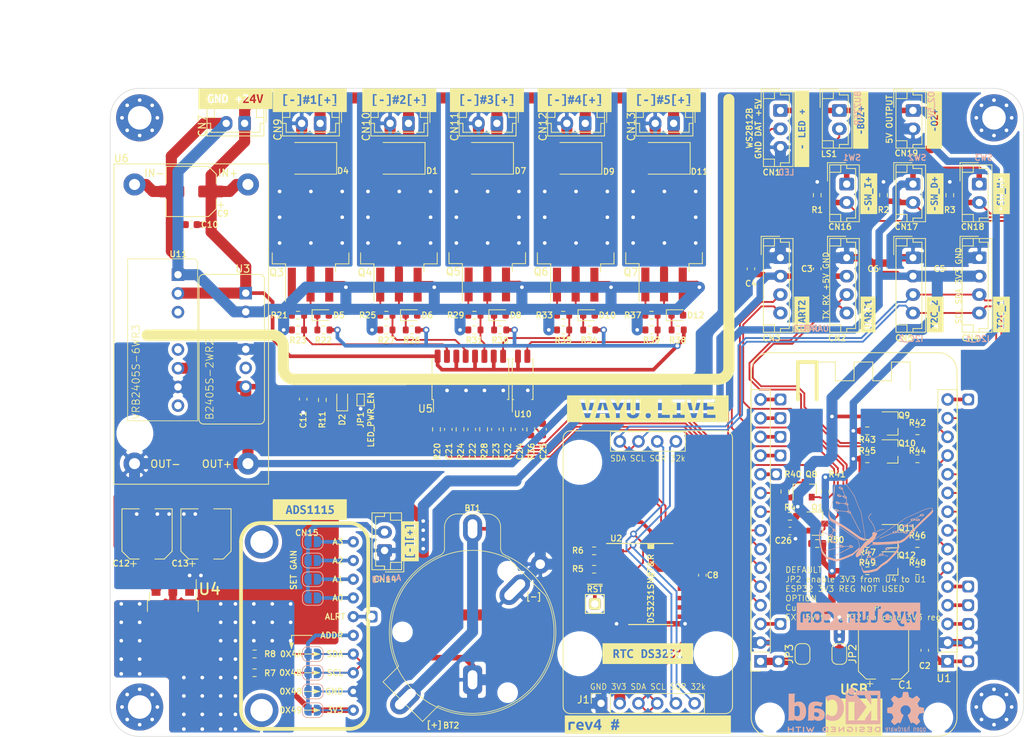
<source format=kicad_pcb>
(kicad_pcb (version 20171130) (host pcbnew 5.1.12-84ad8e8a86~92~ubuntu20.04.1)
  (title_block (title "vayuO2 - controller for Oxygen Concentrator") (date 2021-10-14) (rev "rev 3") (company www.wyolum.com) (comment 1 https://github.com/wyolum/vayuO2))
  (layers (0 F.Cu signal) (31 B.Cu signal) (34 B.Paste user hide) (35 F.Paste user hide) (36 B.SilkS user) (37 F.SilkS user) (38 B.Mask user) (39 F.Mask user) (44 Edge.Cuts user))
  (net 0 "")
  (net 1 GND)
  (net 2 /5V)
  (net 3 /rtc_ds3231/BAT)
  (net 4 /3V3)
  (net 5 /EN)
  (net 6 "Net-(D2-Pad1)")
  (net 7 "Net-(D2-Pad2)")
  (net 8 /SCL)
  (net 9 /SDA)
  (net 10 /rtc_ds3231/SQR)
  (net 11 /rtc_ds3231/32kHz)
  (net 12 /SW_I)
  (net 13 /IO15)
  (net 14 /IO13)
  (net 15 /TXD0)
  (net 16 /RXD0)
  (net 17 /SW_D)
  (net 18 /SW_M)
  (net 19 /rtc_ds3231/RESET)
  (net 20 /IO2)
  (net 21 /IO23)
  (net 22 /SENSOR_VN)
  (net 23 /SENSOR_VP)
  (net 24 GNDPWR)
  (net 25 +24V)
  (net 26 /mosfets/filter1)
  (net 27 /mosfets/filter2)
  (net 28 /mosfets/filter3)
  (net 29 /mosfets/filter4)
  (net 30 /mosfets/filter5)
  (net 31 "Net-(C26-Pad2)")
  (net 32 /DAT)
  (net 33 /TX2)
  (net 34 /RX2)
  (net 35 /mosfets/OP1)
  (net 36 /mosfets/OP2)
  (net 37 /mosfets/OP3)
  (net 38 /mosfets/OP4)
  (net 39 /mosfets/OP5)
  (net 40 "Net-(CN14-Pad2)")
  (net 41 /ADDR)
  (net 42 /ALRT)
  (net 43 /A0)
  (net 44 /A1)
  (net 45 /A2)
  (net 46 /A3)
  (net 47 "Net-(D5-Pad1)")
  (net 48 "Net-(D6-Pad1)")
  (net 49 "Net-(D8-Pad1)")
  (net 50 "Net-(D10-Pad1)")
  (net 51 "Net-(D12-Pad1)")
  (net 52 "Net-(Q3-Pad1)")
  (net 53 "Net-(Q4-Pad1)")
  (net 54 "Net-(Q5-Pad1)")
  (net 55 "Net-(Q6-Pad1)")
  (net 56 "Net-(Q7-Pad1)")
  (net 57 /LED_RGB)
  (net 58 /TXD2)
  (net 59 /RXD2)
  (net 60 /SPKR)
  (net 61 /OUT1)
  (net 62 "Net-(R21-Pad2)")
  (net 63 /OUT2)
  (net 64 "Net-(R25-Pad2)")
  (net 65 /OUT3)
  (net 66 "Net-(R29-Pad2)")
  (net 67 /OUT4)
  (net 68 "Net-(R33-Pad2)")
  (net 69 /OUT5)
  (net 70 "Net-(R37-Pad2)")
  (net 71 /IO4)
  (net 72 /TX0)
  (net 73 /RX0)
  (net 74 "Net-(LS1-Pad2)")
  (net 75 "Net-(J3-Pad1)")
  (net 76 "Net-(J10-Pad1)")
  (net 77 "Net-(J11-Pad1)")
  (net 78 "Net-(C1-Pad1)")
  (module label (layer F.Cu) (at 151.9 54.3 90)
    (fp_text reference kibuzzard-61A5D4B0 hide)
    (fp_text value G*** hide)
  )
  (module AA_vayu:label_RTC (layer F.Cu) (at 123 126.75)
    (fp_text reference kibuzzard-61A5CB8A hide)
    (fp_text value G*** hide)
  )
  (module label (layer F.Cu) (at 123 136.4)
    (fp_text reference kibuzzard-61A53326 hide)
    (fp_text value G*** hide)
  )
  (module AA_vayu:ESP32_DOIT_V2_Module (layer F.Cu) (at 151 127.8 180)
    (fp_text reference U1 (at -12.2 -2.3) (layer F.SilkS))
    (fp_text value ESP32_breakout)
    (fp_text user USB (at 0 -3.81) (layer F.SilkS) (effects (font (size 1.27 1.27) (thickness 0.254))))
    (pad "" np_thru_hole circle (at 11.43 39.37 180) (size 3.048 3.048) (drill 3.048) (layers *.Cu *.Mask) (clearance 0.254))
    (pad "" np_thru_hole circle (at -11.43 39.37 180) (size 3.048 3.048) (drill 3.048) (layers *.Cu *.Mask) (clearance 0.254))
    (pad "" np_thru_hole circle (at -11.43 -7.62 180) (size 3.048 3.048) (drill 3.048) (layers *.Cu *.Mask) (clearance 0.254))
    (pad "" np_thru_hole circle (at 11.43 -7.62 180) (size 3.048 3.048) (drill 3.048) (layers *.Cu *.Mask) (clearance 0.254))
    (pad 30 thru_hole rect (at 12.7 0 180) (size 1.7 1.7) (drill 1) (layers *.Cu *.Mask) (net 75 "Net-(J3-Pad1)"))
    (pad 29 thru_hole oval (at 12.7 2.54 180) (size 1.7 1.7) (drill 1) (layers *.Cu *.Mask) (net 1 GND))
    (pad 27 thru_hole oval (at 12.7 7.62 180) (size 1.7 1.7) (drill 1) (layers *.Cu *.Mask) (net 61 /OUT1))
    (pad 26 thru_hole oval (at 12.7 10.16 180) (size 1.7 1.7) (drill 1) (layers *.Cu *.Mask) (net 63 /OUT2))
    (pad 25 thru_hole oval (at 12.7 12.7 180) (size 1.7 1.7) (drill 1) (layers *.Cu *.Mask) (net 65 /OUT3))
    (pad 28 thru_hole oval (at 12.7 5.08 180) (size 1.7 1.7) (drill 1) (layers *.Cu *.Mask) (net 14 /IO13))
    (pad 19 thru_hole oval (at 12.7 27.94 180) (size 1.7 1.7) (drill 1) (layers *.Cu *.Mask) (net 77 "Net-(J11-Pad1)"))
    (pad 17 thru_hole oval (at 12.7 33.02 180) (size 1.7 1.7) (drill 1) (layers *.Cu *.Mask) (net 23 /SENSOR_VP))
    (pad 18 thru_hole oval (at 12.7 30.48 180) (size 1.7 1.7) (drill 1) (layers *.Cu *.Mask) (net 22 /SENSOR_VN))
    (pad 21 thru_hole oval (at 12.7 22.86 180) (size 1.7 1.7) (drill 1) (layers *.Cu *.Mask) (net 57 /LED_RGB))
    (pad 23 thru_hole oval (at 12.7 17.78 180) (size 1.7 1.7) (drill 1) (layers *.Cu *.Mask) (net 69 /OUT5))
    (pad 20 thru_hole oval (at 12.7 25.4 180) (size 1.7 1.7) (drill 1) (layers *.Cu *.Mask) (net 76 "Net-(J10-Pad1)"))
    (pad 22 thru_hole oval (at 12.7 20.32 180) (size 1.7 1.7) (drill 1) (layers *.Cu *.Mask) (net 60 /SPKR))
    (pad 24 thru_hole oval (at 12.7 15.24 180) (size 1.7 1.7) (drill 1) (layers *.Cu *.Mask) (net 67 /OUT4))
    (pad 16 thru_hole oval (at 12.7 35.56 180) (size 1.7 1.7) (drill 1) (layers *.Cu *.Mask) (net 5 /EN))
    (pad 15 thru_hole oval (at -12.7 35.56 180) (size 1.7 1.7) (drill 1) (layers *.Cu *.Mask) (net 21 /IO23))
    (pad 14 thru_hole oval (at -12.7 33.02 180) (size 1.7 1.7) (drill 1) (layers *.Cu *.Mask) (net 8 /SCL))
    (pad 13 thru_hole oval (at -12.7 30.48 180) (size 1.7 1.7) (drill 1) (layers *.Cu *.Mask) (net 15 /TXD0))
    (pad 12 thru_hole oval (at -12.7 27.94 180) (size 1.7 1.7) (drill 1) (layers *.Cu *.Mask) (net 16 /RXD0))
    (pad 11 thru_hole oval (at -12.7 25.4 180) (size 1.7 1.7) (drill 1) (layers *.Cu *.Mask) (net 9 /SDA))
    (pad 10 thru_hole oval (at -12.7 22.86 180) (size 1.7 1.7) (drill 1) (layers *.Cu *.Mask) (net 12 /SW_I))
    (pad 9 thru_hole oval (at -12.7 20.32 180) (size 1.7 1.7) (drill 1) (layers *.Cu *.Mask) (net 17 /SW_D))
    (pad 8 thru_hole oval (at -12.7 17.78 180) (size 1.7 1.7) (drill 1) (layers *.Cu *.Mask) (net 18 /SW_M))
    (pad 7 thru_hole oval (at -12.7 15.24 180) (size 1.7 1.7) (drill 1) (layers *.Cu *.Mask) (net 58 /TXD2))
    (pad 6 thru_hole oval (at -12.7 12.7 180) (size 1.7 1.7) (drill 1) (layers *.Cu *.Mask) (net 59 /RXD2))
    (pad 5 thru_hole oval (at -12.7 10.16 180) (size 1.7 1.7) (drill 1) (layers *.Cu *.Mask) (net 71 /IO4))
    (pad 4 thru_hole oval (at -12.7 7.62 180) (size 1.7 1.7) (drill 1) (layers *.Cu *.Mask) (net 20 /IO2))
    (pad 3 thru_hole oval (at -12.7 5.08 180) (size 1.7 1.7) (drill 1) (layers *.Cu *.Mask) (net 13 /IO15))
    (pad 2 thru_hole oval (at -12.7 2.54 180) (size 1.7 1.7) (drill 1) (layers *.Cu *.Mask) (net 1 GND))
    (pad 1 thru_hole rect (at -12.7 0 180) (size 1.7 1.7) (drill 1) (layers *.Cu *.Mask) (net 78 "Net-(C1-Pad1)"))
  )
  (module AA_vayu:SO-16_5.3x10.2mm_P1.27mm (layer F.Cu) (at 98.9 89.5 90)
    (fp_text reference U5 (at -4 -6.1 180) (layer F.SilkS))
    (fp_text value PS2801-4)
    (pad 16 smd roundrect (at 3.125 -4.445 90) (size 1.8 0.8) (layers F.Cu F.Paste F.Mask) (net 25 +24V))
    (pad 15 smd roundrect (at 3.125 -3.175 90) (size 1.8 0.8) (layers F.Cu F.Paste F.Mask) (net 62 "Net-(R21-Pad2)"))
    (pad 14 smd roundrect (at 3.125 -1.905 90) (size 1.8 0.8) (layers F.Cu F.Paste F.Mask) (net 25 +24V))
    (pad 13 smd roundrect (at 3.125 -0.635 90) (size 1.8 0.8) (layers F.Cu F.Paste F.Mask) (net 64 "Net-(R25-Pad2)"))
    (pad 12 smd roundrect (at 3.125 0.635 90) (size 1.8 0.8) (layers F.Cu F.Paste F.Mask) (net 25 +24V))
    (pad 11 smd roundrect (at 3.125 1.905 90) (size 1.8 0.8) (layers F.Cu F.Paste F.Mask) (net 66 "Net-(R29-Pad2)"))
    (pad 10 smd roundrect (at 3.125 3.175 90) (size 1.8 0.8) (layers F.Cu F.Paste F.Mask) (net 25 +24V))
    (pad 9 smd roundrect (at 3.125 4.445 90) (size 1.8 0.8) (layers F.Cu F.Paste F.Mask) (net 68 "Net-(R33-Pad2)"))
    (pad 8 smd roundrect (at -3.125 4.445 90) (size 1.8 0.8) (layers F.Cu F.Paste F.Mask) (net 1 GND))
    (pad 7 smd roundrect (at -3.125 3.175 90) (size 1.8 0.8) (layers F.Cu F.Paste F.Mask) (net 29 /mosfets/filter4))
    (pad 6 smd roundrect (at -3.125 1.905 90) (size 1.8 0.8) (layers F.Cu F.Paste F.Mask) (net 1 GND))
    (pad 5 smd roundrect (at -3.125 0.635 90) (size 1.8 0.8) (layers F.Cu F.Paste F.Mask) (net 28 /mosfets/filter3))
    (pad 4 smd roundrect (at -3.125 -0.635 90) (size 1.8 0.8) (layers F.Cu F.Paste F.Mask) (net 1 GND))
    (pad 3 smd roundrect (at -3.125 -1.905 90) (size 1.8 0.8) (layers F.Cu F.Paste F.Mask) (net 27 /mosfets/filter2))
    (pad 2 smd roundrect (at -3.125 -3.175 90) (size 1.8 0.8) (layers F.Cu F.Paste F.Mask) (net 1 GND))
    (pad 1 smd roundrect (at -3.125 -4.445 90) (size 1.8 0.8) (layers F.Cu F.Paste F.Mask) (net 26 /mosfets/filter1))
  )
  (module AA_vayu:BreakOutPad2 (layer F.Cu) (at 141 92.24)
    (fp_text reference J15 hide)
    (fp_text value Conn_01x01 hide)
    (pad 1 thru_hole roundrect (at 0 0) (size 1.6 1.6) (drill 1.02) (layers *.Cu *.Mask) (net 5 /EN))
  )
  (module AA_vayu:BreakOutPad2 (layer F.Cu) (at 166.5 92.24)
    (fp_text reference J14 hide)
    (fp_text value Conn_01x01 hide)
    (pad 1 thru_hole roundrect (at 0 0) (size 1.6 1.6) (drill 1.02) (layers *.Cu *.Mask) (net 21 /IO23))
  )
  (module AA_vayu:BreakOutPad2 (layer F.Cu) (at 141 94.78)
    (fp_text reference J13 hide)
    (fp_text value Conn_01x01 hide)
    (pad 1 thru_hole roundrect (at 0 0) (size 1.6 1.6) (drill 1.02) (layers *.Cu *.Mask) (net 23 /SENSOR_VP))
  )
  (module AA_vayu:BreakOutPad2 (layer F.Cu) (at 141 97.32)
    (fp_text reference J12 hide)
    (fp_text value Conn_01x01 hide)
    (pad 1 thru_hole roundrect (at 0 0) (size 1.6 1.6) (drill 1.02) (layers *.Cu *.Mask) (net 22 /SENSOR_VN))
  )
  (module AA_vayu:BreakOutPad2 (layer F.Cu) (at 141 99.86)
    (fp_text reference J11 hide)
    (fp_text value Conn_01x01 hide)
    (pad 1 thru_hole roundrect (at 0 0) (size 1.6 1.6) (drill 1.02) (layers *.Cu *.Mask) (net 77 "Net-(J11-Pad1)"))
  )
  (module AA_vayu:BreakOutPad2 (layer F.Cu) (at 140.41 102.4)
    (fp_text reference J10 hide)
    (fp_text value Conn_01x01 hide)
    (pad 1 thru_hole roundrect (at 0 0) (size 1.6 1.6) (drill 1.02) (layers *.Cu *.Mask) (net 76 "Net-(J10-Pad1)"))
  )
  (module AA_vayu:BreakOutPad2 (layer F.Cu) (at 166.5 117.64)
    (fp_text reference J9 hide)
    (fp_text value Conn_01x01 hide)
    (pad 1 thru_hole roundrect (at 0 0) (size 1.6 1.6) (drill 1.02) (layers *.Cu *.Mask) (net 71 /IO4))
  )
  (module AA_vayu:BreakOutPad2 (layer F.Cu) (at 166.5 120.18)
    (fp_text reference J8 hide)
    (fp_text value Conn_01x01 hide)
    (pad 1 thru_hole roundrect (at 0 0) (size 1.6 1.6) (drill 1.02) (layers *.Cu *.Mask) (net 20 /IO2))
  )
  (module AA_vayu:BreakOutPad2 (layer F.Cu) (at 85.5 121.73 90)
    (fp_text reference J7 hide)
    (fp_text value Conn_01x01 hide)
    (pad 1 thru_hole roundrect (at 0 0 90) (size 1.6 1.6) (drill 1.02) (layers *.Cu *.Mask) (net 42 /ALRT))
  )
  (module AA_vayu:BreakOutPad2 (layer F.Cu) (at 141 122.72)
    (fp_text reference J6 hide)
    (fp_text value Conn_01x01 hide)
    (pad 1 thru_hole roundrect (at 0 0) (size 1.6 1.6) (drill 1.02) (layers *.Cu *.Mask) (net 14 /IO13))
  )
  (module AA_vayu:BreakOutPad2 (layer F.Cu) (at 166.5 122.72)
    (fp_text reference J5 hide)
    (fp_text value Conn_01x01 hide)
    (pad 1 thru_hole roundrect (at 0 0) (size 1.6 1.6) (drill 1.02) (layers *.Cu *.Mask) (net 13 /IO15))
  )
  (module AA_vayu:BreakOutPad2 (layer F.Cu) (at 166.5 125.26)
    (fp_text reference J4 hide)
    (fp_text value Conn_01x01 hide)
    (pad 1 thru_hole roundrect (at 0 0) (size 1.6 1.6) (drill 1.02) (layers *.Cu *.Mask) (net 1 GND))
  )
  (module AA_vayu:BreakOutPad2 (layer F.Cu) (at 140.75 127.8)
    (fp_text reference J3 hide)
    (fp_text value Conn_01x01 hide)
    (pad 1 thru_hole roundrect (at 0 0) (size 1.6 1.6) (drill 1.02) (layers *.Cu *.Mask) (net 75 "Net-(J3-Pad1)"))
  )
  (module AA_vayu:BreakOutPad2 (layer F.Cu) (at 166.5 127.8)
    (fp_text reference J2 hide)
    (fp_text value Conn_01x01 hide)
    (pad 1 thru_hole roundrect (at 0 0) (size 1.6 1.6) (drill 1.02) (layers *.Cu *.Mask) (net 78 "Net-(C1-Pad1)"))
  )
  (module AA_vayu:DC_DC_buck_LM2596 (layer F.Cu) (at 61 82 270)
    (fp_text reference U6 (at -22.5 9.5 180) (layer F.SilkS))
    (fp_text value 24V_BUCK)
    (fp_text user OUT- (at 19 3.5 180) (layer F.SilkS))
    (fp_text user OUT+ (at 19 -3.5 180) (layer F.SilkS))
    (fp_text user IN+ (at -20.5 -5 180) (layer F.SilkS))
    (fp_text user IN- (at -20.5 5 180) (layer F.SilkS))
    (pad "" np_thru_hole circle (at 14.85 7.65 270) (size 3 3) (drill 3) (layers *.Cu *.Mask) (clearance 1))
    (pad "" np_thru_hole circle (at -14.85 7.65 270) (size 3 3) (drill 3) (layers *.Cu *.Mask) (clearance 1))
    (pad "" np_thru_hole circle (at -14.85 -7.65 270) (size 3 3) (drill 3) (layers *.Cu *.Mask) (clearance 1))
    (pad GND thru_hole circle (at 18.95 7.7 270) (size 3 3) (drill 1.5) (layers *.Cu *.Mask) (net 1 GND))
    (pad VO thru_hole circle (at 18.95 -7.7 270) (size 3 3) (drill 1.5) (layers *.Cu *.Mask) (net 2 /5V))
    (pad GNDPWR thru_hole circle (at -18.95 7.7 270) (size 3 3) (drill 1.5) (layers *.Cu *.Mask) (net 24 GNDPWR))
    (pad VIN thru_hole circle (at -18.95 -7.7 270) (size 3 3) (drill 1.5) (layers *.Cu *.Mask) (net 25 +24V))
  )
  (module AA_vayu:DC_DC_conv_6W (layer F.Cu) (at 59.2 75.3 270)
    (fp_text reference U11 (at -2.8 -0.05 180) (layer F.SilkS) (effects (font (size 0.8 0.8))))
    (fp_text value DC_DC_buck_6W)
    (fp_text user VRB2405S-6WR3 (at 13.2 5.7 270) (layer F.SilkS) (effects (font (thickness 0.1))))
    (pad VO thru_hole oval (at 12.7 0) (size 1.7 1.7) (drill 1) (layers *.Cu *.Mask) (net 2 /5V))
    (pad NC thru_hole oval (at 10.16 0) (size 1.7 1.7) (drill 1) (layers *.Cu *.Mask))
    (pad VIN thru_hole circle (at 2.54 0) (size 1.7 1.7) (drill 1) (layers *.Cu *.Mask) (net 25 +24V))
    (pad GNDPWR thru_hole rect (at 0 0) (size 1.7 1.7) (drill 1) (layers *.Cu *.Mask) (net 24 GNDPWR))
    (pad CTR thru_hole circle (at 5.08 0 270) (size 1.7 1.7) (drill 1) (layers *.Cu *.Mask))
    (pad GND thru_hole circle (at 15.24 0 270) (size 1.7 1.7) (drill 1) (layers *.Cu *.Mask) (net 1 GND))
    (pad NC thru_hole circle (at 17.78 0 270) (size 1.7 1.7) (drill 1) (layers *.Cu *.Mask))
  )
  (module AA_vayu:DC_DC_conv_2W (layer F.Cu) (at 68.4 77.8 270)
    (fp_text reference U3 (at -3.3 0.4) (layer F.SilkS))
    (fp_text value B2405S-2WR2)
    (fp_text user B2405S-2WR2 (at 11.7 4.9 270) (layer F.SilkS) (effects (font (thickness 0.1))))
    (pad VIN thru_hole rect (at 0 0) (size 1.7 1.7) (drill 1) (layers *.Cu *.Mask) (net 25 +24V))
    (pad GNDPWR thru_hole oval (at 2.54 0) (size 1.7 1.7) (drill 1) (layers *.Cu *.Mask) (net 24 GNDPWR))
    (pad GND thru_hole oval (at 7.62 0) (size 1.7 1.7) (drill 1) (layers *.Cu *.Mask) (net 1 GND))
    (pad NC thru_hole oval (at 10.16 0) (size 1.7 1.7) (drill 1) (layers *.Cu *.Mask))
    (pad VO thru_hole oval (at 12.7 0) (size 1.7 1.7) (drill 1) (layers *.Cu *.Mask) (net 2 /5V))
  )
  (module AA_vayu:JST_EH_B2B-EH-A_1x02_P2.50mm_Vertical (layer F.Cu) (at 68.25 54.75 180)
    (fp_text reference CN7 (at 5.75 -0.35 90) (layer F.SilkS))
    (fp_text value 24VDC)
    (pad 2 thru_hole oval (at 2.5 0 180) (size 1.7 2) (drill 1) (layers *.Cu *.Mask) (net 24 GNDPWR))
    (pad 1 thru_hole roundrect (at 0 0 180) (size 1.7 2) (drill 1) (layers *.Cu *.Mask) (roundrect_rratio 0.1470588235294118) (net 25 +24V))
  )
  (module AA_vayu:R_0603_1608Metric (layer F.Cu) (at 87.5 82.8)
    (fp_text reference R27 (at 0 1.4) (layer F.SilkS) (effects (font (size 0.8 0.8))))
    (fp_text value 1k)
    (pad 2 smd roundrect (at 0.825 0) (size 0.8 0.95) (layers F.Cu F.Paste F.Mask) (net 64 "Net-(R25-Pad2)"))
    (pad 1 smd roundrect (at -0.825 0) (size 0.8 0.95) (layers F.Cu F.Paste F.Mask) (net 24 GNDPWR))
  )
  (module AA_vayu:R_0603_1608Metric (layer F.Cu) (at 90.95 82.8)
    (fp_text reference R26 (at 0 1.4) (layer F.SilkS) (effects (font (size 0.8 0.8))))
    (fp_text value 3k3)
    (pad 2 smd roundrect (at 0.825 0) (size 0.8 0.95) (layers F.Cu F.Paste F.Mask) (net 25 +24V))
    (pad 1 smd roundrect (at -0.825 0) (size 0.8 0.95) (layers F.Cu F.Paste F.Mask) (net 48 "Net-(D6-Pad1)"))
  )
  (module AA_vayu:R_0603_1608Metric (layer F.Cu) (at 87.5 80.8)
    (fp_text reference R25 (at -2.55 0 180) (layer F.SilkS) (effects (font (size 0.8 0.8))))
    (fp_text value 100E)
    (pad 2 smd roundrect (at 0.825 0) (size 0.8 0.95) (layers F.Cu F.Paste F.Mask) (net 64 "Net-(R25-Pad2)"))
    (pad 1 smd roundrect (at -0.825 0) (size 0.8 0.95) (layers F.Cu F.Paste F.Mask) (net 53 "Net-(Q4-Pad1)"))
  )
  (module AA_vayu:LED_0603_1608Metric (layer F.Cu) (at 90.9 80.8)
    (fp_text reference D6 (at 2.15 0 180) (layer F.SilkS) (effects (font (size 0.8 0.8))))
    (fp_text value LED)
    (pad 2 smd roundrect (at 0.7875 0) (size 0.875 0.95) (layers F.Cu F.Paste F.Mask) (net 36 /mosfets/OP2))
    (pad 1 smd roundrect (at -0.7875 0) (size 0.875 0.95) (layers F.Cu F.Paste F.Mask) (net 48 "Net-(D6-Pad1)"))
  )
  (module AA_vayu:JST_EH_B2B-EH-A_1x02_P2.50mm_Vertical (layer F.Cu) (at 78.5 54.75 180)
    (fp_text reference CN9 (at 5.75 -0.85 90) (layer F.SilkS))
    (fp_text value OUT)
    (pad 2 thru_hole oval (at 2.5 0 180) (size 1.7 2) (drill 1) (layers *.Cu *.Mask) (net 35 /mosfets/OP1))
    (pad 1 thru_hole roundrect (at 0 0 180) (size 1.7 2) (drill 1) (layers *.Cu *.Mask) (roundrect_rratio 0.1470588235294118) (net 25 +24V))
  )
  (module AA_vayu:JST_EH_B2B-EH-A_1x02_P2.50mm_Vertical (layer F.Cu) (at 159 63 270)
    (fp_text reference CN17 (at 5.8 0.9) (layer F.SilkS) (effects (font (size 0.8 0.8))))
    (fp_text value Conn_S2)
    (fp_text user SW2 (at -3.6 -0.6 180) (layer B.SilkS) (effects (font (size 0.8 0.8)) (justify mirror)))
    (pad 2 thru_hole oval (at 2.5 0 270) (size 1.7 2) (drill 1) (layers *.Cu *.Mask) (net 17 /SW_D))
    (pad 1 thru_hole roundrect (at 0 0 270) (size 1.7 2) (drill 1) (layers *.Cu *.Mask) (roundrect_rratio 0.1470588235294118) (net 4 /3V3))
  )
  (module AA_vayu:JST_EH_B4B-EH-A_1x04_P2.50mm_Vertical (layer F.Cu) (at 150 73 270)
    (fp_text reference CN2 (at 10.9 1.3 180) (layer F.SilkS) (effects (font (size 0.8 0.8))))
    (fp_text value UART1 (at 9.6 4.25) (layer B.SilkS) (effects (font (size 0.8 0.8)) (justify mirror)))
    (fp_text user "TX RX +5V GND" (at 3.8 2.8 270) (layer F.SilkS) (effects (font (size 0.762 0.762) (thickness 0.127))))
    (pad 4 thru_hole oval (at 7.5 0 270) (size 1.7 1.95) (drill 0.95) (layers *.Cu *.Mask) (net 72 /TX0))
    (pad 3 thru_hole oval (at 5 0 270) (size 1.7 1.95) (drill 0.95) (layers *.Cu *.Mask) (net 73 /RX0))
    (pad 2 thru_hole oval (at 2.5 0 270) (size 1.7 1.95) (drill 0.95) (layers *.Cu *.Mask) (net 2 /5V))
    (pad 1 thru_hole roundrect (at 0 0 270) (size 1.7 1.95) (drill 0.95) (layers *.Cu *.Mask) (roundrect_rratio 0.1470588235294118) (net 1 GND))
  )
  (module AA_vayu:JST_EH_B4B-EH-A_1x04_P2.50mm_Vertical (layer F.Cu) (at 159 73 270)
    (fp_text reference CN5 (at 10.9 1.2 180) (layer F.SilkS) (effects (font (size 0.8 0.8))))
    (fp_text value I2C_2 (at 11 0.25) (layer B.SilkS) (effects (font (size 0.8 0.8)) (justify mirror)))
    (fp_text user "SCL SDA 3V3 GND" (at 3.8 -6.2 270) (layer F.SilkS) (effects (font (size 0.762 0.762) (thickness 0.127))))
    (pad 4 thru_hole oval (at 7.5 0 270) (size 1.7 1.95) (drill 0.95) (layers *.Cu *.Mask) (net 8 /SCL))
    (pad 3 thru_hole oval (at 5 0 270) (size 1.7 1.95) (drill 0.95) (layers *.Cu *.Mask) (net 9 /SDA))
    (pad 2 thru_hole oval (at 2.5 0 270) (size 1.7 1.95) (drill 0.95) (layers *.Cu *.Mask) (net 4 /3V3))
    (pad 1 thru_hole roundrect (at 0 0 270) (size 1.7 1.95) (drill 0.95) (layers *.Cu *.Mask) (roundrect_rratio 0.1470588235294118) (net 1 GND))
  )
  (module AA_vayu:TO-263-3_TabPin2 (layer F.Cu) (at 125.2 70.85 90)
    (fp_text reference Q7 (at -4.125 -4.5 180) (layer F.SilkS))
    (fp_text value IRF540NS)
    (pad 2 smd rect (at 3.375 0 90) (size 9.4 10.8) (layers F.Cu F.Mask) (net 39 /mosfets/OP5))
    (pad 3 smd rect (at -5.775 2.54 90) (size 4.6 1.1) (layers F.Cu F.Paste F.Mask) (net 24 GNDPWR))
    (pad 2 smd rect (at -5.775 0 90) (size 4.6 1.1) (layers F.Cu F.Paste F.Mask) (net 39 /mosfets/OP5))
    (pad 1 smd rect (at -5.775 -2.54 90) (size 4.6 1.1) (layers F.Cu F.Paste F.Mask) (net 56 "Net-(Q7-Pad1)"))
  )
  (module AA_vayu:TO-263-3_TabPin2 (layer F.Cu) (at 113.2 70.875 90)
    (fp_text reference Q6 (at -4.025 -4.7 180) (layer F.SilkS))
    (fp_text value IRF540NS)
    (pad 2 smd rect (at 3.375 0 90) (size 9.4 10.8) (layers F.Cu F.Mask) (net 38 /mosfets/OP4))
    (pad 3 smd rect (at -5.775 2.54 90) (size 4.6 1.1) (layers F.Cu F.Paste F.Mask) (net 24 GNDPWR))
    (pad 2 smd rect (at -5.775 0 90) (size 4.6 1.1) (layers F.Cu F.Paste F.Mask) (net 38 /mosfets/OP4))
    (pad 1 smd rect (at -5.775 -2.54 90) (size 4.6 1.1) (layers F.Cu F.Paste F.Mask) (net 55 "Net-(Q6-Pad1)"))
  )
  (module AA_vayu:TO-263-3_TabPin2 (layer F.Cu) (at 101.2 70.85 90)
    (fp_text reference Q5 (at -4.025 -4.625 180) (layer F.SilkS))
    (fp_text value IRF540NS)
    (pad 2 smd rect (at 3.375 0 90) (size 9.4 10.8) (layers F.Cu F.Mask) (net 37 /mosfets/OP3))
    (pad 3 smd rect (at -5.775 2.54 90) (size 4.6 1.1) (layers F.Cu F.Paste F.Mask) (net 24 GNDPWR))
    (pad 2 smd rect (at -5.775 0 90) (size 4.6 1.1) (layers F.Cu F.Paste F.Mask) (net 37 /mosfets/OP3))
    (pad 1 smd rect (at -5.775 -2.54 90) (size 4.6 1.1) (layers F.Cu F.Paste F.Mask) (net 54 "Net-(Q5-Pad1)"))
  )
  (module AA_vayu:TO-263-3_TabPin2 (layer F.Cu) (at 89.2 70.875 90)
    (fp_text reference Q4 (at -4.125 -4.6 180) (layer F.SilkS))
    (fp_text value IRF540NS)
    (pad 2 smd rect (at 3.375 0 90) (size 9.4 10.8) (layers F.Cu F.Mask) (net 36 /mosfets/OP2))
    (pad 3 smd rect (at -5.775 2.54 90) (size 4.6 1.1) (layers F.Cu F.Paste F.Mask) (net 24 GNDPWR))
    (pad 2 smd rect (at -5.775 0 90) (size 4.6 1.1) (layers F.Cu F.Paste F.Mask) (net 36 /mosfets/OP2))
    (pad 1 smd rect (at -5.775 -2.54 90) (size 4.6 1.1) (layers F.Cu F.Paste F.Mask) (net 53 "Net-(Q4-Pad1)"))
  )
  (module AA_vayu:TO-263-3_TabPin2 (layer F.Cu) (at 77.2 70.875 90)
    (fp_text reference Q3 (at -4.125 -4.6 180) (layer F.SilkS))
    (fp_text value IRF540NS)
    (pad 2 smd rect (at 3.375 0 90) (size 9.4 10.8) (layers F.Cu F.Mask) (net 35 /mosfets/OP1))
    (pad 3 smd rect (at -5.775 2.54 90) (size 4.6 1.1) (layers F.Cu F.Paste F.Mask) (net 24 GNDPWR))
    (pad 2 smd rect (at -5.775 0 90) (size 4.6 1.1) (layers F.Cu F.Paste F.Mask) (net 35 /mosfets/OP1))
    (pad 1 smd rect (at -5.775 -2.54 90) (size 4.6 1.1) (layers F.Cu F.Paste F.Mask) (net 52 "Net-(Q3-Pad1)"))
  )
  (module AA_vayu:SOT-23 (layer F.Cu) (at 156.2 110.8)
    (fp_text reference Q11 (at 2 -1.1) (layer F.SilkS) (effects (font (size 0.8 0.8))))
    (fp_text value BSS138)
    (pad 3 smd rect (at 1 0) (size 0.9 0.8) (layers F.Cu F.Paste F.Mask) (net 58 /TXD2))
    (pad 2 smd rect (at -1 0.95) (size 0.9 0.8) (layers F.Cu F.Paste F.Mask) (net 33 /TX2))
    (pad 1 smd rect (at -1 -0.95) (size 0.9 0.8) (layers F.Cu F.Paste F.Mask) (net 4 /3V3))
  )
  (module AA_vayu:SOT-23 (layer F.Cu) (at 146 109.1)
    (fp_text reference Q1 (at 0 -2.2) (layer F.SilkS) (effects (font (size 0.8 0.8))))
    (fp_text value MMBT3904)
    (pad 3 smd rect (at 1 0) (size 0.9 0.8) (layers F.Cu F.Paste F.Mask) (net 74 "Net-(LS1-Pad2)"))
    (pad 2 smd rect (at -1 0.95) (size 0.9 0.8) (layers F.Cu F.Paste F.Mask) (net 1 GND))
    (pad 1 smd rect (at -1 -0.95) (size 0.9 0.8) (layers F.Cu F.Paste F.Mask) (net 31 "Net-(C26-Pad2)"))
  )
  (module AA_vayu:SolderJumper-2_P1.3mm_Open_RoundedPad1.0x1.5mm (layer F.Cu) (at 144 126.8 90)
    (fp_text reference JP3 (at 0 -1.8 90) (layer F.SilkS))
    (fp_text value Jumper_5V_EN)
    (pad 2 smd custom (at 0.65 0 90) (size 1 0.5) (layers F.Cu F.Mask) (net 2 /5V) (options (clearance outline) (anchor rect)) (primitives (gr_circle (center 0 0.25) (end 0.5 0.25) (width 0)) (gr_circle (center 0 -0.25) (end 0.5 -0.25) (width 0)) (gr_poly (pts (xy 0 -0.75) (xy -0.5 -0.75) (xy -0.5 0.75) (xy 0 0.75)) (width 0))))
    (pad 1 smd custom (at -0.65 0 90) (size 1 0.5) (layers F.Cu F.Mask) (net 75 "Net-(J3-Pad1)") (options (clearance outline) (anchor rect)) (primitives (gr_circle (center 0 0.25) (end 0.5 0.25) (width 0)) (gr_circle (center 0 -0.25) (end 0.5 -0.25) (width 0)) (gr_poly (pts (xy 0 -0.75) (xy 0.5 -0.75) (xy 0.5 0.75) (xy 0 0.75)) (width 0))))
  )
  (module AA_vayu:SolderJumper-2_P1.3mm_Bridged_RoundedPad1.0x1.5mm (layer F.Cu) (at 149 126.8 270)
    (fp_text reference JP2 (at 0 -1.8 90) (layer F.SilkS))
    (fp_text value Jumper_3V_EN)
    (fp_poly (pts (xy 0.25 -0.3) (xy -0.25 -0.3) (xy -0.25 0.3) (xy 0.25 0.3)) (layer F.Cu) (width 0))
    (pad 1 smd custom (at -0.65 0 270) (size 1 0.5) (layers F.Cu F.Mask) (net 4 /3V3) (options (clearance outline) (anchor rect)) (primitives (gr_circle (center 0 0.25) (end 0.5 0.25) (width 0)) (gr_circle (center 0 -0.25) (end 0.5 -0.25) (width 0)) (gr_poly (pts (xy 0 -0.75) (xy 0.5 -0.75) (xy 0.5 0.75) (xy 0 0.75)) (width 0))))
    (pad 2 smd custom (at 0.65 0 270) (size 1 0.5) (layers F.Cu F.Mask) (net 78 "Net-(C1-Pad1)") (options (clearance outline) (anchor rect)) (primitives (gr_circle (center 0 0.25) (end 0.5 0.25) (width 0)) (gr_circle (center 0 -0.25) (end 0.5 -0.25) (width 0)) (gr_poly (pts (xy 0 -0.75) (xy -0.5 -0.75) (xy -0.5 0.75) (xy 0 0.75)) (width 0))))
  )
  (module AA_vayu:label_pm (layer F.Cu) (at 90.7 111.5 90)
    (fp_text reference kibuzzard-615F0246 hide)
    (fp_text value "#G***" hide)
  )
  (module AA_vayu:label_ads1115 (layer F.Cu) (at 77.1 107.2)
    (fp_text reference kibuzzard-615F01C3 hide)
    (fp_text value "#G***" hide)
  )
  (module AA_vayu:label_LED (layer F.Cu) (at 143.9 55.5 90)
    (fp_text reference kibuzzard-615F0547 hide)
    (fp_text value "#G***" hide)
  )
  (module AA_vayu:label_O2 (layer F.Cu) (at 161.9 54.3 90)
    (fp_text reference kibuzzard-615F04CC hide)
    (fp_text value "#G***" hide)
  )
  (module AA_vayu:label_sw_d (layer F.Cu) (at 162 64.3 90)
    (fp_text reference kibuzzard-615F0877 hide)
    (fp_text value "#G***" hide)
  )
  (module AA_vayu:label_sw_m (layer F.Cu) (at 171 64.3 90)
    (fp_text reference kibuzzard-615F0858 hide)
    (fp_text value "#G***" hide)
  )
  (module AA_vayu:label_sw_i (layer F.Cu) (at 153 64.3 90)
    (fp_text reference kibuzzard-615F08E2 hide)
    (fp_text value "#G***" hide)
  )
  (module AA_vayu:label_uart2 (layer F.Cu) (at 143.9 80.7 90)
    (fp_text reference kibuzzard-615F0408 hide)
    (fp_text value "#G***" hide)
  )
  (module AA_vayu:label_uart1 (layer F.Cu) (at 152.9 80.7 90)
    (fp_text reference kibuzzard-615F03BD hide)
    (fp_text value "#G***" hide)
  )
  (module AA_vayu:label_I2C_2 (layer F.Cu) (at 162 80.7 90)
    (fp_text reference kibuzzard-615F0326 hide)
    (fp_text value "#G***" hide)
  )
  (module AA_vayu:label_I2C_1 (layer F.Cu) (at 171 80.7 90)
    (fp_text reference kibuzzard-615F02BE hide)
    (fp_text value "#G***" hide)
  )
  (module AA_vayu:cr2032_03 (layer F.Cu) (at 99.2 123.8 180)
    (fp_text reference BT2 (at 2.9 -12.7 180) (layer F.SilkS) (effects (font (size 0.8 0.8))))
    (fp_text value Batt_RTC hide)
    (pad 2 thru_hole roundrect (at 0 -6.5 180) (size 2.6 3.9) (drill oval 1.3 2.6) (layers *.Cu *.Mask) (net 1 GND))
    (pad 1 thru_hole oval (at 0 14 180) (size 2.6 3.9) (drill oval 1.3 2.6) (layers *.Cu *.Mask) (net 3 /rtc_ds3231/BAT))
    (pad "" np_thru_hole circle (at -4.762 8.249 180) (size 1.8 1.8) (drill 1.8) (layers *.Cu *.Mask))
    (pad "" np_thru_hole circle (at 9.525 0 180) (size 1.8 1.8) (drill 1.8) (layers *.Cu *.Mask))
    (pad "" np_thru_hole circle (at -4.762 -8.249 180) (size 1.8 1.8) (drill 1.8) (layers *.Cu *.Mask))
  )
  (module AA_vayu:R_0603_1608Metric (layer F.Cu) (at 164 64.5 90)
    (fp_text reference R3 (at -2 0 180) (layer F.SilkS) (effects (font (size 0.8 0.8))))
    (fp_text value 10k)
    (pad 2 smd roundrect (at 0.825 0 90) (size 0.8 0.95) (layers F.Cu F.Paste F.Mask) (net 1 GND))
    (pad 1 smd roundrect (at -0.825 0 90) (size 0.8 0.95) (layers F.Cu F.Paste F.Mask) (net 18 /SW_M))
  )
  (module AA_vayu:CP_Elec_6.3x5.3 (layer F.Cu) (at 155 126.8 90)
    (fp_text reference C1 (at -4.2 2.95 180) (layer F.SilkS))
    (fp_text value 100uF/6V3)
    (pad 2 smd roundrect (at 2.8 0 90) (size 3.5 1.6) (layers F.Cu F.Paste F.Mask) (roundrect_rratio 0.15625) (net 1 GND))
    (pad 1 smd roundrect (at -2.8 0 90) (size 3.5 1.6) (layers F.Cu F.Paste F.Mask) (roundrect_rratio 0.15625) (net 78 "Net-(C1-Pad1)"))
  )
  (module AA_vayu:JST_EH_B2B-EH-A_1x02_P2.50mm_Vertical (layer F.Cu) (at 149 53 270)
    (fp_text reference LS1 (at 5.9 1.4 180) (layer F.SilkS) (effects (font (size 0.8 0.8))))
    (fp_text value Piezo)
    (fp_text user BUZZER (at -0.3 -2.5 270) (layer B.SilkS) (effects (font (size 0.8 0.8)) (justify mirror)))
    (pad 2 thru_hole oval (at 2.5 0 270) (size 1.7 2) (drill 1) (layers *.Cu *.Mask) (net 74 "Net-(LS1-Pad2)"))
    (pad 1 thru_hole roundrect (at 0 0 270) (size 1.7 2) (drill 1) (layers *.Cu *.Mask) (roundrect_rratio 0.1470588235294118) (net 2 /5V))
  )
  (module AA_vayu:JST_EH_B2B-EH-A_1x02_P2.50mm_Vertical (layer F.Cu) (at 126.5 54.75 180)
    (fp_text reference CN13 (at 5.75 -0.45 90) (layer F.SilkS))
    (fp_text value OUT)
    (pad 2 thru_hole oval (at 2.5 0 180) (size 1.7 2) (drill 1) (layers *.Cu *.Mask) (net 39 /mosfets/OP5))
    (pad 1 thru_hole roundrect (at 0 0 180) (size 1.7 2) (drill 1) (layers *.Cu *.Mask) (roundrect_rratio 0.1470588235294118) (net 25 +24V))
  )
  (module AA_vayu:JST_EH_B2B-EH-A_1x02_P2.50mm_Vertical (layer F.Cu) (at 114.5 54.75 180)
    (fp_text reference CN12 (at 5.75 -0.45 90) (layer F.SilkS))
    (fp_text value OUT)
    (pad 2 thru_hole oval (at 2.5 0 180) (size 1.7 2) (drill 1) (layers *.Cu *.Mask) (net 38 /mosfets/OP4))
    (pad 1 thru_hole roundrect (at 0 0 180) (size 1.7 2) (drill 1) (layers *.Cu *.Mask) (roundrect_rratio 0.1470588235294118) (net 25 +24V))
  )
  (module AA_vayu:JST_EH_B2B-EH-A_1x02_P2.50mm_Vertical (layer F.Cu) (at 102.5 54.75 180)
    (fp_text reference CN11 (at 5.75 -0.45 90) (layer F.SilkS))
    (fp_text value OUT)
    (pad 2 thru_hole oval (at 2.5 0 180) (size 1.7 2) (drill 1) (layers *.Cu *.Mask) (net 37 /mosfets/OP3))
    (pad 1 thru_hole roundrect (at 0 0 180) (size 1.7 2) (drill 1) (layers *.Cu *.Mask) (roundrect_rratio 0.1470588235294118) (net 25 +24V))
  )
  (module AA_vayu:JST_EH_B2B-EH-A_1x02_P2.50mm_Vertical (layer F.Cu) (at 90.5 54.75 180)
    (fp_text reference CN10 (at 5.75 -0.45 90) (layer F.SilkS))
    (fp_text value OUT)
    (pad 2 thru_hole oval (at 2.5 0 180) (size 1.7 2) (drill 1) (layers *.Cu *.Mask) (net 36 /mosfets/OP2))
    (pad 1 thru_hole roundrect (at 0 0 180) (size 1.7 2) (drill 1) (layers *.Cu *.Mask) (roundrect_rratio 0.1470588235294118) (net 25 +24V))
  )
  (module AA_vayu:DS3231_breakout (layer F.Cu) (at 123 133.5 90)
    (fp_text reference J1 (at 0.5 -8.75) (layer F.SilkS))
    (fp_text value DS3231_BO)
    (fp_text user "GND 3V3 SDA SCL SQR 32k" (at 2.25 0 180) (layer F.SilkS) (effects (font (size 0.8 0.75) (thickness 0.1))))
    (fp_text user "SDA SCL SQR 32k" (at 33.25 0 180) (layer F.SilkS) (effects (font (size 0.8 0.75) (thickness 0.1))))
    (pad 1 thru_hole rect (at 0 -6.35 90) (size 1.7 1.7) (drill 1) (layers *.Cu *.Mask) (net 1 GND))
    (pad 2 thru_hole oval (at 0 -3.81 90) (size 1.7 1.7) (drill 1) (layers *.Cu *.Mask) (net 4 /3V3))
    (pad 3 thru_hole oval (at 0 -1.27 90) (size 1.7 1.7) (drill 1) (layers *.Cu *.Mask) (net 9 /SDA))
    (pad 4 thru_hole oval (at 0 1.27 90) (size 1.7 1.7) (drill 1) (layers *.Cu *.Mask) (net 8 /SCL))
    (pad 5 thru_hole oval (at 0 3.81 90) (size 1.7 1.7) (drill 1) (layers *.Cu *.Mask) (net 10 /rtc_ds3231/SQR))
    (pad 6 thru_hole oval (at 0 6.35 90) (size 1.7 1.7) (drill 1) (layers *.Cu *.Mask) (net 11 /rtc_ds3231/32kHz))
    (pad 6 thru_hole oval (at 35.56 3.81 90) (size 1.7 1.7) (drill 1) (layers *.Cu *.Mask) (net 11 /rtc_ds3231/32kHz))
    (pad 5 thru_hole oval (at 35.56 1.27 90) (size 1.7 1.7) (drill 1) (layers *.Cu *.Mask) (net 10 /rtc_ds3231/SQR))
    (pad 3 thru_hole oval (at 35.56 -3.81 90) (size 1.7 1.7) (drill 1) (layers *.Cu *.Mask) (net 9 /SDA))
    (pad 4 thru_hole oval (at 35.56 -1.27 90) (size 1.7 1.7) (drill 1) (layers *.Cu *.Mask) (net 8 /SCL))
    (pad "" np_thru_hole circle (at 6.73 -9.25 90) (size 3.048 3.048) (drill 3.048) (layers *.Cu *.Mask) (clearance 1.524))
    (pad "" np_thru_hole circle (at 32.73 -9.25 90) (size 3.048 3.048) (drill 3.048) (layers *.Cu *.Mask) (clearance 1.524))
    (pad "" np_thru_hole circle (at 6.73 9.25 90) (size 3.048 3.048) (drill 3.048) (layers *.Cu *.Mask) (clearance 1.524))
  )
  (module AA_vayu:label_vayu (layer F.Cu) (at 123 93.5)
    (fp_text reference kibuzzard-615F0BBC hide)
    (fp_text value "#G***" hide)
  )
  (module AA_vayu:label_out5 (layer F.Cu) (at 125.15 51.6)
    (fp_text reference kibuzzard-615EFF24 hide)
    (fp_text value "#G***" hide)
  )
  (module AA_vayu:label_out4 (layer F.Cu) (at 113.05 51.6)
    (fp_text reference kibuzzard-615EFF1D hide)
    (fp_text value "#G***" hide)
  )
  (module AA_vayu:label_out3 (layer F.Cu) (at 101.15 51.6)
    (fp_text reference kibuzzard-615EFF16 hide)
    (fp_text value "#G***" hide)
  )
  (module AA_vayu:label_out2 (layer F.Cu) (at 89.25 51.6)
    (fp_text reference kibuzzard-615EFF0D hide)
    (fp_text value "#G***" hide)
  )
  (module AA_vayu:label_24V (layer F.Cu) (at 67 51.4)
    (fp_text reference kibuzzard-615EFE42 hide)
    (fp_text value "#G***" hide)
  )
  (module label (layer F.Cu) (at 77.1 51.6)
    (fp_text reference kibuzzard-615EFE7C hide)
    (fp_text value "#G***" hide)
  )
  (module AA_vayu:label_wyolum (layer B.Cu) (at 151.6 121.7 180)
    (fp_text reference kibuzzard-615EFBF6 hide)
    (fp_text value G*** hide)
  )
  (module AA_vayu:SO-4_5.3x2.7mm_P1.27mm (layer F.Cu) (at 106 89.5 90)
    (fp_text reference U10 (at -4.725 0.025 180) (layer F.SilkS) (effects (font (size 0.8 0.8))))
    (fp_text value PS2801-1)
    (pad 1 smd roundrect (at -3.125 -0.635 90) (size 1.8 0.8) (layers F.Cu F.Paste F.Mask) (net 30 /mosfets/filter5))
    (pad 2 smd roundrect (at -3.125 0.635 90) (size 1.8 0.8) (layers F.Cu F.Paste F.Mask) (net 1 GND))
    (pad 3 smd roundrect (at 3.125 0.635 90) (size 1.8 0.8) (layers F.Cu F.Paste F.Mask) (net 70 "Net-(R37-Pad2)"))
    (pad 4 smd roundrect (at 3.125 -0.635 90) (size 1.8 0.8) (layers F.Cu F.Paste F.Mask) (net 25 +24V))
  )
  (module AA_vayu:CP_Elec_6.3x7.7 (layer F.Cu) (at 63 110.5 90)
    (fp_text reference C13 (at -4 -3.5 180) (layer F.SilkS) (effects (font (size 0.8 0.8))))
    (fp_text value 22uF/25V)
    (pad 2 smd roundrect (at 2.7 0 90) (size 3.5 1.6) (layers F.Cu F.Paste F.Mask) (roundrect_rratio 0.15625) (net 1 GND))
    (pad 1 smd roundrect (at -2.7 0 90) (size 3.5 1.6) (layers F.Cu F.Paste F.Mask) (roundrect_rratio 0.15625) (net 4 /3V3))
  )
  (module AA_vayu:CP_Elec_6.3x7.7 (layer F.Cu) (at 55 110.5 90)
    (fp_text reference C12 (at -4 -3.5 180) (layer F.SilkS) (effects (font (size 0.8 0.8))))
    (fp_text value 10uF/25V)
    (pad 2 smd roundrect (at 2.7 0 90) (size 3.5 1.6) (layers F.Cu F.Paste F.Mask) (roundrect_rratio 0.15625) (net 1 GND))
    (pad 1 smd roundrect (at -2.7 0 90) (size 3.5 1.6) (layers F.Cu F.Paste F.Mask) (roundrect_rratio 0.15625) (net 2 /5V))
  )
  (module AA_vayu:CP_Elec_6.3x7.7 (layer F.Cu) (at 61 64 180)
    (fp_text reference C9 (at -4.3 -3) (layer F.SilkS) (effects (font (size 0.8 0.8))))
    (fp_text value 10uF/25V)
    (pad 2 smd roundrect (at 2.7 0 180) (size 3.5 1.6) (layers F.Cu F.Paste F.Mask) (roundrect_rratio 0.15625) (net 24 GNDPWR))
    (pad 1 smd roundrect (at -2.7 0 180) (size 3.5 1.6) (layers F.Cu F.Paste F.Mask) (roundrect_rratio 0.15625) (net 25 +24V))
  )
  (module AA_vayu:C_0603_1608Metric (layer F.Cu) (at 108.7 96.3 90)
    (fp_text reference C25 (at -3 0.1 90) (layer F.SilkS) (effects (font (size 0.8 0.8))))
    (fp_text value 100nF)
    (pad 2 smd roundrect (at 0.775 0 90) (size 0.9 0.95) (layers F.Cu F.Paste F.Mask) (net 1 GND))
    (pad 1 smd roundrect (at -0.775 0 90) (size 0.9 0.95) (layers F.Cu F.Paste F.Mask) (net 30 /mosfets/filter5))
  )
  (module AA_vayu:R_0603_1608Metric (layer F.Cu) (at 152.8 115.5)
    (fp_text reference R49 (at 0 -1.100001) (layer F.SilkS) (effects (font (size 0.8 0.8))))
    (fp_text value 10k)
    (pad 2 smd roundrect (at 0.825 0) (size 0.8 0.95) (layers F.Cu F.Paste F.Mask) (net 34 /RX2))
    (pad 1 smd roundrect (at -0.825 0) (size 0.8 0.95) (layers F.Cu F.Paste F.Mask) (net 2 /5V))
  )
  (module AA_vayu:R_0603_1608Metric (layer F.Cu) (at 159.6 115.5 180)
    (fp_text reference R48 (at 0.000001 1.099998) (layer F.SilkS) (effects (font (size 0.8 0.8))))
    (fp_text value 10k)
    (pad 2 smd roundrect (at 0.825 0 180) (size 0.8 0.95) (layers F.Cu F.Paste F.Mask) (net 59 /RXD2))
    (pad 1 smd roundrect (at -0.825 0 180) (size 0.8 0.95) (layers F.Cu F.Paste F.Mask) (net 4 /3V3))
  )
  (module AA_vayu:SOT-23 (layer F.Cu) (at 156.2 114.5)
    (fp_text reference Q12 (at 2 -1.1) (layer F.SilkS) (effects (font (size 0.8 0.8))))
    (fp_text value BSS138)
    (pad 3 smd rect (at 1 0) (size 0.9 0.8) (layers F.Cu F.Paste F.Mask) (net 59 /RXD2))
    (pad 2 smd rect (at -1 0.95) (size 0.9 0.8) (layers F.Cu F.Paste F.Mask) (net 34 /RX2))
    (pad 1 smd rect (at -1 -0.95) (size 0.9 0.8) (layers F.Cu F.Paste F.Mask) (net 4 /3V3))
  )
  (module AA_vayu:JST_EH_B4B-EH-A_1x04_P2.50mm_Vertical (layer F.Cu) (at 141 73 270)
    (fp_text reference CN3 (at 10.9 1.2 180) (layer F.SilkS) (effects (font (size 0.8 0.8))))
    (fp_text value UART2 (at 9.6 -3.6) (layer B.SilkS) (effects (font (size 0.8 0.8)) (justify mirror)))
    (pad 4 thru_hole oval (at 7.5 0 270) (size 1.7 1.95) (drill 0.95) (layers *.Cu *.Mask) (net 33 /TX2))
    (pad 3 thru_hole oval (at 5 0 270) (size 1.7 1.95) (drill 0.95) (layers *.Cu *.Mask) (net 34 /RX2))
    (pad 2 thru_hole oval (at 2.5 0 270) (size 1.7 1.95) (drill 0.95) (layers *.Cu *.Mask) (net 2 /5V))
    (pad 1 thru_hole roundrect (at 0 0 270) (size 1.7 1.95) (drill 0.95) (layers *.Cu *.Mask) (roundrect_rratio 0.1470588235294118) (net 1 GND))
  )
  (module AA_vayu:TO-252-3_TabPin2 (layer F.Cu) (at 58.5 122 270)
    (fp_text reference U4 (at -4 -5 180) (layer F.SilkS) (effects (font (size 1.5 1.5) (thickness 0.25))))
    (fp_text value LM1117-33)
    (pad 1 smd rect (at -4.2 -2.28 270) (size 2.2 1.2) (layers F.Cu F.Paste F.Mask) (net 1 GND))
    (pad 2 smd rect (at -4.2 0 270) (size 2.2 1.2) (layers F.Cu F.Paste F.Mask) (net 4 /3V3))
    (pad 3 smd rect (at -4.2 2.28 270) (size 2.2 1.2) (layers F.Cu F.Paste F.Mask) (net 2 /5V))
    (pad 2 smd rect (at 2.1 0 270) (size 6.4 5.8) (layers F.Cu F.Mask) (net 4 /3V3))
  )
  (module AA_vayu:C_0603_1608Metric (layer F.Cu) (at 160.6 126.3 90)
    (fp_text reference C2 (at -2.099999 0.000001 180) (layer F.SilkS) (effects (font (size 0.8 0.8))))
    (fp_text value 1uF/10V)
    (pad 2 smd roundrect (at 0.775 0 90) (size 0.9 0.95) (layers F.Cu F.Paste F.Mask) (net 1 GND))
    (pad 1 smd roundrect (at -0.775 0 90) (size 0.9 0.95) (layers F.Cu F.Paste F.Mask) (net 78 "Net-(C1-Pad1)"))
  )
  (module AA_vayu:LED_0603_1608Metric (layer F.Cu) (at 81.5 92.3 90)
    (fp_text reference D2 (at -2.7 0 90) (layer F.SilkS) (effects (font (size 0.8 0.8))))
    (fp_text value LED_PWR)
    (pad 1 smd roundrect (at -0.7875 0 90) (size 0.875 0.95) (layers F.Cu F.Paste F.Mask) (net 6 "Net-(D2-Pad1)"))
    (pad 2 smd roundrect (at 0.7875 0 90) (size 0.875 0.95) (layers F.Cu F.Paste F.Mask) (net 7 "Net-(D2-Pad2)"))
  )
  (module AA_vayu:R_0603_1608Metric (layer F.Cu) (at 78.8 92.3 90)
    (fp_text reference R11 (at -2.7 0 90) (layer F.SilkS) (effects (font (size 0.8 0.8))))
    (fp_text value 1k)
    (pad 1 smd roundrect (at -0.825 0 90) (size 0.8 0.95) (layers F.Cu F.Paste F.Mask) (net 6 "Net-(D2-Pad1)"))
    (pad 2 smd roundrect (at 0.825 0 90) (size 0.8 0.95) (layers F.Cu F.Paste F.Mask) (net 2 /5V))
  )
  (module AA_vayu:R_0402 (layer F.Cu) (at 84 92.3 90)
    (fp_text reference JP1 (at -2.7 0 90) (layer F.SilkS) (effects (font (size 0.8 0.8))))
    (fp_text value LED_PWR_EN (at -2.7 1.4 90) (layer F.SilkS) (effects (font (size 0.8 0.8))))
    (pad 1 smd rect (at -0.45 0 90) (size 0.4 0.6) (layers F.Cu F.Paste F.Mask) (net 1 GND))
    (pad 2 smd rect (at 0.45 0 90) (size 0.4 0.6) (layers F.Cu F.Paste F.Mask) (net 7 "Net-(D2-Pad2)"))
  )
  (module AA_vayu:R_0603_1608Metric (layer F.Cu) (at 102.95 82.8)
    (fp_text reference R30 (at 0 1.4) (layer F.SilkS) (effects (font (size 0.8 0.8))))
    (fp_text value 3k3)
    (pad 2 smd roundrect (at 0.825 0) (size 0.8 0.95) (layers F.Cu F.Paste F.Mask) (net 25 +24V))
    (pad 1 smd roundrect (at -0.825 0) (size 0.8 0.95) (layers F.Cu F.Paste F.Mask) (net 49 "Net-(D8-Pad1)"))
  )
  (module AA_vayu:JST_EH_B2B-EH-A_1x02_P2.50mm_Vertical (layer F.Cu) (at 159 53 270)
    (fp_text reference CN19 (at 5.8 0.9 180) (layer F.SilkS) (effects (font (size 0.8 0.8))))
    (fp_text value Conn_O2_5V)
    (fp_text user O2_5V (at -0.8 -2.5 270) (layer B.SilkS) (effects (font (size 0.8 0.8)) (justify mirror)))
    (fp_text user "5V OUTPUT" (at 1.2 3.2 270) (layer F.SilkS) (effects (font (size 0.8 0.8))))
    (pad 2 thru_hole oval (at 2.5 0 270) (size 1.7 2) (drill 1) (layers *.Cu *.Mask) (net 1 GND))
    (pad 1 thru_hole roundrect (at 0 0 270) (size 1.7 2) (drill 1) (layers *.Cu *.Mask) (roundrect_rratio 0.1470588235294118) (net 2 /5V))
  )
  (module AA_vayu:MountingHole_3.2mm_M3_Pad_Via (layer F.Cu) (at 170 54)
    (fp_text reference HB4 hide)
    (fp_text value mtg_hole_3mm hide)
    (pad 1 thru_hole circle (at 0 0) (size 6.4 6.4) (drill 3.2) (layers *.Cu *.Mask))
    (pad 1 thru_hole circle (at 2.4 0) (size 0.8 0.8) (drill 0.5) (layers *.Cu *.Mask))
    (pad 1 thru_hole circle (at 1.697056 1.697056) (size 0.8 0.8) (drill 0.5) (layers *.Cu *.Mask))
    (pad 1 thru_hole circle (at 0 2.4) (size 0.8 0.8) (drill 0.5) (layers *.Cu *.Mask))
    (pad 1 thru_hole circle (at -1.697056 1.697056) (size 0.8 0.8) (drill 0.5) (layers *.Cu *.Mask))
    (pad 1 thru_hole circle (at -2.4 0) (size 0.8 0.8) (drill 0.5) (layers *.Cu *.Mask))
    (pad 1 thru_hole circle (at -1.697056 -1.697056) (size 0.8 0.8) (drill 0.5) (layers *.Cu *.Mask))
    (pad 1 thru_hole circle (at 0 -2.4) (size 0.8 0.8) (drill 0.5) (layers *.Cu *.Mask))
    (pad 1 thru_hole circle (at 1.697056 -1.697056) (size 0.8 0.8) (drill 0.5) (layers *.Cu *.Mask))
  )
  (module AA_vayu:MountingHole_3.2mm_M3_Pad_Via (layer F.Cu) (at 170 134)
    (fp_text reference HB3 hide)
    (fp_text value mtg_hole_3mm hide)
    (pad 1 thru_hole circle (at 0 0) (size 6.4 6.4) (drill 3.2) (layers *.Cu *.Mask))
    (pad 1 thru_hole circle (at 2.4 0) (size 0.8 0.8) (drill 0.5) (layers *.Cu *.Mask))
    (pad 1 thru_hole circle (at 1.697056 1.697056) (size 0.8 0.8) (drill 0.5) (layers *.Cu *.Mask))
    (pad 1 thru_hole circle (at 0 2.4) (size 0.8 0.8) (drill 0.5) (layers *.Cu *.Mask))
    (pad 1 thru_hole circle (at -1.697056 1.697056) (size 0.8 0.8) (drill 0.5) (layers *.Cu *.Mask))
    (pad 1 thru_hole circle (at -2.4 0) (size 0.8 0.8) (drill 0.5) (layers *.Cu *.Mask))
    (pad 1 thru_hole circle (at -1.697056 -1.697056) (size 0.8 0.8) (drill 0.5) (layers *.Cu *.Mask))
    (pad 1 thru_hole circle (at 0 -2.4) (size 0.8 0.8) (drill 0.5) (layers *.Cu *.Mask))
    (pad 1 thru_hole circle (at 1.697056 -1.697056) (size 0.8 0.8) (drill 0.5) (layers *.Cu *.Mask))
  )
  (module AA_vayu:MountingHole_3.2mm_M3_Pad_Via (layer F.Cu) (at 54 54)
    (fp_text reference HB2 hide)
    (fp_text value mtg_hole_3mm hide)
    (pad 1 thru_hole circle (at 0 0) (size 6.4 6.4) (drill 3.2) (layers *.Cu *.Mask))
    (pad 1 thru_hole circle (at 2.4 0) (size 0.8 0.8) (drill 0.5) (layers *.Cu *.Mask))
    (pad 1 thru_hole circle (at 1.697056 1.697056) (size 0.8 0.8) (drill 0.5) (layers *.Cu *.Mask))
    (pad 1 thru_hole circle (at 0 2.4) (size 0.8 0.8) (drill 0.5) (layers *.Cu *.Mask))
    (pad 1 thru_hole circle (at -1.697056 1.697056) (size 0.8 0.8) (drill 0.5) (layers *.Cu *.Mask))
    (pad 1 thru_hole circle (at -2.4 0) (size 0.8 0.8) (drill 0.5) (layers *.Cu *.Mask))
    (pad 1 thru_hole circle (at -1.697056 -1.697056) (size 0.8 0.8) (drill 0.5) (layers *.Cu *.Mask))
    (pad 1 thru_hole circle (at 0 -2.4) (size 0.8 0.8) (drill 0.5) (layers *.Cu *.Mask))
    (pad 1 thru_hole circle (at 1.697056 -1.697056) (size 0.8 0.8) (drill 0.5) (layers *.Cu *.Mask))
  )
  (module AA_vayu:MountingHole_3.2mm_M3_Pad_Via (layer F.Cu) (at 54 134)
    (fp_text reference HB1 hide)
    (fp_text value mtg_hole_3mm)
    (pad 1 thru_hole circle (at 0 0) (size 6.4 6.4) (drill 3.2) (layers *.Cu *.Mask))
    (pad 1 thru_hole circle (at 2.4 0) (size 0.8 0.8) (drill 0.5) (layers *.Cu *.Mask))
    (pad 1 thru_hole circle (at 1.697056 1.697056) (size 0.8 0.8) (drill 0.5) (layers *.Cu *.Mask))
    (pad 1 thru_hole circle (at 0 2.4) (size 0.8 0.8) (drill 0.5) (layers *.Cu *.Mask))
    (pad 1 thru_hole circle (at -1.697056 1.697056) (size 0.8 0.8) (drill 0.5) (layers *.Cu *.Mask))
    (pad 1 thru_hole circle (at -2.4 0) (size 0.8 0.8) (drill 0.5) (layers *.Cu *.Mask))
    (pad 1 thru_hole circle (at -1.697056 -1.697056) (size 0.8 0.8) (drill 0.5) (layers *.Cu *.Mask))
    (pad 1 thru_hole circle (at 0 -2.4) (size 0.8 0.8) (drill 0.5) (layers *.Cu *.Mask))
    (pad 1 thru_hole circle (at 1.697056 -1.697056) (size 0.8 0.8) (drill 0.5) (layers *.Cu *.Mask))
  )
  (module AA_vayu:SolderJumper-2_P1.3mm_Open_RoundedPad1.0x1.5mm (layer B.Cu) (at 77.5 111.57 180)
    (fp_text reference R58 hide)
    (fp_text value 0E)
    (pad 2 smd custom (at 0.65 0 180) (size 1 0.5) (layers B.Cu B.Mask) (net 40 "Net-(CN14-Pad2)") (options (clearance outline) (anchor rect)) (primitives (gr_circle (center 0 -0.25) (end 0.5 -0.25) (width 0)) (gr_circle (center 0 0.25) (end 0.5 0.25) (width 0)) (gr_poly (pts (xy 0 0.75) (xy -0.5 0.75) (xy -0.5 -0.75) (xy 0 -0.75)) (width 0))))
    (pad 1 smd custom (at -0.65 0 180) (size 1 0.5) (layers B.Cu B.Mask) (net 46 /A3) (options (clearance outline) (anchor rect)) (primitives (gr_circle (center 0 -0.25) (end 0.5 -0.25) (width 0)) (gr_circle (center 0 0.25) (end 0.5 0.25) (width 0)) (gr_poly (pts (xy 0 0.75) (xy 0.5 0.75) (xy 0.5 -0.75) (xy 0 -0.75)) (width 0))))
  )
  (module AA_vayu:SolderJumper-2_P1.3mm_Open_RoundedPad1.0x1.5mm (layer B.Cu) (at 77.5 114.11 180)
    (fp_text reference R57 hide)
    (fp_text value 0E)
    (pad 2 smd custom (at 0.65 0 180) (size 1 0.5) (layers B.Cu B.Mask) (net 40 "Net-(CN14-Pad2)") (options (clearance outline) (anchor rect)) (primitives (gr_circle (center 0 -0.25) (end 0.5 -0.25) (width 0)) (gr_circle (center 0 0.25) (end 0.5 0.25) (width 0)) (gr_poly (pts (xy 0 0.75) (xy -0.5 0.75) (xy -0.5 -0.75) (xy 0 -0.75)) (width 0))))
    (pad 1 smd custom (at -0.65 0 180) (size 1 0.5) (layers B.Cu B.Mask) (net 45 /A2) (options (clearance outline) (anchor rect)) (primitives (gr_circle (center 0 -0.25) (end 0.5 -0.25) (width 0)) (gr_circle (center 0 0.25) (end 0.5 0.25) (width 0)) (gr_poly (pts (xy 0 0.75) (xy 0.5 0.75) (xy 0.5 -0.75) (xy 0 -0.75)) (width 0))))
  )
  (module AA_vayu:SolderJumper-2_P1.3mm_Open_RoundedPad1.0x1.5mm (layer B.Cu) (at 77.5 116.65 180)
    (fp_text reference R56 hide)
    (fp_text value 0E)
    (pad 2 smd custom (at 0.65 0 180) (size 1 0.5) (layers B.Cu B.Mask) (net 40 "Net-(CN14-Pad2)") (options (clearance outline) (anchor rect)) (primitives (gr_circle (center 0 -0.25) (end 0.5 -0.25) (width 0)) (gr_circle (center 0 0.25) (end 0.5 0.25) (width 0)) (gr_poly (pts (xy 0 0.75) (xy -0.5 0.75) (xy -0.5 -0.75) (xy 0 -0.75)) (width 0))))
    (pad 1 smd custom (at -0.65 0 180) (size 1 0.5) (layers B.Cu B.Mask) (net 44 /A1) (options (clearance outline) (anchor rect)) (primitives (gr_circle (center 0 -0.25) (end 0.5 -0.25) (width 0)) (gr_circle (center 0 0.25) (end 0.5 0.25) (width 0)) (gr_poly (pts (xy 0 0.75) (xy 0.5 0.75) (xy 0.5 -0.75) (xy 0 -0.75)) (width 0))))
  )
  (module AA_vayu:SolderJumper-2_P1.3mm_Open_RoundedPad1.0x1.5mm (layer B.Cu) (at 77.5 119.19 180)
    (fp_text reference R55 hide)
    (fp_text value 0E)
    (pad 2 smd custom (at 0.65 0 180) (size 1 0.5) (layers B.Cu B.Mask) (net 40 "Net-(CN14-Pad2)") (options (clearance outline) (anchor rect)) (primitives (gr_circle (center 0 -0.25) (end 0.5 -0.25) (width 0)) (gr_circle (center 0 0.25) (end 0.5 0.25) (width 0)) (gr_poly (pts (xy 0 0.75) (xy -0.5 0.75) (xy -0.5 -0.75) (xy 0 -0.75)) (width 0))))
    (pad 1 smd custom (at -0.65 0 180) (size 1 0.5) (layers B.Cu B.Mask) (net 43 /A0) (options (clearance outline) (anchor rect)) (primitives (gr_circle (center 0 -0.25) (end 0.5 -0.25) (width 0)) (gr_circle (center 0 0.25) (end 0.5 0.25) (width 0)) (gr_poly (pts (xy 0 0.75) (xy 0.5 0.75) (xy 0.5 -0.75) (xy 0 -0.75)) (width 0))))
  )
  (module AA_vayu:SolderJumper-2_P1.3mm_Open_RoundedPad1.0x1.5mm (layer B.Cu) (at 77.5 126.81 180)
    (fp_text reference R54 hide)
    (fp_text value 0E)
    (pad 2 smd custom (at 0.65 0 180) (size 1 0.5) (layers B.Cu B.Mask) (net 41 /ADDR) (options (clearance outline) (anchor rect)) (primitives (gr_circle (center 0 -0.25) (end 0.5 -0.25) (width 0)) (gr_circle (center 0 0.25) (end 0.5 0.25) (width 0)) (gr_poly (pts (xy 0 0.75) (xy -0.5 0.75) (xy -0.5 -0.75) (xy 0 -0.75)) (width 0))))
    (pad 1 smd custom (at -0.65 0 180) (size 1 0.5) (layers B.Cu B.Mask) (net 9 /SDA) (options (clearance outline) (anchor rect)) (primitives (gr_circle (center 0 -0.25) (end 0.5 -0.25) (width 0)) (gr_circle (center 0 0.25) (end 0.5 0.25) (width 0)) (gr_poly (pts (xy 0 0.75) (xy 0.5 0.75) (xy 0.5 -0.75) (xy 0 -0.75)) (width 0))))
  )
  (module AA_vayu:SolderJumper-2_P1.3mm_Open_RoundedPad1.0x1.5mm (layer B.Cu) (at 77.500001 129.35 180)
    (fp_text reference R53 hide)
    (fp_text value 0E)
    (pad 2 smd custom (at 0.65 0 180) (size 1 0.5) (layers B.Cu B.Mask) (net 41 /ADDR) (options (clearance outline) (anchor rect)) (primitives (gr_circle (center 0 -0.25) (end 0.5 -0.25) (width 0)) (gr_circle (center 0 0.25) (end 0.5 0.25) (width 0)) (gr_poly (pts (xy 0 0.75) (xy -0.5 0.75) (xy -0.5 -0.75) (xy 0 -0.75)) (width 0))))
    (pad 1 smd custom (at -0.65 0 180) (size 1 0.5) (layers B.Cu B.Mask) (net 8 /SCL) (options (clearance outline) (anchor rect)) (primitives (gr_circle (center 0 -0.25) (end 0.5 -0.25) (width 0)) (gr_circle (center 0 0.25) (end 0.5 0.25) (width 0)) (gr_poly (pts (xy 0 0.75) (xy 0.5 0.75) (xy 0.5 -0.75) (xy 0 -0.75)) (width 0))))
  )
  (module AA_vayu:SolderJumper-2_P1.3mm_Open_RoundedPad1.0x1.5mm (layer B.Cu) (at 77.5 131.89 180)
    (fp_text reference R52 hide)
    (fp_text value 0E)
    (pad 2 smd custom (at 0.65 0 180) (size 1 0.5) (layers B.Cu B.Mask) (net 41 /ADDR) (options (clearance outline) (anchor rect)) (primitives (gr_circle (center 0 -0.25) (end 0.5 -0.25) (width 0)) (gr_circle (center 0 0.25) (end 0.5 0.25) (width 0)) (gr_poly (pts (xy 0 0.75) (xy -0.5 0.75) (xy -0.5 -0.75) (xy 0 -0.75)) (width 0))))
    (pad 1 smd custom (at -0.65 0 180) (size 1 0.5) (layers B.Cu B.Mask) (net 1 GND) (options (clearance outline) (anchor rect)) (primitives (gr_circle (center 0 -0.25) (end 0.5 -0.25) (width 0)) (gr_circle (center 0 0.25) (end 0.5 0.25) (width 0)) (gr_poly (pts (xy 0 0.75) (xy 0.5 0.75) (xy 0.5 -0.75) (xy 0 -0.75)) (width 0))))
  )
  (module AA_vayu:SolderJumper-2_P1.3mm_Open_RoundedPad1.0x1.5mm (layer B.Cu) (at 77.5 134.43 180)
    (fp_text reference R51 hide)
    (fp_text value 0E)
    (pad 2 smd custom (at 0.65 0 180) (size 1 0.5) (layers B.Cu B.Mask) (net 41 /ADDR) (options (clearance outline) (anchor rect)) (primitives (gr_circle (center 0 -0.25) (end 0.5 -0.25) (width 0)) (gr_circle (center 0 0.25) (end 0.5 0.25) (width 0)) (gr_poly (pts (xy 0 0.75) (xy -0.5 0.75) (xy -0.5 -0.75) (xy 0 -0.75)) (width 0))))
    (pad 1 smd custom (at -0.65 0 180) (size 1 0.5) (layers B.Cu B.Mask) (net 4 /3V3) (options (clearance outline) (anchor rect)) (primitives (gr_circle (center 0 -0.25) (end 0.5 -0.25) (width 0)) (gr_circle (center 0 0.25) (end 0.5 0.25) (width 0)) (gr_poly (pts (xy 0 0.75) (xy 0.5 0.75) (xy 0.5 -0.75) (xy 0 -0.75)) (width 0))))
  )
  (module AA_vayu:cr2032_02 (layer F.Cu) (at 99.2 123.8 315)
    (fp_text reference BT1 (at -11.879394 -11.879394 180) (layer F.SilkS) (effects (font (size 0.8 0.8))))
    (fp_text value Batt_RTC)
    (fp_text user [-] (at 2.474874 -9.263099 180) (layer F.SilkS) (effects (font (size 0.8 0.8))))
    (fp_text user [+] (at 5.23259 12.586501) (layer F.SilkS) (effects (font (size 0.8 0.8))))
    (pad 2 thru_hole circle (at 0 -13 315) (size 2.6 2.6) (drill 1.3) (layers *.Cu *.Mask) (net 1 GND))
    (pad 2 thru_hole oval (at 0 -8.1 315) (size 2.6 4.8) (drill oval 1.3 3.5) (layers *.Cu *.Mask) (net 1 GND))
    (pad 1 thru_hole oval (at 0 12.9 315) (size 2.6 4.8) (drill oval 1.3 3.5) (layers *.Cu *.Mask) (net 3 /rtc_ds3231/BAT))
  )
  (module AA_vayu:DS3231 (layer F.Cu) (at 123.4 117.3 270)
    (fp_text reference U2 (at -6.2 4.7 180) (layer F.SilkS) (effects (font (size 0.8 0.8))))
    (fp_text value DS3231SN#T&R (at 0.635 0 270) (layer F.SilkS) (effects (font (size 0.8 0.8))))
    (pad 16 smd rect (at -4.445 -4.65074 270) (size 0.59944 1.99898) (layers F.Cu F.Paste F.Mask) (net 8 /SCL))
    (pad 15 smd rect (at -3.175 -4.65074 270) (size 0.59944 1.99898) (layers F.Cu F.Paste F.Mask) (net 9 /SDA))
    (pad 14 smd rect (at -1.905 -4.65074 270) (size 0.59944 1.99898) (layers F.Cu F.Paste F.Mask) (net 3 /rtc_ds3231/BAT))
    (pad 13 smd rect (at -0.635 -4.65074 270) (size 0.59944 1.99898) (layers F.Cu F.Paste F.Mask) (net 1 GND))
    (pad 12 smd rect (at 0.635 -4.65074 270) (size 0.59944 1.99898) (layers F.Cu F.Paste F.Mask) (net 1 GND))
    (pad 11 smd rect (at 1.905 -4.65074 270) (size 0.59944 1.99898) (layers F.Cu F.Paste F.Mask) (net 1 GND))
    (pad 10 smd rect (at 3.175 -4.65074 270) (size 0.59944 1.99898) (layers F.Cu F.Paste F.Mask) (net 1 GND))
    (pad 9 smd rect (at 4.445 -4.65074 270) (size 0.59944 1.99898) (layers F.Cu F.Paste F.Mask) (net 1 GND))
    (pad 8 smd rect (at 4.445 4.65074 270) (size 0.59944 1.99898) (layers F.Cu F.Paste F.Mask) (net 1 GND))
    (pad 7 smd rect (at 3.175 4.65074 270) (size 0.59944 1.99898) (layers F.Cu F.Paste F.Mask) (net 1 GND))
    (pad 6 smd rect (at 1.905 4.65074 270) (size 0.59944 1.99898) (layers F.Cu F.Paste F.Mask) (net 1 GND))
    (pad 5 smd rect (at 0.635 4.65074 270) (size 0.59944 1.99898) (layers F.Cu F.Paste F.Mask) (net 1 GND))
    (pad 4 smd rect (at -0.635 4.65074 270) (size 0.59944 1.99898) (layers F.Cu F.Paste F.Mask) (net 19 /rtc_ds3231/RESET))
    (pad 3 smd rect (at -1.905 4.65074 270) (size 0.59944 1.99898) (layers F.Cu F.Paste F.Mask) (net 10 /rtc_ds3231/SQR))
    (pad 2 smd rect (at -3.175 4.65074 270) (size 0.59944 1.99898) (layers F.Cu F.Paste F.Mask) (net 4 /3V3))
    (pad 1 smd rect (at -4.445 4.65074 270) (size 0.59944 1.99898) (layers F.Cu F.Paste F.Mask) (net 11 /rtc_ds3231/32kHz))
  )
  (module AA_vayu:BreakOutPad (layer F.Cu) (at 115.8 120 90)
    (fp_text reference TP2 hide)
    (fp_text value ~RST (at 2 0 180) (layer F.SilkS) (effects (font (size 0.8 0.8))))
    (pad 1 thru_hole roundrect (at 0 0 90) (size 1.6 1.6) (drill 1.02) (layers *.Cu *.Mask F.SilkS) (net 19 /rtc_ds3231/RESET))
  )
  (module AA_vayu:R_0603_1608Metric (layer F.Cu) (at 146 111.8 180)
    (fp_text reference R50 (at -2.5 0.5) (layer F.SilkS) (effects (font (size 0.8 0.8))))
    (fp_text value 1k)
    (pad 2 smd roundrect (at 0.825 0 180) (size 0.8 0.95) (layers F.Cu F.Paste F.Mask) (net 74 "Net-(LS1-Pad2)"))
    (pad 1 smd roundrect (at -0.825 0 180) (size 0.8 0.95) (layers F.Cu F.Paste F.Mask) (net 2 /5V))
  )
  (module AA_vayu:R_0603_1608Metric (layer F.Cu) (at 152.8 111.8)
    (fp_text reference R47 (at 0 1.2) (layer F.SilkS) (effects (font (size 0.8 0.8))))
    (fp_text value 10k)
    (pad 2 smd roundrect (at 0.825 0) (size 0.8 0.95) (layers F.Cu F.Paste F.Mask) (net 33 /TX2))
    (pad 1 smd roundrect (at -0.825 0) (size 0.8 0.95) (layers F.Cu F.Paste F.Mask) (net 2 /5V))
  )
  (module AA_vayu:R_0603_1608Metric (layer F.Cu) (at 159.6 111.8 180)
    (fp_text reference R46 (at 0.000002 1.1) (layer F.SilkS) (effects (font (size 0.8 0.8))))
    (fp_text value 10k)
    (pad 2 smd roundrect (at 0.825 0 180) (size 0.8 0.95) (layers F.Cu F.Paste F.Mask) (net 58 /TXD2))
    (pad 1 smd roundrect (at -0.825 0 180) (size 0.8 0.95) (layers F.Cu F.Paste F.Mask) (net 4 /3V3))
  )
  (module AA_vayu:R_0603_1608Metric (layer F.Cu) (at 152.8 100.3)
    (fp_text reference R45 (at 0 -1.1) (layer F.SilkS) (effects (font (size 0.8 0.8))))
    (fp_text value 10k)
    (pad 2 smd roundrect (at 0.825 0) (size 0.8 0.95) (layers F.Cu F.Paste F.Mask) (net 73 /RX0))
    (pad 1 smd roundrect (at -0.825 0) (size 0.8 0.95) (layers F.Cu F.Paste F.Mask) (net 2 /5V))
  )
  (module AA_vayu:R_0603_1608Metric (layer F.Cu) (at 159.6 100.3 180)
    (fp_text reference R44 (at 0.000002 1.100001) (layer F.SilkS) (effects (font (size 0.8 0.8))))
    (fp_text value 10k)
    (pad 2 smd roundrect (at 0.825 0 180) (size 0.8 0.95) (layers F.Cu F.Paste F.Mask) (net 16 /RXD0))
    (pad 1 smd roundrect (at -0.825 0 180) (size 0.8 0.95) (layers F.Cu F.Paste F.Mask) (net 4 /3V3))
  )
  (module AA_vayu:R_0603_1608Metric (layer F.Cu) (at 152.8 96.5)
    (fp_text reference R43 (at 0 1.2) (layer F.SilkS) (effects (font (size 0.8 0.8))))
    (fp_text value 10k)
    (pad 2 smd roundrect (at 0.825 0) (size 0.8 0.95) (layers F.Cu F.Paste F.Mask) (net 72 /TX0))
    (pad 1 smd roundrect (at -0.825 0) (size 0.8 0.95) (layers F.Cu F.Paste F.Mask) (net 2 /5V))
  )
  (module AA_vayu:R_0603_1608Metric (layer F.Cu) (at 159.6 96.5 180)
    (fp_text reference R42 (at 0.000001 1.100004) (layer F.SilkS) (effects (font (size 0.8 0.8))))
    (fp_text value 10k)
    (pad 2 smd roundrect (at 0.825 0 180) (size 0.8 0.95) (layers F.Cu F.Paste F.Mask) (net 15 /TXD0))
    (pad 1 smd roundrect (at -0.825 0 180) (size 0.8 0.95) (layers F.Cu F.Paste F.Mask) (net 4 /3V3))
  )
  (module AA_vayu:R_0603_1608Metric (layer F.Cu) (at 147.1 104.75 270)
    (fp_text reference R41 (at -2.35 -1.6 180) (layer F.SilkS) (effects (font (size 0.8 0.8))))
    (fp_text value 10k)
    (pad 2 smd roundrect (at 0.825 0 270) (size 0.8 0.95) (layers F.Cu F.Paste F.Mask) (net 32 /DAT))
    (pad 1 smd roundrect (at -0.825 0 270) (size 0.8 0.95) (layers F.Cu F.Paste F.Mask) (net 2 /5V))
  )
  (module AA_vayu:R_0603_1608Metric (layer F.Cu) (at 141.6 104.75 90)
    (fp_text reference R40 (at 2.35 1.1 180) (layer F.SilkS) (effects (font (size 0.8 0.8))))
    (fp_text value 10k)
    (pad 2 smd roundrect (at 0.825 0 90) (size 0.8 0.95) (layers F.Cu F.Paste F.Mask) (net 57 /LED_RGB))
    (pad 1 smd roundrect (at -0.825 0 90) (size 0.8 0.95) (layers F.Cu F.Paste F.Mask) (net 4 /3V3))
  )
  (module AA_vayu:R_0603_1608Metric (layer F.Cu) (at 123.5 82.8)
    (fp_text reference R39 (at 0 1.4) (layer F.SilkS) (effects (font (size 0.8 0.8))))
    (fp_text value 1k)
    (pad 2 smd roundrect (at 0.825 0) (size 0.8 0.95) (layers F.Cu F.Paste F.Mask) (net 70 "Net-(R37-Pad2)"))
    (pad 1 smd roundrect (at -0.825 0) (size 0.8 0.95) (layers F.Cu F.Paste F.Mask) (net 24 GNDPWR))
  )
  (module AA_vayu:R_0603_1608Metric (layer F.Cu) (at 127.05 82.8)
    (fp_text reference R38 (at 0 1.4) (layer F.SilkS) (effects (font (size 0.8 0.8))))
    (fp_text value 3k3)
    (pad 2 smd roundrect (at 0.825 0) (size 0.8 0.95) (layers F.Cu F.Paste F.Mask) (net 25 +24V))
    (pad 1 smd roundrect (at -0.825 0) (size 0.8 0.95) (layers F.Cu F.Paste F.Mask) (net 51 "Net-(D12-Pad1)"))
  )
  (module AA_vayu:R_0603_1608Metric (layer F.Cu) (at 123.5 80.8)
    (fp_text reference R37 (at -2.55 0 180) (layer F.SilkS) (effects (font (size 0.8 0.8))))
    (fp_text value 100E)
    (pad 2 smd roundrect (at 0.825 0) (size 0.8 0.95) (layers F.Cu F.Paste F.Mask) (net 70 "Net-(R37-Pad2)"))
    (pad 1 smd roundrect (at -0.825 0) (size 0.8 0.95) (layers F.Cu F.Paste F.Mask) (net 56 "Net-(Q7-Pad1)"))
  )
  (module AA_vayu:R_0603_1608Metric (layer F.Cu) (at 107.1 96.3 90)
    (fp_text reference R36 (at -3 0.1 90) (layer F.SilkS) (effects (font (size 0.8 0.8))))
    (fp_text value 330E)
    (pad 2 smd roundrect (at 0.825 0 90) (size 0.8 0.95) (layers F.Cu F.Paste F.Mask) (net 30 /mosfets/filter5))
    (pad 1 smd roundrect (at -0.825 0 90) (size 0.8 0.95) (layers F.Cu F.Paste F.Mask) (net 69 /OUT5))
  )
  (module AA_vayu:R_0603_1608Metric (layer F.Cu) (at 111.5 82.8)
    (fp_text reference R35 (at 0 1.4) (layer F.SilkS) (effects (font (size 0.8 0.8))))
    (fp_text value 1k)
    (pad 2 smd roundrect (at 0.825 0) (size 0.8 0.95) (layers F.Cu F.Paste F.Mask) (net 68 "Net-(R33-Pad2)"))
    (pad 1 smd roundrect (at -0.825 0) (size 0.8 0.95) (layers F.Cu F.Paste F.Mask) (net 24 GNDPWR))
  )
  (module AA_vayu:R_0603_1608Metric (layer F.Cu) (at 115.05 82.8)
    (fp_text reference R34 (at 0 1.4) (layer F.SilkS) (effects (font (size 0.8 0.8))))
    (fp_text value 3k3)
    (pad 2 smd roundrect (at 0.825 0) (size 0.8 0.95) (layers F.Cu F.Paste F.Mask) (net 25 +24V))
    (pad 1 smd roundrect (at -0.825 0) (size 0.8 0.95) (layers F.Cu F.Paste F.Mask) (net 50 "Net-(D10-Pad1)"))
  )
  (module AA_vayu:R_0603_1608Metric (layer F.Cu) (at 111.5 80.8)
    (fp_text reference R33 (at -2.55 0 180) (layer F.SilkS) (effects (font (size 0.8 0.8))))
    (fp_text value 100E)
    (pad 2 smd roundrect (at 0.825 0) (size 0.8 0.95) (layers F.Cu F.Paste F.Mask) (net 68 "Net-(R33-Pad2)"))
    (pad 1 smd roundrect (at -0.825 0) (size 0.8 0.95) (layers F.Cu F.Paste F.Mask) (net 55 "Net-(Q6-Pad1)"))
  )
  (module AA_vayu:R_0603_1608Metric (layer F.Cu) (at 103.9 96.3 90)
    (fp_text reference R32 (at -3 0.1 90) (layer F.SilkS) (effects (font (size 0.8 0.8))))
    (fp_text value 330E)
    (pad 2 smd roundrect (at 0.825 0 90) (size 0.8 0.95) (layers F.Cu F.Paste F.Mask) (net 29 /mosfets/filter4))
    (pad 1 smd roundrect (at -0.825 0 90) (size 0.8 0.95) (layers F.Cu F.Paste F.Mask) (net 67 /OUT4))
  )
  (module AA_vayu:R_0603_1608Metric (layer F.Cu) (at 99.45 82.8)
    (fp_text reference R31 (at 0 1.4) (layer F.SilkS) (effects (font (size 0.8 0.8))))
    (fp_text value 1k)
    (pad 2 smd roundrect (at 0.825 0) (size 0.8 0.95) (layers F.Cu F.Paste F.Mask) (net 66 "Net-(R29-Pad2)"))
    (pad 1 smd roundrect (at -0.825 0) (size 0.8 0.95) (layers F.Cu F.Paste F.Mask) (net 24 GNDPWR))
  )
  (module AA_vayu:R_0603_1608Metric (layer F.Cu) (at 99.45 80.8)
    (fp_text reference R29 (at -2.55 0 180) (layer F.SilkS) (effects (font (size 0.8 0.8))))
    (fp_text value 100E)
    (pad 2 smd roundrect (at 0.825 0) (size 0.8 0.95) (layers F.Cu F.Paste F.Mask) (net 66 "Net-(R29-Pad2)"))
    (pad 1 smd roundrect (at -0.825 0) (size 0.8 0.95) (layers F.Cu F.Paste F.Mask) (net 54 "Net-(Q5-Pad1)"))
  )
  (module AA_vayu:R_0603_1608Metric (layer F.Cu) (at 100.7 96.3 90)
    (fp_text reference R28 (at -3 0.1 90) (layer F.SilkS) (effects (font (size 0.8 0.8))))
    (fp_text value 330E)
    (pad 2 smd roundrect (at 0.825 0 90) (size 0.8 0.95) (layers F.Cu F.Paste F.Mask) (net 28 /mosfets/filter3))
    (pad 1 smd roundrect (at -0.825 0 90) (size 0.8 0.95) (layers F.Cu F.Paste F.Mask) (net 65 /OUT3))
  )
  (module AA_vayu:R_0603_1608Metric (layer F.Cu) (at 97.5 96.3 90)
    (fp_text reference R24 (at -3 0.1 90) (layer F.SilkS) (effects (font (size 0.8 0.8))))
    (fp_text value 330E)
    (pad 2 smd roundrect (at 0.825 0 90) (size 0.8 0.95) (layers F.Cu F.Paste F.Mask) (net 27 /mosfets/filter2))
    (pad 1 smd roundrect (at -0.825 0 90) (size 0.8 0.95) (layers F.Cu F.Paste F.Mask) (net 63 /OUT2))
  )
  (module AA_vayu:R_0603_1608Metric (layer F.Cu) (at 75.5 82.8)
    (fp_text reference R23 (at 0 1.4) (layer F.SilkS) (effects (font (size 0.8 0.8))))
    (fp_text value 1k)
    (pad 2 smd roundrect (at 0.825 0) (size 0.8 0.95) (layers F.Cu F.Paste F.Mask) (net 62 "Net-(R21-Pad2)"))
    (pad 1 smd roundrect (at -0.825 0) (size 0.8 0.95) (layers F.Cu F.Paste F.Mask) (net 24 GNDPWR))
  )
  (module AA_vayu:R_0603_1608Metric (layer F.Cu) (at 78.95 82.8)
    (fp_text reference R22 (at 0 1.4) (layer F.SilkS) (effects (font (size 0.8 0.8))))
    (fp_text value 3k3)
    (pad 2 smd roundrect (at 0.825 0) (size 0.8 0.95) (layers F.Cu F.Paste F.Mask) (net 25 +24V))
    (pad 1 smd roundrect (at -0.825 0) (size 0.8 0.95) (layers F.Cu F.Paste F.Mask) (net 47 "Net-(D5-Pad1)"))
  )
  (module AA_vayu:R_0603_1608Metric (layer F.Cu) (at 75.5 80.8)
    (fp_text reference R21 (at -2.55 0 180) (layer F.SilkS) (effects (font (size 0.8 0.8))))
    (fp_text value 100E)
    (pad 2 smd roundrect (at 0.825 0) (size 0.8 0.95) (layers F.Cu F.Paste F.Mask) (net 62 "Net-(R21-Pad2)"))
    (pad 1 smd roundrect (at -0.825 0) (size 0.8 0.95) (layers F.Cu F.Paste F.Mask) (net 52 "Net-(Q3-Pad1)"))
  )
  (module AA_vayu:R_0603_1608Metric (layer F.Cu) (at 94.3 96.3 90)
    (fp_text reference R20 (at -3 0.1 90) (layer F.SilkS) (effects (font (size 0.8 0.8))))
    (fp_text value 330E)
    (pad 2 smd roundrect (at 0.825 0 90) (size 0.8 0.95) (layers F.Cu F.Paste F.Mask) (net 26 /mosfets/filter1))
    (pad 1 smd roundrect (at -0.825 0 90) (size 0.8 0.95) (layers F.Cu F.Paste F.Mask) (net 61 /OUT1))
  )
  (module AA_vayu:R_0603_1608Metric (layer F.Cu) (at 69.6 126.8)
    (fp_text reference R8 (at 2.1 0) (layer F.SilkS) (effects (font (size 0.8 0.8))))
    (fp_text value 4K7)
    (pad 2 smd roundrect (at 0.825 0) (size 0.8 0.95) (layers F.Cu F.Paste F.Mask) (net 9 /SDA))
    (pad 1 smd roundrect (at -0.825 0) (size 0.8 0.95) (layers F.Cu F.Paste F.Mask) (net 4 /3V3))
  )
  (module AA_vayu:R_0603_1608Metric (layer F.Cu) (at 69.6 129.35)
    (fp_text reference R7 (at 2.1 0.05) (layer F.SilkS) (effects (font (size 0.8 0.8))))
    (fp_text value 4K7)
    (pad 2 smd roundrect (at 0.825 0) (size 0.8 0.95) (layers F.Cu F.Paste F.Mask) (net 8 /SCL))
    (pad 1 smd roundrect (at -0.825 0) (size 0.8 0.95) (layers F.Cu F.Paste F.Mask) (net 4 /3V3))
  )
  (module AA_vayu:R_0603_1608Metric (layer F.Cu) (at 115.7 112.8)
    (fp_text reference R6 (at -2.2 -0.05) (layer F.SilkS) (effects (font (size 0.8 0.8))))
    (fp_text value 10k)
    (pad 2 smd roundrect (at 0.825 0) (size 0.8 0.95) (layers F.Cu F.Paste F.Mask) (net 11 /rtc_ds3231/32kHz))
    (pad 1 smd roundrect (at -0.825 0) (size 0.8 0.95) (layers F.Cu F.Paste F.Mask) (net 4 /3V3))
  )
  (module AA_vayu:R_0603_1608Metric (layer F.Cu) (at 115.7 115.3)
    (fp_text reference R5 (at -2.2 -0.05) (layer F.SilkS) (effects (font (size 0.8 0.8))))
    (fp_text value 10k)
    (pad 2 smd roundrect (at 0.825 0) (size 0.8 0.95) (layers F.Cu F.Paste F.Mask) (net 10 /rtc_ds3231/SQR))
    (pad 1 smd roundrect (at -0.825 0) (size 0.8 0.95) (layers F.Cu F.Paste F.Mask) (net 4 /3V3))
  )
  (module AA_vayu:R_0603_1608Metric (layer F.Cu) (at 142.3 108.1 180)
    (fp_text reference R4 (at 0 1.2) (layer F.SilkS) (effects (font (size 0.8 0.8))))
    (fp_text value 220E)
    (pad 2 smd roundrect (at 0.825 0 180) (size 0.8 0.95) (layers F.Cu F.Paste F.Mask) (net 60 /SPKR))
    (pad 1 smd roundrect (at -0.825 0 180) (size 0.8 0.95) (layers F.Cu F.Paste F.Mask) (net 31 "Net-(C26-Pad2)"))
  )
  (module AA_vayu:R_0603_1608Metric (layer F.Cu) (at 155 64.5 90)
    (fp_text reference R2 (at -2 0 180) (layer F.SilkS) (effects (font (size 0.8 0.8))))
    (fp_text value 10k)
    (pad 2 smd roundrect (at 0.825 0 90) (size 0.8 0.95) (layers F.Cu F.Paste F.Mask) (net 1 GND))
    (pad 1 smd roundrect (at -0.825 0 90) (size 0.8 0.95) (layers F.Cu F.Paste F.Mask) (net 17 /SW_D))
  )
  (module AA_vayu:R_0603_1608Metric (layer F.Cu) (at 146 64.5 90)
    (fp_text reference R1 (at -2 0 180) (layer F.SilkS) (effects (font (size 0.8 0.8))))
    (fp_text value 10k)
    (pad 2 smd roundrect (at 0.825 0 90) (size 0.8 0.95) (layers F.Cu F.Paste F.Mask) (net 1 GND))
    (pad 1 smd roundrect (at -0.825 0 90) (size 0.8 0.95) (layers F.Cu F.Paste F.Mask) (net 12 /SW_I))
  )
  (module AA_vayu:SOT-23 (layer F.Cu) (at 156.2 99.3)
    (fp_text reference Q10 (at 2 -1.1) (layer F.SilkS) (effects (font (size 0.8 0.8))))
    (fp_text value BSS138)
    (pad 3 smd rect (at 1 0) (size 0.9 0.8) (layers F.Cu F.Paste F.Mask) (net 16 /RXD0))
    (pad 2 smd rect (at -1 0.95) (size 0.9 0.8) (layers F.Cu F.Paste F.Mask) (net 73 /RX0))
    (pad 1 smd rect (at -1 -0.95) (size 0.9 0.8) (layers F.Cu F.Paste F.Mask) (net 4 /3V3))
  )
  (module AA_vayu:SOT-23 (layer F.Cu) (at 156.2 95.5)
    (fp_text reference Q9 (at 1.6 -1.1) (layer F.SilkS) (effects (font (size 0.8 0.8))))
    (fp_text value BSS138)
    (pad 3 smd rect (at 1 0) (size 0.9 0.8) (layers F.Cu F.Paste F.Mask) (net 15 /TXD0))
    (pad 2 smd rect (at -1 0.95) (size 0.9 0.8) (layers F.Cu F.Paste F.Mask) (net 72 /TX0))
    (pad 1 smd rect (at -1 -0.95) (size 0.9 0.8) (layers F.Cu F.Paste F.Mask) (net 4 /3V3))
  )
  (module AA_vayu:SOT-23 (layer F.Cu) (at 144.3 104.5 90)
    (fp_text reference Q8 (at 2.099999 0.9 180) (layer F.SilkS) (effects (font (size 0.8 0.8))))
    (fp_text value BSS138)
    (pad 3 smd rect (at 1 0 90) (size 0.9 0.8) (layers F.Cu F.Paste F.Mask) (net 57 /LED_RGB))
    (pad 2 smd rect (at -1 0.95 90) (size 0.9 0.8) (layers F.Cu F.Paste F.Mask) (net 32 /DAT))
    (pad 1 smd rect (at -1 -0.95 90) (size 0.9 0.8) (layers F.Cu F.Paste F.Mask) (net 4 /3V3))
  )
  (module AA_vayu:Logo_silk_OSHW_6x6mm (layer B.Cu) (at 158 134.2 180)
    (fp_text reference G3 hide)
    (fp_text value OSHW hide)
  )
  (module AA_vayu:KiCad-Logo2_6mm_SilkScreen (layer B.Cu) (at 148.3 134.4 180)
    (fp_text reference G2 hide)
    (fp_text value KiCad hide)
  )
  (module AA_vayu:logo_butterfly_silk_15x12 (layer B.Cu) (at 154 109.5 180)
    (fp_text reference G1 hide)
    (fp_text value LOGO_WL hide)
  )
  (module AA_vayu:LED_0603_1608Metric (layer F.Cu) (at 127 80.8)
    (fp_text reference D12 (at 2.5 0 180) (layer F.SilkS) (effects (font (size 0.8 0.8))))
    (fp_text value LED)
    (pad 2 smd roundrect (at 0.7875 0) (size 0.875 0.95) (layers F.Cu F.Paste F.Mask) (net 39 /mosfets/OP5))
    (pad 1 smd roundrect (at -0.7875 0) (size 0.875 0.95) (layers F.Cu F.Paste F.Mask) (net 51 "Net-(D12-Pad1)"))
  )
  (module AA_vayu:D_SMB (layer F.Cu) (at 125.2 59.5 180)
    (fp_text reference D11 (at -4.8 -1.8) (layer F.SilkS) (effects (font (size 0.8 0.8))))
    (fp_text value B220A-13-F)
    (pad 2 smd rect (at 2.15 0 180) (size 2.5 2.3) (layers F.Cu F.Paste F.Mask) (net 39 /mosfets/OP5))
    (pad 1 smd rect (at -2.15 0 180) (size 2.5 2.3) (layers F.Cu F.Paste F.Mask) (net 25 +24V))
  )
  (module AA_vayu:LED_0603_1608Metric (layer F.Cu) (at 115 80.8)
    (fp_text reference D10 (at 2.5 0 180) (layer F.SilkS) (effects (font (size 0.8 0.8))))
    (fp_text value LED)
    (pad 2 smd roundrect (at 0.7875 0) (size 0.875 0.95) (layers F.Cu F.Paste F.Mask) (net 38 /mosfets/OP4))
    (pad 1 smd roundrect (at -0.7875 0) (size 0.875 0.95) (layers F.Cu F.Paste F.Mask) (net 50 "Net-(D10-Pad1)"))
  )
  (module AA_vayu:D_SMB (layer F.Cu) (at 113.2 59.5 180)
    (fp_text reference D9 (at -4.5 -1.8) (layer F.SilkS) (effects (font (size 0.8 0.8))))
    (fp_text value B220A-13-F)
    (pad 2 smd rect (at 2.15 0 180) (size 2.5 2.3) (layers F.Cu F.Paste F.Mask) (net 38 /mosfets/OP4))
    (pad 1 smd rect (at -2.15 0 180) (size 2.5 2.3) (layers F.Cu F.Paste F.Mask) (net 25 +24V))
  )
  (module AA_vayu:LED_0603_1608Metric (layer F.Cu) (at 102.9 80.8)
    (fp_text reference D8 (at 2.15 0 180) (layer F.SilkS) (effects (font (size 0.8 0.8))))
    (fp_text value LED)
    (pad 2 smd roundrect (at 0.7875 0) (size 0.875 0.95) (layers F.Cu F.Paste F.Mask) (net 37 /mosfets/OP3))
    (pad 1 smd roundrect (at -0.7875 0) (size 0.875 0.95) (layers F.Cu F.Paste F.Mask) (net 49 "Net-(D8-Pad1)"))
  )
  (module AA_vayu:D_SMB (layer F.Cu) (at 101.2 59.5 180)
    (fp_text reference D7 (at -4.5 -1.7) (layer F.SilkS) (effects (font (size 0.8 0.8))))
    (fp_text value B220A-13-F)
    (pad 2 smd rect (at 2.15 0 180) (size 2.5 2.3) (layers F.Cu F.Paste F.Mask) (net 37 /mosfets/OP3))
    (pad 1 smd rect (at -2.15 0 180) (size 2.5 2.3) (layers F.Cu F.Paste F.Mask) (net 25 +24V))
  )
  (module AA_vayu:LED_0603_1608Metric (layer F.Cu) (at 78.9 80.8)
    (fp_text reference D5 (at 2.15 0 180) (layer F.SilkS) (effects (font (size 0.8 0.8))))
    (fp_text value LED)
    (pad 2 smd roundrect (at 0.7875 0) (size 0.875 0.95) (layers F.Cu F.Paste F.Mask) (net 35 /mosfets/OP1))
    (pad 1 smd roundrect (at -0.7875 0) (size 0.875 0.95) (layers F.Cu F.Paste F.Mask) (net 47 "Net-(D5-Pad1)"))
  )
  (module AA_vayu:D_SMB (layer F.Cu) (at 77.2 59.5 180)
    (fp_text reference D4 (at -4.4 -1.7) (layer F.SilkS) (effects (font (size 0.8 0.8))))
    (fp_text value B220A-13-F)
    (pad 2 smd rect (at 2.15 0 180) (size 2.5 2.3) (layers F.Cu F.Paste F.Mask) (net 35 /mosfets/OP1))
    (pad 1 smd rect (at -2.15 0 180) (size 2.5 2.3) (layers F.Cu F.Paste F.Mask) (net 25 +24V))
  )
  (module AA_vayu:D_SMB (layer F.Cu) (at 89.2 59.5 180)
    (fp_text reference D1 (at -4.5 -1.7) (layer F.SilkS) (effects (font (size 0.8 0.8))))
    (fp_text value B220A-13-F)
    (pad 2 smd rect (at 2.15 0 180) (size 2.5 2.3) (layers F.Cu F.Paste F.Mask) (net 36 /mosfets/OP2))
    (pad 1 smd rect (at -2.15 0 180) (size 2.5 2.3) (layers F.Cu F.Paste F.Mask) (net 25 +24V))
  )
  (module AA_vayu:JST_EH_B2B-EH-A_1x02_P2.50mm_Vertical (layer F.Cu) (at 168 63 270)
    (fp_text reference CN18 (at 5.8 0.9) (layer F.SilkS) (effects (font (size 0.8 0.8))))
    (fp_text value Conn_S3)
    (fp_text user SW3 (at -3.6 -0.6 180) (layer B.SilkS) (effects (font (size 0.8 0.8)) (justify mirror)))
    (pad 2 thru_hole oval (at 2.5 0 270) (size 1.7 2) (drill 1) (layers *.Cu *.Mask) (net 18 /SW_M))
    (pad 1 thru_hole roundrect (at 0 0 270) (size 1.7 2) (drill 1) (layers *.Cu *.Mask) (roundrect_rratio 0.1470588235294118) (net 4 /3V3))
  )
  (module AA_vayu:JST_EH_B2B-EH-A_1x02_P2.50mm_Vertical (layer F.Cu) (at 150 63 270)
    (fp_text reference CN16 (at 5.8 0.9) (layer F.SilkS) (effects (font (size 0.8 0.8))))
    (fp_text value Conn_S1)
    (fp_text user SW1 (at -3.6 -0.7 180) (layer B.SilkS) (effects (font (size 0.8 0.8)) (justify mirror)))
    (pad 2 thru_hole oval (at 2.5 0 270) (size 1.7 2) (drill 1) (layers *.Cu *.Mask) (net 12 /SW_I))
    (pad 1 thru_hole roundrect (at 0 0 270) (size 1.7 2) (drill 1) (layers *.Cu *.Mask) (roundrect_rratio 0.1470588235294118) (net 4 /3V3))
  )
  (module AA_vayu:ADS1115 (layer F.Cu) (at 83 123 90)
    (fp_text reference CN15 (at 12.65 -6.3 180) (layer F.SilkS) (effects (font (size 0.8 0.8))))
    (fp_text value Conn_ADS1115)
    (fp_text user 0X4A (at -3.81 -6.858) (layer F.SilkS) (effects (font (size 0.8 0.8)) (justify right)))
    (fp_text user 0X48 (at -8.89 -6.858) (layer F.SilkS) (effects (font (size 0.8 0.8)) (justify right)))
    (fp_text user 0X4B (at -6.35 -6.858) (layer F.SilkS) (effects (font (size 0.8 0.8)) (justify right)))
    (fp_text user 0X49 (at -11.43 -6.858) (layer F.SilkS) (effects (font (size 0.8 0.8)) (justify right)))
    (fp_text user A3 (at 11.43 -1.27) (layer F.SilkS) (effects (font (size 0.8 0.8)) (justify right)))
    (fp_text user A2 (at 8.89 -1.27) (layer F.SilkS) (effects (font (size 0.8 0.8)) (justify right)))
    (fp_text user A1 (at 6.35 -1.27) (layer F.SilkS) (effects (font (size 0.8 0.8)) (justify right)))
    (fp_text user A0 (at 3.81 -1.27) (layer F.SilkS) (effects (font (size 0.8 0.8)) (justify right)))
    (fp_text user ALRT (at 1.27 -1) (layer F.SilkS) (effects (font (size 0.8 0.8)) (justify right)))
    (fp_text user ADDR (at -1.27 -1.27) (layer F.SilkS) (effects (font (size 0.8 0.8)) (justify right)))
    (fp_text user SDA (at -3.81 -1.27) (layer F.SilkS) (effects (font (size 0.8 0.8)) (justify right)))
    (fp_text user SCL (at -6.35 -1.27) (layer F.SilkS) (effects (font (size 0.8 0.8)) (justify right)))
    (fp_text user GND (at -8.89 -1.27) (layer F.SilkS) (effects (font (size 0.8 0.8)) (justify right)))
    (fp_text user 3V3 (at -11.43 -1.27) (layer F.SilkS) (effects (font (size 0.8 0.8)) (justify right)))
    (fp_text user "SET GAIN" (at 7.6 -8.1 90) (layer F.SilkS) (effects (font (size 0.8 0.8))))
    (pad 5 thru_hole circle (at -1.27 0 90) (size 1.524 1.524) (drill 0.762) (layers *.Cu *.Mask) (net 41 /ADDR))
    (pad 6 thru_hole circle (at 1.27 0 90) (size 1.524 1.524) (drill 0.762) (layers *.Cu *.Mask) (net 42 /ALRT))
    (pad 7 thru_hole circle (at 3.81 0 90) (size 1.524 1.524) (drill 0.762) (layers *.Cu *.Mask) (net 43 /A0))
    (pad 8 thru_hole circle (at 6.35 0 90) (size 1.524 1.524) (drill 0.762) (layers *.Cu *.Mask) (net 44 /A1))
    (pad 9 thru_hole circle (at 8.89 0 90) (size 1.524 1.524) (drill 0.762) (layers *.Cu *.Mask) (net 45 /A2))
    (pad 10 thru_hole circle (at 11.43 0 90) (size 1.524 1.524) (drill 0.762) (layers *.Cu *.Mask) (net 46 /A3))
    (pad 4 thru_hole circle (at -3.81 0 90) (size 1.524 1.524) (drill 0.762) (layers *.Cu *.Mask) (net 9 /SDA))
    (pad 3 thru_hole circle (at -6.35 0 90) (size 1.524 1.524) (drill 0.762) (layers *.Cu *.Mask) (net 8 /SCL))
    (pad 2 thru_hole circle (at -8.89 0 90) (size 1.524 1.524) (drill 0.762) (layers *.Cu *.Mask) (net 1 GND))
    (pad 1 thru_hole circle (at -11.43 0 90) (size 1.524 1.524) (drill 0.762) (layers *.Cu *.Mask) (net 4 /3V3))
    (pad 11 thru_hole circle (at -11.43 -12.446 90) (size 4.572 4.572) (drill 3.048) (layers *.Cu *.Mask))
    (pad 12 thru_hole circle (at 11.43 -12.446 90) (size 4.572 4.572) (drill 3.048) (layers *.Cu *.Mask))
  )
  (module AA_vayu:JST_EH_B2B-EH-A_1x02_P2.50mm_Vertical (layer F.Cu) (at 87.25 112.75 90)
    (fp_text reference CN14 (at -3.9 0.05 180) (layer F.SilkS) (effects (font (size 0.8 0.8))))
    (fp_text value Conn_Analog)
    (fp_text user Analog (at -3.7 0.25) (layer B.SilkS) (effects (font (size 0.8 0.8)) (justify mirror)))
    (pad 2 thru_hole oval (at 2.5 0 90) (size 1.7 2) (drill 1) (layers *.Cu *.Mask) (net 40 "Net-(CN14-Pad2)"))
    (pad 1 thru_hole roundrect (at 0 0 90) (size 1.7 2) (drill 1) (layers *.Cu *.Mask) (roundrect_rratio 0.1470588235294118) (net 1 GND))
  )
  (module AA_vayu:JST_EH_B4B-EH-A_1x04_P2.50mm_Vertical (layer F.Cu) (at 168 73 270)
    (fp_text reference CN4 (at 10.9 1.2 180) (layer F.SilkS) (effects (font (size 0.8 0.8))))
    (fp_text value I2C_1 (at 11 0.25) (layer B.SilkS) (effects (font (size 0.8 0.8)) (justify mirror)))
    (pad 4 thru_hole oval (at 7.5 0 270) (size 1.7 1.95) (drill 0.95) (layers *.Cu *.Mask) (net 8 /SCL))
    (pad 3 thru_hole oval (at 5 0 270) (size 1.7 1.95) (drill 0.95) (layers *.Cu *.Mask) (net 9 /SDA))
    (pad 2 thru_hole oval (at 2.5 0 270) (size 1.7 1.95) (drill 0.95) (layers *.Cu *.Mask) (net 4 /3V3))
    (pad 1 thru_hole roundrect (at 0 0 270) (size 1.7 1.95) (drill 0.95) (layers *.Cu *.Mask) (roundrect_rratio 0.1470588235294118) (net 1 GND))
  )
  (module AA_vayu:JST_EH_B3B-EH-A_1x03_P2.50mm_Vertical (layer F.Cu) (at 141 53 270)
    (fp_text reference CN1 (at 8.4 1.2) (layer F.SilkS) (effects (font (size 0.8 0.8))))
    (fp_text value Conn_LED)
    (fp_text user LED (at 8.4 -0.8 180) (layer B.SilkS) (effects (font (size 0.8 0.8)) (justify mirror)))
    (fp_text user "GND DAT +5V" (at 2.5 3 270) (layer F.SilkS) (effects (font (size 0.8 0.8))))
    (fp_text user WS2812B (at 2.4 4.2 270) (layer F.SilkS) (effects (font (size 0.8 0.8))))
    (pad 3 thru_hole oval (at 5 0 270) (size 1.7 1.95) (drill 0.95) (layers *.Cu *.Mask) (net 1 GND))
    (pad 2 thru_hole oval (at 2.5 0 270) (size 1.7 1.95) (drill 0.95) (layers *.Cu *.Mask) (net 32 /DAT))
    (pad 1 thru_hole roundrect (at 0 0 270) (size 1.7 1.95) (drill 0.95) (layers *.Cu *.Mask) (roundrect_rratio 0.1470588235294118) (net 2 /5V))
  )
  (module AA_vayu:C_0603_1608Metric (layer F.Cu) (at 142.3 110.1 180)
    (fp_text reference C26 (at 0.9 -1.3) (layer F.SilkS) (effects (font (size 0.8 0.8))))
    (fp_text value 100nF)
    (pad 2 smd roundrect (at 0.775 0 180) (size 0.9 0.95) (layers F.Cu F.Paste F.Mask) (net 31 "Net-(C26-Pad2)"))
    (pad 1 smd roundrect (at -0.775 0 180) (size 0.9 0.95) (layers F.Cu F.Paste F.Mask) (net 1 GND))
  )
  (module AA_vayu:C_0603_1608Metric (layer F.Cu) (at 105.5 96.3 90)
    (fp_text reference C24 (at -3 0.1 90) (layer F.SilkS) (effects (font (size 0.8 0.8))))
    (fp_text value 100nF)
    (pad 2 smd roundrect (at 0.775 0 90) (size 0.9 0.95) (layers F.Cu F.Paste F.Mask) (net 1 GND))
    (pad 1 smd roundrect (at -0.775 0 90) (size 0.9 0.95) (layers F.Cu F.Paste F.Mask) (net 29 /mosfets/filter4))
  )
  (module AA_vayu:C_0603_1608Metric (layer F.Cu) (at 102.3 96.3 90)
    (fp_text reference C23 (at -3 0.1 90) (layer F.SilkS) (effects (font (size 0.8 0.8))))
    (fp_text value 100nF)
    (pad 2 smd roundrect (at 0.775 0 90) (size 0.9 0.95) (layers F.Cu F.Paste F.Mask) (net 1 GND))
    (pad 1 smd roundrect (at -0.775 0 90) (size 0.9 0.95) (layers F.Cu F.Paste F.Mask) (net 28 /mosfets/filter3))
  )
  (module AA_vayu:C_0603_1608Metric (layer F.Cu) (at 99.1 96.3 90)
    (fp_text reference C22 (at -3 0.1 90) (layer F.SilkS) (effects (font (size 0.8 0.8))))
    (fp_text value 100nF)
    (pad 2 smd roundrect (at 0.775 0 90) (size 0.9 0.95) (layers F.Cu F.Paste F.Mask) (net 1 GND))
    (pad 1 smd roundrect (at -0.775 0 90) (size 0.9 0.95) (layers F.Cu F.Paste F.Mask) (net 27 /mosfets/filter2))
  )
  (module AA_vayu:C_0603_1608Metric (layer F.Cu) (at 95.9 96.3 90)
    (fp_text reference C21 (at -3 0.1 90) (layer F.SilkS) (effects (font (size 0.8 0.8))))
    (fp_text value 100nF)
    (pad 2 smd roundrect (at 0.775 0 90) (size 0.9 0.95) (layers F.Cu F.Paste F.Mask) (net 1 GND))
    (pad 1 smd roundrect (at -0.775 0 90) (size 0.9 0.95) (layers F.Cu F.Paste F.Mask) (net 26 /mosfets/filter1))
  )
  (module AA_vayu:C_0603_1608Metric (layer F.Cu) (at 76.2 92.2 270)
    (fp_text reference C11 (at 2.8 0 90) (layer F.SilkS) (effects (font (size 0.8 0.8))))
    (fp_text value 100nF)
    (pad 2 smd roundrect (at 0.775 0 270) (size 0.9 0.95) (layers F.Cu F.Paste F.Mask) (net 1 GND))
    (pad 1 smd roundrect (at -0.775 0 270) (size 0.9 0.95) (layers F.Cu F.Paste F.Mask) (net 2 /5V))
  )
  (module AA_vayu:C_0603_1608Metric (layer F.Cu) (at 61 68.5 180)
    (fp_text reference C10 (at -2.5 0) (layer F.SilkS) (effects (font (size 0.8 0.8))))
    (fp_text value 100nF)
    (pad 2 smd roundrect (at 0.775 0 180) (size 0.9 0.95) (layers F.Cu F.Paste F.Mask) (net 24 GNDPWR))
    (pad 1 smd roundrect (at -0.775 0 180) (size 0.9 0.95) (layers F.Cu F.Paste F.Mask) (net 25 +24V))
  )
  (module AA_vayu:C_0603_1608Metric (layer F.Cu) (at 130.4 116.1 270)
    (fp_text reference C8 (at 0 -1.4 180) (layer F.SilkS) (effects (font (size 0.8 0.8))))
    (fp_text value 100nF)
    (pad 2 smd roundrect (at 0.775 0 270) (size 0.9 0.95) (layers F.Cu F.Paste F.Mask) (net 1 GND))
    (pad 1 smd roundrect (at -0.775 0 270) (size 0.9 0.95) (layers F.Cu F.Paste F.Mask) (net 3 /rtc_ds3231/BAT))
  )
  (module AA_vayu:C_0603_1608Metric (layer F.Cu) (at 155 74.5 270)
    (fp_text reference C6 (at 0 1.4 180) (layer F.SilkS) (effects (font (size 0.8 0.8))))
    (fp_text value 100nF)
    (pad 2 smd roundrect (at 0.775 0 270) (size 0.9 0.95) (layers F.Cu F.Paste F.Mask) (net 4 /3V3))
    (pad 1 smd roundrect (at -0.775 0 270) (size 0.9 0.95) (layers F.Cu F.Paste F.Mask) (net 1 GND))
  )
  (module AA_vayu:C_0603_1608Metric (layer F.Cu) (at 164 74.5 270)
    (fp_text reference C5 (at 0 1.4 180) (layer F.SilkS) (effects (font (size 0.8 0.8))))
    (fp_text value 100nF)
    (pad 2 smd roundrect (at 0.775 0 270) (size 0.9 0.95) (layers F.Cu F.Paste F.Mask) (net 4 /3V3))
    (pad 1 smd roundrect (at -0.775 0 270) (size 0.9 0.95) (layers F.Cu F.Paste F.Mask) (net 1 GND))
  )
  (module AA_vayu:C_0603_1608Metric (layer F.Cu) (at 137 74.5 270)
    (fp_text reference C4 (at 2 0 180) (layer F.SilkS) (effects (font (size 0.8 0.8))))
    (fp_text value 100nF)
    (pad 2 smd roundrect (at 0.775 0 270) (size 0.9 0.95) (layers F.Cu F.Paste F.Mask) (net 2 /5V))
    (pad 1 smd roundrect (at -0.775 0 270) (size 0.9 0.95) (layers F.Cu F.Paste F.Mask) (net 1 GND))
  )
  (module AA_vayu:C_0603_1608Metric (layer F.Cu) (at 146 74.5 270)
    (fp_text reference C3 (at 0 1.4 180) (layer F.SilkS) (effects (font (size 0.8 0.8))))
    (fp_text value 100nF)
    (pad 2 smd roundrect (at 0.775 0 270) (size 0.9 0.95) (layers F.Cu F.Paste F.Mask) (net 2 /5V))
    (pad 1 smd roundrect (at -0.775 0 270) (size 0.9 0.95) (layers F.Cu F.Paste F.Mask) (net 1 GND))
  )
  (gr_line (start 72 83.5) (end 55 83.5) (layer F.SilkS) (width 1.5))
  (gr_arc (start 72 85) (end 73.5 85) (angle -90) (layer F.SilkS) (width 1.5))
  (gr_text "DEFAULT\nJP2 enable 3V3 from U4 to U1\nESP32 3V3 REG NOT USED\nOPTION\nCut JP2 / Enable JP3\nEXT 5V to ESP32 onboard 3V3 reg" (at 141.6 118.6) (layer F.SilkS) (effects (font (size 0.8 0.8) (thickness 0.1)) (justify left)))
  (gr_line (start 73.5 88) (end 73.5 85) (layer F.SilkS) (width 1.5))
  (gr_arc (start 75 88) (end 73.5 88) (angle -90) (layer F.SilkS) (width 1.5))
  (gr_arc (start 132.5 88) (end 132.5 89.5) (angle -90) (layer F.SilkS) (width 1.5))
  (gr_line (start 134 88) (end 134 51.5) (layer F.SilkS) (width 1.5))
  (gr_line (start 75 89.5) (end 132.5 89.5) (layer F.SilkS) (width 1.5))
  (gr_line (start 174 54) (end 174 134) (layer Edge.Cuts) (width 0.0762))
  (gr_line (start 54 138) (end 170 138) (layer Edge.Cuts) (width 0.0762))
  (gr_arc (start 54 134) (end 50 134) (angle -90) (layer Edge.Cuts) (width 0.0762))
  (gr_arc (start 54 54) (end 54 50) (angle -90) (layer Edge.Cuts) (width 0.0762))
  (gr_arc (start 170 54) (end 174 54) (angle -90) (layer Edge.Cuts) (width 0.0762))
  (gr_arc (start 170 134) (end 170 138) (angle -90) (layer Edge.Cuts) (width 0.0762))
  (gr_line (start 50 54) (end 50 134) (layer Edge.Cuts) (width 0.0762))
  (gr_line (start 170 50) (end 54 50) (layer Edge.Cuts) (width 0.0762))
  (via (at 53.6 107.8) (size 0.9) (drill 0.5) (layers F.Cu B.Cu) (net 1))
  (segment (start 55 107.8) (end 53.6 107.8) (width 1) (layer F.Cu) (net 1))
  (via (at 84 93.5) (size 0.9) (drill 0.5) (layers F.Cu B.Cu) (net 1))
  (segment (start 84 92.75) (end 84 93.5) (width 0.5) (layer F.Cu) (net 1))
  (segment (start 118.74926 117.935) (end 118.74926 119.205) (width 0.5) (layer F.Cu) (net 1))
  (segment (start 118.74926 119.205) (end 118.74926 120.475) (width 0.5) (layer F.Cu) (net 1))
  (segment (start 118.74926 120.475) (end 118.74926 121.745) (width 0.5) (layer F.Cu) (net 1))
  (segment (start 128.05074 121.745) (end 128.05074 120.475) (width 0.5) (layer F.Cu) (net 1))
  (segment (start 128.05074 120.475) (end 128.05074 119.205) (width 0.5) (layer F.Cu) (net 1))
  (segment (start 128.05074 119.205) (end 128.05074 117.935) (width 0.5) (layer F.Cu) (net 1))
  (segment (start 130.4 116.875) (end 129.825 116.875) (width 0.5) (layer F.Cu) (net 1))
  (segment (start 129.40074 117.29926) (end 128.05074 117.29926) (width 0.5) (layer F.Cu) (net 1))
  (segment (start 129.825 116.875) (end 129.40074 117.29926) (width 0.5) (layer F.Cu) (net 1))
  (segment (start 128.05074 117.29926) (end 128.05074 116.665) (width 0.5) (layer F.Cu) (net 1))
  (segment (start 128.05074 117.935) (end 128.05074 117.29926) (width 0.5) (layer F.Cu) (net 1))
  (segment (start 143.075 111.125) (end 143.05 111.15) (width 0.25) (layer F.Cu) (net 1))
  (via (at 143.05 111.15) (size 0.9) (drill 0.5) (layers F.Cu B.Cu) (net 1))
  (segment (start 143.075 110.1) (end 143.075 111.125) (width 0.25) (layer F.Cu) (net 1))
  (segment (start 78.15 131.89) (end 83 131.89) (width 0.25) (layer B.Cu) (net 1))
  (via (at 118.75 122.7) (size 0.9) (drill 0.5) (layers F.Cu B.Cu) (net 1))
  (segment (start 118.74926 122.69926) (end 118.75 122.7) (width 0.25) (layer F.Cu) (net 1))
  (segment (start 118.74926 121.745) (end 118.74926 122.69926) (width 0.25) (layer F.Cu) (net 1))
  (via (at 128.05 122.7) (size 0.9) (drill 0.5) (layers F.Cu B.Cu) (net 1))
  (segment (start 128.05074 122.69926) (end 128.05 122.7) (width 0.25) (layer F.Cu) (net 1))
  (segment (start 128.05074 121.745) (end 128.05074 122.69926) (width 0.25) (layer F.Cu) (net 1))
  (via (at 61.55 107.8) (size 0.9) (drill 0.5) (layers F.Cu B.Cu) (net 1))
  (segment (start 63 107.8) (end 61.55 107.8) (width 1) (layer F.Cu) (net 1))
  (via (at 60.78 116.14) (size 0.9) (drill 0.5) (layers F.Cu B.Cu) (net 1))
  (segment (start 60.78 117.8) (end 60.78 116.14) (width 1) (layer F.Cu) (net 1))
  (via (at 62.32 116.14) (size 0.9) (drill 0.5) (layers F.Cu B.Cu) (net 1))
  (segment (start 60.78 117.68) (end 62.32 116.14) (width 1) (layer F.Cu) (net 1))
  (segment (start 60.78 117.8) (end 60.78 117.68) (width 1) (layer F.Cu) (net 1))
  (via (at 56.4 107.8) (size 0.9) (drill 0.5) (layers F.Cu B.Cu) (net 1))
  (segment (start 55 107.8) (end 56.4 107.8) (width 1) (layer F.Cu) (net 1))
  (via (at 58 107.8) (size 0.9) (drill 0.5) (layers F.Cu B.Cu) (net 1))
  (segment (start 56.4 107.8) (end 58 107.8) (width 1) (layer F.Cu) (net 1))
  (via (at 60 107.8) (size 0.9) (drill 0.5) (layers F.Cu B.Cu) (net 1))
  (segment (start 58 107.8) (end 60 107.8) (width 1) (layer F.Cu) (net 1))
  (segment (start 61.55 107.8) (end 60 107.8) (width 1) (layer F.Cu) (net 1))
  (via (at 76.2 94) (size 0.9) (drill 0.5) (layers F.Cu B.Cu) (net 1))
  (segment (start 76.2 92.975) (end 76.2 94) (width 0.75) (layer F.Cu) (net 1))
  (segment (start 159.6 124) (end 155 124) (width 1) (layer F.Cu) (net 1))
  (segment (start 160.6 125) (end 159.6 124) (width 1) (layer F.Cu) (net 1))
  (segment (start 160.6 125.525) (end 160.6 125) (width 1) (layer F.Cu) (net 1))
  (segment (start 163.7 125.26) (end 162.04 125.26) (width 1) (layer F.Cu) (net 1))
  (segment (start 161.775 125.525) (end 160.6 125.525) (width 1) (layer F.Cu) (net 1))
  (segment (start 162.04 125.26) (end 161.775 125.525) (width 1) (layer F.Cu) (net 1))
  (segment (start 143.125 110.05) (end 143.075 110.1) (width 0.25) (layer F.Cu) (net 1))
  (segment (start 145 110.05) (end 143.125 110.05) (width 0.25) (layer F.Cu) (net 1))
  (segment (start 95.9 95.525) (end 95.9 94.35) (width 0.5) (layer F.Cu) (net 1))
  (segment (start 95.735 94.185) (end 95.735 92.625) (width 0.5) (layer F.Cu) (net 1))
  (segment (start 95.9 94.35) (end 95.735 94.185) (width 0.5) (layer F.Cu) (net 1))
  (segment (start 99.1 95.525) (end 99.1 94.85) (width 0.5) (layer F.Cu) (net 1))
  (segment (start 98.275 94.025) (end 98.275 92.625) (width 0.5) (layer F.Cu) (net 1))
  (segment (start 99.1 94.85) (end 98.275 94.025) (width 0.5) (layer F.Cu) (net 1))
  (segment (start 102.3 95.525) (end 102.3 95.4) (width 0.5) (layer F.Cu) (net 1))
  (segment (start 100.815 93.915) (end 100.815 92.625) (width 0.5) (layer F.Cu) (net 1))
  (segment (start 102.3 95.4) (end 100.815 93.915) (width 0.5) (layer F.Cu) (net 1))
  (segment (start 103.355 93.38) (end 105.5 95.525) (width 0.5) (layer F.Cu) (net 1))
  (segment (start 103.355 92.625) (end 103.355 93.38) (width 0.5) (layer F.Cu) (net 1))
  (segment (start 95.735 92.625) (end 95.735 91.015) (width 0.75) (layer F.Cu) (net 1))
  (segment (start 103.355 91.025) (end 103.365 91.015) (width 0.75) (layer F.Cu) (net 1))
  (via (at 103.365 91.015) (size 0.9) (drill 0.5) (layers F.Cu B.Cu) (net 1))
  (segment (start 103.355 92.625) (end 103.355 91.025) (width 0.75) (layer F.Cu) (net 1))
  (via (at 100.815 91.015) (size 0.9) (drill 0.5) (layers F.Cu B.Cu) (net 1))
  (segment (start 100.815 92.625) (end 100.815 91.015) (width 0.75) (layer F.Cu) (net 1))
  (via (at 98.315 91.015) (size 0.9) (drill 0.5) (layers F.Cu B.Cu) (net 1))
  (segment (start 98.275 91.055) (end 98.315 91.015) (width 0.75) (layer F.Cu) (net 1))
  (segment (start 98.275 92.625) (end 98.275 91.055) (width 0.75) (layer F.Cu) (net 1))
  (via (at 95.735 91.015) (size 0.9) (drill 0.5) (layers F.Cu B.Cu) (net 1))
  (segment (start 155 73.725) (end 156.075 73.725) (width 1) (layer F.Cu) (net 1))
  (segment (start 156.8 73) (end 159 73) (width 1) (layer F.Cu) (net 1))
  (segment (start 156.075 73.725) (end 156.8 73) (width 1) (layer F.Cu) (net 1))
  (segment (start 159 73) (end 161.4 73) (width 1) (layer F.Cu) (net 1))
  (segment (start 162.125 73.725) (end 164 73.725) (width 1) (layer F.Cu) (net 1))
  (segment (start 161.4 73) (end 162.125 73.725) (width 1) (layer F.Cu) (net 1))
  (segment (start 164 73.725) (end 165.075 73.725) (width 1) (layer F.Cu) (net 1))
  (segment (start 165.8 73) (end 168 73) (width 1) (layer F.Cu) (net 1))
  (segment (start 165.075 73.725) (end 165.8 73) (width 1) (layer F.Cu) (net 1))
  (segment (start 155 73.725) (end 153.425 73.725) (width 1) (layer F.Cu) (net 1))
  (segment (start 152.7 73) (end 150 73) (width 1) (layer F.Cu) (net 1))
  (segment (start 153.425 73.725) (end 152.7 73) (width 1) (layer F.Cu) (net 1))
  (segment (start 150 73) (end 148.4 73) (width 1) (layer F.Cu) (net 1))
  (segment (start 147.675 73.725) (end 146 73.725) (width 1) (layer F.Cu) (net 1))
  (segment (start 148.4 73) (end 147.675 73.725) (width 1) (layer F.Cu) (net 1))
  (segment (start 141 73) (end 142.5 73) (width 1) (layer F.Cu) (net 1))
  (segment (start 143.225 73.725) (end 146 73.725) (width 1) (layer F.Cu) (net 1))
  (segment (start 142.5 73) (end 143.225 73.725) (width 1) (layer F.Cu) (net 1))
  (segment (start 141 73) (end 139.3 73) (width 1) (layer F.Cu) (net 1))
  (segment (start 138.575 73.725) (end 137 73.725) (width 1) (layer F.Cu) (net 1))
  (segment (start 139.3 73) (end 138.575 73.725) (width 1) (layer F.Cu) (net 1))
  (via (at 164 62.7) (size 0.9) (drill 0.5) (layers F.Cu B.Cu) (net 1))
  (segment (start 164 63.675) (end 164 62.7) (width 0.75) (layer F.Cu) (net 1))
  (via (at 155 62.7) (size 0.9) (drill 0.5) (layers F.Cu B.Cu) (net 1))
  (segment (start 155 63.675) (end 155 62.7) (width 0.75) (layer F.Cu) (net 1))
  (via (at 146 62.7) (size 0.9) (drill 0.5) (layers F.Cu B.Cu) (net 1))
  (segment (start 146 63.675) (end 146 62.7) (width 0.75) (layer F.Cu) (net 1))
  (segment (start 128.05 122.7) (end 118.75 122.7) (width 0.75) (layer F.Cu) (net 1))
  (segment (start 87.25 112.75) (end 87.25 115.95) (width 0.75) (layer F.Cu) (net 1))
  (segment (start 87.25 115.95) (end 87.5 116.2) (width 0.75) (layer F.Cu) (net 1))
  (segment (start 87.5 116.2) (end 87.5 125.4) (width 0.75) (layer F.Cu) (net 1))
  (segment (start 99.2 130.3) (end 99.2 128.4) (width 0.75) (layer F.Cu) (net 1))
  (segment (start 98.1 127.3) (end 89.4 127.3) (width 0.75) (layer F.Cu) (net 1))
  (segment (start 99.2 128.4) (end 98.1 127.3) (width 0.75) (layer F.Cu) (net 1))
  (segment (start 87.5 125.4) (end 89.4 127.3) (width 0.75) (layer F.Cu) (net 1))
  (segment (start 150 73) (end 150 70.6) (width 0.75) (layer B.Cu) (net 1))
  (segment (start 155 65.6) (end 155 62.7) (width 0.75) (layer B.Cu) (net 1))
  (segment (start 150 70.6) (end 155 65.6) (width 0.75) (layer B.Cu) (net 1))
  (segment (start 60 104.8) (end 60.1 104.7) (width 0.75) (layer B.Cu) (net 1))
  (segment (start 60.78 116.14) (end 60.78 111.28) (width 0.75) (layer B.Cu) (net 1))
  (segment (start 60 110.5) (end 60 107.8) (width 0.75) (layer B.Cu) (net 1))
  (segment (start 60.78 111.28) (end 60 110.5) (width 0.75) (layer B.Cu) (net 1))
  (segment (start 62.32 116.14) (end 62.32 110.72) (width 0.75) (layer B.Cu) (net 1))
  (segment (start 61.55 109.95) (end 61.55 107.8) (width 0.75) (layer B.Cu) (net 1))
  (segment (start 62.32 110.72) (end 61.55 109.95) (width 0.75) (layer B.Cu) (net 1))
  (segment (start 61.55 107.8) (end 78 107.8) (width 0.75) (layer B.Cu) (net 1))
  (segment (start 78 107.8) (end 79.2 106.6) (width 0.75) (layer B.Cu) (net 1))
  (segment (start 79.2 106.6) (end 88.7 106.6) (width 0.75) (layer B.Cu) (net 1))
  (segment (start 88.7 106.6) (end 90.3 108.2) (width 0.75) (layer B.Cu) (net 1))
  (segment (start 90.3 108.2) (end 90.3 111.8) (width 0.75) (layer B.Cu) (net 1))
  (segment (start 89.35 112.75) (end 87.25 112.75) (width 0.75) (layer B.Cu) (net 1))
  (segment (start 90.3 111.8) (end 89.35 112.75) (width 0.75) (layer B.Cu) (net 1))
  (segment (start 95.735 91.015) (end 98.315 91.015) (width 1.5) (layer B.Cu) (net 1))
  (segment (start 98.315 91.015) (end 100.815 91.015) (width 1.5) (layer B.Cu) (net 1))
  (segment (start 100.815 91.015) (end 103.365 91.015) (width 1.5) (layer B.Cu) (net 1))
  (segment (start 95.735 91.015) (end 90.485 91.015) (width 1.5) (layer B.Cu) (net 1))
  (segment (start 90.485 91.015) (end 88 93.5) (width 1.5) (layer B.Cu) (net 1))
  (segment (start 141 73) (end 150 73) (width 1.5) (layer B.Cu) (net 1))
  (segment (start 104.927565 118.072435) (end 108.392388 114.607612) (width 1.5) (layer B.Cu) (net 1))
  (segment (start 108.392388 114.607612) (end 108.392388 108.392388) (width 1.5) (layer B.Cu) (net 1))
  (segment (start 108.392388 108.392388) (end 105.75 105.75) (width 1.5) (layer B.Cu) (net 1))
  (segment (start 105.75 105.75) (end 97.75 105.75) (width 1.5) (layer B.Cu) (net 1))
  (segment (start 97.75 105.75) (end 95.25 108.25) (width 1.5) (layer B.Cu) (net 1))
  (segment (start 95.25 108.25) (end 95.25 114.5) (width 1.5) (layer B.Cu) (net 1))
  (segment (start 95.25 114.5) (end 93.25 116.5) (width 1.5) (layer B.Cu) (net 1))
  (segment (start 87.25 115) (end 87.25 112.75) (width 1.5) (layer B.Cu) (net 1))
  (segment (start 88.75 116.5) (end 87.25 115) (width 1.5) (layer B.Cu) (net 1))
  (segment (start 83 131.89) (end 84.64 131.89) (width 1.5) (layer B.Cu) (net 1))
  (segment (start 86 133.25) (end 86 135.5) (width 1.5) (layer B.Cu) (net 1))
  (segment (start 86 135.5) (end 86.75 136.25) (width 1.5) (layer B.Cu) (net 1))
  (segment (start 86.75 136.25) (end 97.25 136.25) (width 1.5) (layer B.Cu) (net 1))
  (segment (start 99.2 134.3) (end 99.2 130.3) (width 1.5) (layer B.Cu) (net 1))
  (segment (start 97.25 136.25) (end 99.2 134.3) (width 1.5) (layer B.Cu) (net 1))
  (segment (start 91 116.5) (end 91 120.5) (width 1.5) (layer B.Cu) (net 1))
  (segment (start 93.25 116.5) (end 91 116.5) (width 1.5) (layer B.Cu) (net 1))
  (segment (start 91 116.5) (end 88.75 116.5) (width 1.5) (layer B.Cu) (net 1))
  (segment (start 91 120.5) (end 92.75 122.25) (width 1.5) (layer B.Cu) (net 1))
  (segment (start 92.75 125.25) (end 85.375 132.625) (width 1.5) (layer B.Cu) (net 1))
  (segment (start 92.75 122.25) (end 92.75 125.25) (width 1.5) (layer B.Cu) (net 1))
  (segment (start 85.375 132.625) (end 86 133.25) (width 1.5) (layer B.Cu) (net 1))
  (segment (start 84.64 131.89) (end 85.375 132.625) (width 1.5) (layer B.Cu) (net 1))
  (via (at 106.7 91) (size 0.9) (drill 0.5) (layers F.Cu B.Cu) (net 1))
  (segment (start 106.635 93.46) (end 108.7 95.525) (width 0.5) (layer F.Cu) (net 1))
  (segment (start 106.635 92.625) (end 106.635 93.46) (width 0.5) (layer F.Cu) (net 1))
  (segment (start 106.635 91.065) (end 106.7 91) (width 0.5) (layer F.Cu) (net 1))
  (segment (start 106.635 92.625) (end 106.635 91.065) (width 0.75) (layer F.Cu) (net 1))
  (segment (start 163.7 125.26) (end 166.5 125.26) (width 1) (layer F.Cu) (net 1))
  (segment (start 141.34 125.26) (end 138.3 125.26) (width 0.75) (layer F.Cu) (net 1))
  (segment (start 143.05 123.55) (end 141.34 125.26) (width 0.75) (layer F.Cu) (net 1))
  (segment (start 143.05 111.15) (end 143.05 123.55) (width 0.75) (layer F.Cu) (net 1))
  (segment (start 134.31 122.7) (end 128.05 122.7) (width 1.5) (layer B.Cu) (net 1))
  (segment (start 118 136) (end 132.25 136) (width 1.5) (layer B.Cu) (net 1))
  (segment (start 116.65 134.65) (end 118 136) (width 1.5) (layer B.Cu) (net 1))
  (segment (start 136.25 124.64) (end 134.31 122.7) (width 1.5) (layer B.Cu) (net 1))
  (segment (start 132.25 136) (end 136.25 132) (width 1.5) (layer B.Cu) (net 1))
  (segment (start 116.65 133.5) (end 116.65 134.65) (width 1.5) (layer B.Cu) (net 1))
  (segment (start 136.28 125.26) (end 136.25 125.29) (width 1.5) (layer B.Cu) (net 1))
  (segment (start 138.3 125.26) (end 136.28 125.26) (width 1.5) (layer B.Cu) (net 1))
  (segment (start 136.25 125.29) (end 136.25 124.64) (width 1.5) (layer B.Cu) (net 1))
  (segment (start 136.25 132) (end 136.25 125.29) (width 1.5) (layer B.Cu) (net 1))
  (segment (start 68.4 85.42) (end 65.38 85.42) (width 1.5) (layer B.Cu) (net 1))
  (segment (start 65.38 85.42) (end 64 86.8) (width 1.5) (layer B.Cu) (net 1))
  (segment (start 64 86.8) (end 64 88.4) (width 1.5) (layer B.Cu) (net 1))
  (segment (start 59.2 90.54) (end 61.86 90.54) (width 1.5) (layer B.Cu) (net 1))
  (segment (start 61.86 90.54) (end 64 88.4) (width 1.5) (layer B.Cu) (net 1))
  (segment (start 59.2 90.54) (end 57.76 90.54) (width 1.5) (layer B.Cu) (net 1))
  (segment (start 57.76 90.54) (end 56.9 91.4) (width 1.5) (layer B.Cu) (net 1))
  (segment (start 56.9 91.4) (end 56.9 99.9) (width 1.5) (layer B.Cu) (net 1))
  (segment (start 53.3 100.95) (end 55.85 100.95) (width 1.5) (layer B.Cu) (net 1))
  (segment (start 55.85 100.95) (end 56.9 99.9) (width 1.5) (layer B.Cu) (net 1))
  (segment (start 53.3 100.95) (end 53.3 104.4) (width 1.5) (layer B.Cu) (net 1))
  (segment (start 53.3 104.4) (end 53.6 104.7) (width 1.5) (layer B.Cu) (net 1))
  (segment (start 53.6 107.8) (end 53.6 104.7) (width 1.5) (layer B.Cu) (net 1))
  (segment (start 56.4 107.8) (end 56.4 104.7) (width 1.5) (layer B.Cu) (net 1))
  (segment (start 58 107.8) (end 58 104.7) (width 1.5) (layer B.Cu) (net 1))
  (segment (start 60 107.8) (end 60 104.8) (width 1.5) (layer B.Cu) (net 1))
  (segment (start 61.55 107.8) (end 61.55 105.05) (width 1.5) (layer B.Cu) (net 1))
  (segment (start 61.55 105.05) (end 61.2 104.7) (width 1.5) (layer B.Cu) (net 1))
  (segment (start 53.6 104.7) (end 56.4 104.7) (width 1.5) (layer B.Cu) (net 1))
  (segment (start 56.4 104.7) (end 58 104.7) (width 1.5) (layer B.Cu) (net 1))
  (segment (start 58 104.7) (end 60.1 104.7) (width 1.5) (layer B.Cu) (net 1))
  (segment (start 60.1 104.7) (end 61.2 104.7) (width 1.5) (layer B.Cu) (net 1))
  (segment (start 68.4 85.42) (end 70.02 85.42) (width 1.5) (layer B.Cu) (net 1))
  (segment (start 70.02 85.42) (end 71.1 86.5) (width 1.5) (layer B.Cu) (net 1))
  (segment (start 71.1 86.5) (end 71.1 92.5) (width 1.5) (layer B.Cu) (net 1))
  (segment (start 76.2 94) (end 72.6 94) (width 1.5) (layer B.Cu) (net 1))
  (segment (start 72.6 94) (end 71.1 92.5) (width 1.5) (layer B.Cu) (net 1))
  (segment (start 76.2 94) (end 76.9 94.7) (width 1.5) (layer B.Cu) (net 1))
  (segment (start 84 93.5) (end 82.8 94.7) (width 1.5) (layer B.Cu) (net 1))
  (segment (start 82.8 94.7) (end 76.9 94.7) (width 1.5) (layer B.Cu) (net 1))
  (segment (start 84 93.5) (end 88 93.5) (width 1.5) (layer B.Cu) (net 1))
  (segment (start 141 73) (end 141 69.8) (width 1.5) (layer B.Cu) (net 1))
  (segment (start 146 62.7) (end 146 64.8) (width 1.5) (layer B.Cu) (net 1))
  (segment (start 146 64.8) (end 141 69.8) (width 1.5) (layer B.Cu) (net 1))
  (segment (start 146 62.7) (end 142 62.7) (width 1.5) (layer B.Cu) (net 1))
  (segment (start 141 58) (end 141 61.7) (width 1.5) (layer B.Cu) (net 1))
  (segment (start 141 61.7) (end 142 62.7) (width 1.5) (layer B.Cu) (net 1))
  (segment (start 159 55.5) (end 156.9 55.5) (width 1.5) (layer B.Cu) (net 1))
  (segment (start 156.9 55.5) (end 155 57.4) (width 1.5) (layer B.Cu) (net 1))
  (segment (start 155 57.4) (end 155 60.7) (width 1.5) (layer B.Cu) (net 1))
  (segment (start 148 60.7) (end 146 62.7) (width 1.5) (layer B.Cu) (net 1))
  (segment (start 155 60.7) (end 148 60.7) (width 1.5) (layer B.Cu) (net 1))
  (segment (start 155 62.7) (end 155 60.7) (width 1.5) (layer B.Cu) (net 1))
  (segment (start 162 60.7) (end 164 62.7) (width 1.5) (layer B.Cu) (net 1))
  (segment (start 155 60.7) (end 162 60.7) (width 1.5) (layer B.Cu) (net 1))
  (segment (start 164 62.7) (end 164 73) (width 1.5) (layer B.Cu) (net 1))
  (segment (start 168 73) (end 164 73) (width 1.5) (layer B.Cu) (net 1))
  (segment (start 159 73) (end 164 73) (width 1.5) (layer B.Cu) (net 1))
  (segment (start 118.75 122.7) (end 114.3 122.7) (width 1.5) (layer B.Cu) (net 1))
  (segment (start 114.3 122.7) (end 112.7 121.1) (width 1.5) (layer B.Cu) (net 1))
  (segment (start 111.307612 114.607612) (end 112.7 116) (width 1.5) (layer B.Cu) (net 1))
  (segment (start 108.392388 114.607612) (end 111.307612 114.607612) (width 1.5) (layer B.Cu) (net 1))
  (segment (start 112.7 116) (end 112.7 121.1) (width 1.5) (layer B.Cu) (net 1))
  (segment (start 101.9 130.3) (end 102.8 129.4) (width 1.5) (layer B.Cu) (net 1))
  (segment (start 99.2 130.3) (end 101.9 130.3) (width 1.5) (layer B.Cu) (net 1))
  (segment (start 106.6 129.4) (end 110.7 133.5) (width 1.5) (layer B.Cu) (net 1))
  (segment (start 102.8 129.4) (end 106.6 129.4) (width 1.5) (layer B.Cu) (net 1))
  (segment (start 116.65 133.5) (end 110.7 133.5) (width 1.5) (layer B.Cu) (net 1))
  (segment (start 118.75 129.25) (end 116.65 131.35) (width 1.5) (layer B.Cu) (net 1))
  (segment (start 118.75 122.7) (end 118.75 129.25) (width 1.5) (layer B.Cu) (net 1))
  (segment (start 116.65 133.5) (end 116.65 131.35) (width 1.5) (layer B.Cu) (net 1))
  (segment (start 163.7 125.26) (end 158.64 125.26) (width 1.5) (layer B.Cu) (net 1))
  (segment (start 158.64 125.26) (end 155.9 128) (width 1.5) (layer B.Cu) (net 1))
  (segment (start 155.9 128) (end 146.2 128) (width 1.5) (layer B.Cu) (net 1))
  (segment (start 146.2 128) (end 143.46 125.26) (width 1.5) (layer B.Cu) (net 1))
  (segment (start 143.46 125.26) (end 143.46 118.66) (width 1.5) (layer B.Cu) (net 1))
  (segment (start 143.05 118.25) (end 143.46 118.66) (width 1.5) (layer B.Cu) (net 1))
  (segment (start 143.05 111.15) (end 143.05 118.25) (width 1.5) (layer B.Cu) (net 1))
  (segment (start 137.75 73) (end 141 73) (width 1.5) (layer B.Cu) (net 1))
  (segment (start 135.5 78.6) (end 135.5 75.25) (width 1.5) (layer B.Cu) (net 1))
  (segment (start 130.7 83.4) (end 135.5 78.6) (width 1.5) (layer B.Cu) (net 1))
  (segment (start 130.7 89) (end 130.7 83.4) (width 1.5) (layer B.Cu) (net 1))
  (segment (start 135.5 75.25) (end 137.75 73) (width 1.5) (layer B.Cu) (net 1))
  (segment (start 128.685 91.015) (end 130.7 89) (width 1.5) (layer B.Cu) (net 1))
  (segment (start 103.365 91.015) (end 128.685 91.015) (width 1.5) (layer B.Cu) (net 1))
  (segment (start 56.22 117.8) (end 56.22 116.72) (width 1.5) (layer F.Cu) (net 2))
  (segment (start 55 115.5) (end 55 113.2) (width 1.5) (layer F.Cu) (net 2))
  (segment (start 56.22 116.72) (end 55 115.5) (width 1.5) (layer F.Cu) (net 2))
  (segment (start 76.2 91.425) (end 77.325 91.425) (width 0.75) (layer F.Cu) (net 2))
  (segment (start 77.375 91.475) (end 78.8 91.475) (width 0.75) (layer F.Cu) (net 2))
  (segment (start 77.325 91.425) (end 77.375 91.475) (width 0.75) (layer F.Cu) (net 2))
  (via (at 150.9 96.5) (size 0.9) (drill 0.5) (layers F.Cu B.Cu) (net 2))
  (via (at 150.9 100.3) (size 0.9) (drill 0.5) (layers F.Cu B.Cu) (net 2))
  (via (at 147.1 102.8) (size 0.9) (drill 0.5) (layers F.Cu B.Cu) (net 2))
  (via (at 148.000001 115.500001) (size 0.9) (drill 0.5) (layers F.Cu B.Cu) (net 2))
  (segment (start 151.975 115.500001) (end 148.000001 115.500001) (width 0.75) (layer F.Cu) (net 2))
  (segment (start 146.825 114.325) (end 148.000001 115.500001) (width 0.75) (layer F.Cu) (net 2))
  (segment (start 146.825 111.8) (end 146.825 114.325) (width 0.75) (layer F.Cu) (net 2))
  (segment (start 151.975 100.3) (end 151.975 111.8) (width 0.75) (layer F.Cu) (net 2))
  (segment (start 151.975 100.3) (end 150.9 100.3) (width 0.75) (layer F.Cu) (net 2))
  (segment (start 151.975 96.5) (end 150.9 96.5) (width 0.75) (layer F.Cu) (net 2))
  (segment (start 147.1 102.8) (end 147.1 103.925) (width 0.75) (layer F.Cu) (net 2))
  (segment (start 150.9 96.5) (end 150.9 100.3) (width 1) (layer B.Cu) (net 2))
  (segment (start 147.1 102.8) (end 149.6 102.8) (width 1) (layer B.Cu) (net 2))
  (segment (start 150.9 101.5) (end 150.9 100.3) (width 1) (layer B.Cu) (net 2))
  (segment (start 149.6 102.8) (end 150.9 101.5) (width 1) (layer B.Cu) (net 2))
  (segment (start 147.1 107.4) (end 148.000001 108.300001) (width 1) (layer B.Cu) (net 2))
  (segment (start 147.1 102.8) (end 147.1 107.4) (width 1) (layer B.Cu) (net 2))
  (segment (start 148.000001 115.500001) (end 148.000001 108.300001) (width 1) (layer B.Cu) (net 2))
  (segment (start 55 113.2) (end 52.4 113.2) (width 1.5) (layer F.Cu) (net 2))
  (segment (start 52.4 113.2) (end 51.2 112) (width 1.5) (layer F.Cu) (net 2))
  (segment (start 51.2 112) (end 51.2 105.6) (width 1.5) (layer F.Cu) (net 2))
  (segment (start 51.2 105.6) (end 52.5 104.3) (width 1.5) (layer F.Cu) (net 2))
  (segment (start 52.5 104.3) (end 59.9 104.3) (width 1.5) (layer F.Cu) (net 2))
  (segment (start 63.25 100.95) (end 68.7 100.95) (width 1.5) (layer F.Cu) (net 2))
  (segment (start 59.9 104.3) (end 63.25 100.95) (width 1.5) (layer F.Cu) (net 2))
  (segment (start 59.2 88) (end 62.5 88) (width 1.5) (layer F.Cu) (net 2))
  (segment (start 65 90.5) (end 68.4 90.5) (width 1.5) (layer F.Cu) (net 2))
  (segment (start 62.5 88) (end 65 90.5) (width 1.5) (layer F.Cu) (net 2))
  (segment (start 68.7 100.95) (end 68.7 94.3) (width 1.5) (layer F.Cu) (net 2))
  (segment (start 68.4 94) (end 68.4 90.5) (width 1.5) (layer F.Cu) (net 2))
  (segment (start 68.7 94.3) (end 68.4 94) (width 1.5) (layer F.Cu) (net 2))
  (segment (start 71.925 91.425) (end 76.2 91.425) (width 0.75) (layer F.Cu) (net 2))
  (segment (start 71 90.5) (end 71.925 91.425) (width 0.75) (layer F.Cu) (net 2))
  (segment (start 68.4 90.5) (end 71 90.5) (width 0.75) (layer F.Cu) (net 2))
  (segment (start 150 75.5) (end 148.2 75.5) (width 0.75) (layer F.Cu) (net 2))
  (segment (start 147.975 75.275) (end 146 75.275) (width 0.75) (layer F.Cu) (net 2))
  (segment (start 148.2 75.5) (end 147.975 75.275) (width 0.75) (layer F.Cu) (net 2))
  (segment (start 146 75.275) (end 143.425 75.275) (width 0.75) (layer F.Cu) (net 2))
  (segment (start 143.2 75.5) (end 141 75.5) (width 0.75) (layer F.Cu) (net 2))
  (segment (start 143.425 75.275) (end 143.2 75.5) (width 0.75) (layer F.Cu) (net 2))
  (segment (start 141 75.5) (end 138.9 75.5) (width 0.75) (layer F.Cu) (net 2))
  (segment (start 138.675 75.275) (end 137 75.275) (width 0.75) (layer F.Cu) (net 2))
  (segment (start 138.9 75.5) (end 138.675 75.275) (width 0.75) (layer F.Cu) (net 2))
  (segment (start 141 53) (end 149 53) (width 0.75) (layer F.Cu) (net 2))
  (segment (start 149 53) (end 159 53) (width 0.75) (layer F.Cu) (net 2))
  (segment (start 137 75.275) (end 136.275 75.275) (width 1) (layer F.Cu) (net 2))
  (segment (start 136.275 75.275) (end 135.5 74.5) (width 1) (layer F.Cu) (net 2))
  (segment (start 135.5 74.5) (end 135.5 72.2) (width 1) (layer F.Cu) (net 2))
  (segment (start 135.5 72.2) (end 138.2 69.5) (width 1) (layer F.Cu) (net 2))
  (segment (start 138.2 69.5) (end 138.2 64) (width 1) (layer F.Cu) (net 2))
  (segment (start 138.2 64) (end 141.1 61.1) (width 1) (layer F.Cu) (net 2))
  (segment (start 141.1 61.1) (end 147.5 61.1) (width 1) (layer F.Cu) (net 2))
  (segment (start 147.5 61.1) (end 150.3 58.3) (width 1) (layer F.Cu) (net 2))
  (segment (start 150.3 58.3) (end 161.5 58.3) (width 1) (layer F.Cu) (net 2))
  (segment (start 161.5 58.3) (end 162.1 57.7) (width 1) (layer F.Cu) (net 2))
  (segment (start 162.1 57.7) (end 162.1 53.5) (width 1) (layer F.Cu) (net 2))
  (segment (start 161.6 53) (end 159 53) (width 1) (layer F.Cu) (net 2))
  (segment (start 162.1 53.5) (end 161.6 53) (width 1) (layer F.Cu) (net 2))
  (segment (start 148.000001 120.499999) (end 148.000001 115.500001) (width 1) (layer F.Cu) (net 2))
  (segment (start 144 124.5) (end 148.000001 120.499999) (width 1) (layer F.Cu) (net 2))
  (segment (start 144 126.15) (end 144 124.5) (width 1) (layer F.Cu) (net 2))
  (segment (start 104.55 100.95) (end 68.7 100.95) (width 1) (layer B.Cu) (net 2))
  (segment (start 112.3 93.2) (end 104.55 100.95) (width 1) (layer B.Cu) (net 2))
  (segment (start 132.1 93.2) (end 112.3 93.2) (width 1) (layer B.Cu) (net 2))
  (segment (start 132.8 92.5) (end 132.1 93.2) (width 1) (layer B.Cu) (net 2))
  (segment (start 132.8 83.9125) (end 132.8 92.5) (width 1) (layer B.Cu) (net 2))
  (segment (start 138.25 78.4625) (end 132.8 83.9125) (width 1) (layer B.Cu) (net 2))
  (segment (start 138.25 76.45) (end 138.25 78.4625) (width 1) (layer B.Cu) (net 2))
  (segment (start 139.2 75.5) (end 138.25 76.45) (width 1) (layer B.Cu) (net 2))
  (segment (start 141 75.5) (end 139.2 75.5) (width 1) (layer B.Cu) (net 2))
  (segment (start 160.4 53) (end 159 53) (width 1) (layer B.Cu) (net 2))
  (segment (start 163.7 59.9) (end 161.6 57.8) (width 1) (layer B.Cu) (net 2))
  (segment (start 161.6 57.8) (end 161.6 54.2) (width 1) (layer B.Cu) (net 2))
  (segment (start 170.3 61.1) (end 169.1 59.9) (width 1) (layer B.Cu) (net 2))
  (segment (start 170.3 82.67) (end 170.3 61.1) (width 1) (layer B.Cu) (net 2))
  (segment (start 168.47 84.5) (end 170.3 82.67) (width 1) (layer B.Cu) (net 2))
  (segment (start 169.1 59.9) (end 163.7 59.9) (width 1) (layer B.Cu) (net 2))
  (segment (start 159.1 84.5) (end 168.47 84.5) (width 1) (layer B.Cu) (net 2))
  (segment (start 150.9 92.7) (end 159.1 84.5) (width 1) (layer B.Cu) (net 2))
  (segment (start 161.6 54.2) (end 160.4 53) (width 1) (layer B.Cu) (net 2))
  (segment (start 150.9 96.5) (end 150.9 92.7) (width 1) (layer B.Cu) (net 2))
  (segment (start 130.4 115.325) (end 129.475 115.325) (width 0.5) (layer F.Cu) (net 3))
  (segment (start 129.405 115.395) (end 128.05074 115.395) (width 0.5) (layer F.Cu) (net 3))
  (segment (start 129.475 115.325) (end 129.405 115.395) (width 0.5) (layer F.Cu) (net 3))
  (segment (start 99.2 123.8) (end 99.2 109.8) (width 1.5) (layer B.Cu) (net 3))
  (segment (start 90.078323 132.921677) (end 99.2 123.8) (width 1.5) (layer B.Cu) (net 3))
  (segment (start 99.2 109.8) (end 118.3 109.8) (width 0.5) (layer F.Cu) (net 3))
  (segment (start 119.2 108.9) (end 122.15 108.9) (width 0.5) (layer F.Cu) (net 3))
  (segment (start 118.3 109.8) (end 119.2 108.9) (width 0.5) (layer F.Cu) (net 3))
  (segment (start 123.4 110.15) (end 123.4 114.3) (width 0.5) (layer F.Cu) (net 3))
  (segment (start 122.15 108.9) (end 123.4 110.15) (width 0.5) (layer F.Cu) (net 3))
  (segment (start 124.495 115.395) (end 123.4 114.3) (width 0.5) (layer F.Cu) (net 3))
  (segment (start 128.05074 115.395) (end 124.495 115.395) (width 0.5) (layer F.Cu) (net 3))
  (segment (start 58.5 117.8) (end 58.5 113.2) (width 1) (layer F.Cu) (net 4))
  (segment (start 58.5 113.2) (end 63 113.2) (width 1) (layer F.Cu) (net 4))
  (segment (start 58.5 117.8) (end 58.5 124.1) (width 1) (layer F.Cu) (net 4))
  (segment (start 160.425 96.500003) (end 160.425002 96.500003) (width 0.5) (layer F.Cu) (net 4))
  (segment (start 78.15 134.43) (end 83 134.43) (width 0.25) (layer B.Cu) (net 4))
  (segment (start 114.875 114.075) (end 114.875 115.3) (width 0.5) (layer F.Cu) (net 4))
  (segment (start 114.875 112.8) (end 114.875 114.075) (width 0.5) (layer F.Cu) (net 4))
  (segment (start 156.200001 117.299999) (end 156.200001 113.550001) (width 0.25) (layer F.Cu) (net 4))
  (via (at 148 94.55) (size 0.9) (drill 0.5) (layers F.Cu B.Cu) (net 4))
  (via (at 143.35 106.8) (size 0.9) (drill 0.5) (layers F.Cu B.Cu) (net 4))
  (segment (start 68.775 129.35) (end 68.775 126.8) (width 0.75) (layer F.Cu) (net 4))
  (segment (start 114.875 115.3) (end 114.875 112.8) (width 0.75) (layer F.Cu) (net 4))
  (segment (start 114.925 114.125) (end 114.875 114.075) (width 0.5) (layer F.Cu) (net 4))
  (segment (start 118.74926 114.125) (end 114.925 114.125) (width 0.5) (layer F.Cu) (net 4))
  (segment (start 148.000001 94.549999) (end 148 94.55) (width 0.75) (layer F.Cu) (net 4))
  (segment (start 160.425002 115.499997) (end 160.425001 115.499998) (width 0.5) (layer F.Cu) (net 4))
  (segment (start 156.15 113.550001) (end 156.15 117.35) (width 0.5) (layer F.Cu) (net 4))
  (segment (start 119.19 133.5) (end 119.19 131.59) (width 1.5) (layer F.Cu) (net 4))
  (segment (start 119.19 131.59) (end 118.5 130.9) (width 1.5) (layer F.Cu) (net 4))
  (segment (start 118.5 130.9) (end 110.6 130.9) (width 1.5) (layer F.Cu) (net 4))
  (segment (start 108.75 129.05) (end 108.75 121.5) (width 1.5) (layer F.Cu) (net 4))
  (segment (start 110.6 130.9) (end 108.75 129.05) (width 1.5) (layer F.Cu) (net 4))
  (segment (start 114.875 115.3) (end 112.2 115.3) (width 0.75) (layer F.Cu) (net 4))
  (segment (start 110.975 116.525) (end 110.975 119.275) (width 0.75) (layer F.Cu) (net 4))
  (segment (start 112.2 115.3) (end 110.975 116.525) (width 0.75) (layer F.Cu) (net 4))
  (segment (start 110.975 119.275) (end 108.75 121.5) (width 0.75) (layer F.Cu) (net 4))
  (segment (start 145.8 109.25) (end 143.35 106.8) (width 1.5) (layer B.Cu) (net 4))
  (segment (start 77.18 134.43) (end 83 134.43) (width 0.75) (layer F.Cu) (net 4))
  (segment (start 69.6 130.8) (end 73.55 130.8) (width 0.75) (layer F.Cu) (net 4))
  (segment (start 73.55 130.8) (end 77.18 134.43) (width 0.75) (layer F.Cu) (net 4))
  (segment (start 68.775 129.975) (end 69.6 130.8) (width 0.75) (layer F.Cu) (net 4))
  (segment (start 68.775 129.35) (end 68.775 129.975) (width 0.75) (layer F.Cu) (net 4))
  (segment (start 92.5 106.7) (end 92.5 108.75) (width 1.5) (layer B.Cu) (net 4))
  (via (at 92.5 112.5) (size 0.9) (drill 0.5) (layers F.Cu B.Cu) (net 4))
  (segment (start 92.5 111.25) (end 92.5 112.5) (width 1.5) (layer B.Cu) (net 4))
  (via (at 92.5 111.25) (size 0.9) (drill 0.5) (layers F.Cu B.Cu) (net 4))
  (segment (start 92.5 110) (end 92.5 111.25) (width 1.5) (layer B.Cu) (net 4))
  (via (at 92.5 110) (size 0.9) (drill 0.5) (layers F.Cu B.Cu) (net 4))
  (segment (start 92.5 108.75) (end 92.5 110) (width 1.5) (layer B.Cu) (net 4))
  (via (at 92.5 108.75) (size 0.9) (drill 0.5) (layers F.Cu B.Cu) (net 4))
  (segment (start 92.5 118.75) (end 95.25 121.5) (width 1.5) (layer F.Cu) (net 4))
  (segment (start 92.5 108.75) (end 92.5 118.75) (width 1.5) (layer F.Cu) (net 4))
  (segment (start 95.25 121.5) (end 108.75 121.5) (width 1.5) (layer F.Cu) (net 4))
  (segment (start 68.5 106.5) (end 90.25 106.5) (width 1.5) (layer F.Cu) (net 4))
  (segment (start 90.25 106.5) (end 92.5 108.75) (width 1.5) (layer F.Cu) (net 4))
  (segment (start 66.85 108.15) (end 68.5 106.5) (width 1.5) (layer F.Cu) (net 4))
  (segment (start 66.85 111.05) (end 66.85 108.15) (width 1.5) (layer F.Cu) (net 4))
  (segment (start 64.7 113.2) (end 66.85 111.05) (width 1.5) (layer F.Cu) (net 4))
  (segment (start 63 113.2) (end 64.7 113.2) (width 1.5) (layer F.Cu) (net 4))
  (via (at 51.5 120) (size 0.9) (drill 0.5) (layers F.Cu B.Cu) (net 4))
  (via (at 51.5 122.5) (size 0.9) (drill 0.5) (layers F.Cu B.Cu) (net 4))
  (via (at 51.5 125) (size 0.9) (drill 0.5) (layers F.Cu B.Cu) (net 4))
  (via (at 51.5 127.5) (size 0.9) (drill 0.5) (layers F.Cu B.Cu) (net 4))
  (via (at 51.5 129.5) (size 0.9) (drill 0.5) (layers F.Cu B.Cu) (net 4))
  (via (at 54 129.5) (size 0.9) (drill 0.5) (layers F.Cu B.Cu) (net 4))
  (via (at 54 127.5) (size 0.9) (drill 0.5) (layers F.Cu B.Cu) (net 4))
  (via (at 54 125) (size 0.9) (drill 0.5) (layers F.Cu B.Cu) (net 4))
  (via (at 54 122.5) (size 0.9) (drill 0.5) (layers F.Cu B.Cu) (net 4))
  (via (at 54 120) (size 0.9) (drill 0.5) (layers F.Cu B.Cu) (net 4))
  (via (at 60 135) (size 0.9) (drill 0.5) (layers F.Cu B.Cu) (net 4))
  (via (at 60 132.5) (size 0.9) (drill 0.5) (layers F.Cu B.Cu) (net 4))
  (via (at 60 130) (size 0.9) (drill 0.5) (layers F.Cu B.Cu) (net 4))
  (via (at 62.5 130) (size 0.9) (drill 0.5) (layers F.Cu B.Cu) (net 4))
  (via (at 62.5 132.5) (size 0.9) (drill 0.5) (layers F.Cu B.Cu) (net 4))
  (via (at 62.5 135) (size 0.9) (drill 0.5) (layers F.Cu B.Cu) (net 4))
  (via (at 65 135) (size 0.9) (drill 0.5) (layers F.Cu B.Cu) (net 4))
  (via (at 65 132.5) (size 0.9) (drill 0.5) (layers F.Cu B.Cu) (net 4))
  (via (at 65 130) (size 0.9) (drill 0.5) (layers F.Cu B.Cu) (net 4))
  (via (at 67 130) (size 0.9) (drill 0.5) (layers F.Cu B.Cu) (net 4))
  (via (at 67 132.5) (size 0.9) (drill 0.5) (layers F.Cu B.Cu) (net 4))
  (via (at 67 135) (size 0.9) (drill 0.5) (layers F.Cu B.Cu) (net 4))
  (via (at 67 137) (size 0.9) (drill 0.5) (layers F.Cu B.Cu) (net 4))
  (via (at 65 137) (size 0.9) (drill 0.5) (layers F.Cu B.Cu) (net 4))
  (via (at 62.5 137) (size 0.9) (drill 0.5) (layers F.Cu B.Cu) (net 4))
  (via (at 60 137) (size 0.9) (drill 0.5) (layers F.Cu B.Cu) (net 4))
  (via (at 65 127.5) (size 0.9) (drill 0.5) (layers F.Cu B.Cu) (net 4))
  (via (at 65 125) (size 0.9) (drill 0.5) (layers F.Cu B.Cu) (net 4))
  (via (at 65 122.5) (size 0.9) (drill 0.5) (layers F.Cu B.Cu) (net 4))
  (via (at 65 120) (size 0.9) (drill 0.5) (layers F.Cu B.Cu) (net 4))
  (via (at 67 120) (size 0.9) (drill 0.5) (layers F.Cu B.Cu) (net 4))
  (via (at 67 122.5) (size 0.9) (drill 0.5) (layers F.Cu B.Cu) (net 4))
  (via (at 67 125) (size 0.9) (drill 0.5) (layers F.Cu B.Cu) (net 4))
  (via (at 67 127.5) (size 0.9) (drill 0.5) (layers F.Cu B.Cu) (net 4))
  (via (at 69.5 120) (size 0.9) (drill 0.5) (layers F.Cu B.Cu) (net 4))
  (via (at 72 120) (size 0.9) (drill 0.5) (layers F.Cu B.Cu) (net 4))
  (via (at 74.5 120) (size 0.9) (drill 0.5) (layers F.Cu B.Cu) (net 4))
  (via (at 74.5 122.5) (size 0.9) (drill 0.5) (layers F.Cu B.Cu) (net 4))
  (via (at 72 122.5) (size 0.9) (drill 0.5) (layers F.Cu B.Cu) (net 4))
  (via (at 69.5 122.5) (size 0.9) (drill 0.5) (layers F.Cu B.Cu) (net 4))
  (via (at 69.5 125) (size 0.9) (drill 0.5) (layers F.Cu B.Cu) (net 4))
  (via (at 72 125) (size 0.9) (drill 0.5) (layers F.Cu B.Cu) (net 4))
  (via (at 74.5 125) (size 0.9) (drill 0.5) (layers F.Cu B.Cu) (net 4))
  (segment (start 149 126.15) (end 149 124.8) (width 0.5) (layer F.Cu) (net 4))
  (segment (start 149 121.8) (end 151.6 119.2) (width 0.5) (layer F.Cu) (net 4))
  (segment (start 154.3 119.2) (end 156.15 117.35) (width 0.5) (layer F.Cu) (net 4))
  (segment (start 151.6 119.2) (end 154.3 119.2) (width 0.5) (layer F.Cu) (net 4))
  (segment (start 141.6 105.575) (end 142.425 105.575) (width 0.75) (layer F.Cu) (net 4))
  (segment (start 142.5 105.5) (end 143.35 105.5) (width 0.75) (layer F.Cu) (net 4))
  (segment (start 142.425 105.575) (end 142.5 105.5) (width 0.75) (layer F.Cu) (net 4))
  (segment (start 143.35 106.8) (end 143.35 105.5) (width 0.75) (layer F.Cu) (net 4))
  (segment (start 156.199999 95.549999) (end 155.2 94.55) (width 0.5) (layer F.Cu) (net 4))
  (segment (start 156.199999 98.349998) (end 156.199999 95.549999) (width 0.5) (layer F.Cu) (net 4))
  (segment (start 156.199997 98.35) (end 156.199999 98.349998) (width 0.5) (layer F.Cu) (net 4))
  (segment (start 155.2 98.35) (end 156.199997 98.35) (width 0.5) (layer F.Cu) (net 4))
  (segment (start 148 94.55) (end 155.2 94.55) (width 0.5) (layer F.Cu) (net 4))
  (via (at 149 121.8) (size 0.9) (drill 0.5) (layers F.Cu B.Cu) (net 4))
  (segment (start 145.8 118.6) (end 149 121.8) (width 1.5) (layer B.Cu) (net 4))
  (segment (start 145.8 109.25) (end 145.8 118.6) (width 1.5) (layer B.Cu) (net 4))
  (via (at 149 123.8) (size 0.9) (drill 0.5) (layers F.Cu B.Cu) (net 4))
  (via (at 149 124.8) (size 0.9) (drill 0.5) (layers F.Cu B.Cu) (net 4))
  (segment (start 149 124.8) (end 149 123.8) (width 1.5) (layer B.Cu) (net 4))
  (segment (start 149 123.8) (end 149 121.8) (width 1.5) (layer B.Cu) (net 4))
  (segment (start 149 124.8) (end 149 121.8) (width 1.5) (layer F.Cu) (net 4))
  (segment (start 156.199999 108.850001) (end 155.2 109.85) (width 0.5) (layer F.Cu) (net 4))
  (segment (start 156.199999 98.349998) (end 156.199999 108.850001) (width 0.5) (layer F.Cu) (net 4))
  (segment (start 156.15 110.8) (end 155.2 109.85) (width 0.5) (layer F.Cu) (net 4))
  (segment (start 156.15 113.550001) (end 156.15 110.8) (width 0.5) (layer F.Cu) (net 4))
  (segment (start 155.2 113.55) (end 156.149999 113.55) (width 0.5) (layer F.Cu) (net 4))
  (segment (start 160.425 100.299999) (end 160.425002 100.300001) (width 0.5) (layer F.Cu) (net 4))
  (segment (start 160.4 98.35) (end 160.425 98.375) (width 0.5) (layer F.Cu) (net 4))
  (segment (start 156.199997 98.35) (end 160.4 98.35) (width 0.5) (layer F.Cu) (net 4))
  (segment (start 160.425 98.375) (end 160.425 100.3) (width 0.5) (layer F.Cu) (net 4))
  (segment (start 160.425 96.5) (end 160.425 98.375) (width 0.5) (layer F.Cu) (net 4))
  (segment (start 156.149999 113.55) (end 156.15 113.550001) (width 0.5) (layer F.Cu) (net 4))
  (segment (start 156.149999 113.55) (end 160.35 113.55) (width 0.5) (layer F.Cu) (net 4))
  (segment (start 160.425 113.475) (end 160.425 115.5) (width 0.5) (layer F.Cu) (net 4))
  (segment (start 160.35 113.55) (end 160.425 113.475) (width 0.5) (layer F.Cu) (net 4))
  (segment (start 160.425 111.8) (end 160.425 113.475) (width 0.5) (layer F.Cu) (net 4))
  (segment (start 168 75.5) (end 165.7 75.5) (width 1) (layer F.Cu) (net 4))
  (segment (start 165.475 75.275) (end 164 75.275) (width 1) (layer F.Cu) (net 4))
  (segment (start 165.7 75.5) (end 165.475 75.275) (width 1) (layer F.Cu) (net 4))
  (segment (start 164 75.275) (end 161.825 75.275) (width 1) (layer F.Cu) (net 4))
  (segment (start 161.6 75.5) (end 159 75.5) (width 1) (layer F.Cu) (net 4))
  (segment (start 161.825 75.275) (end 161.6 75.5) (width 1) (layer F.Cu) (net 4))
  (segment (start 159 75.5) (end 157 75.5) (width 1) (layer F.Cu) (net 4))
  (segment (start 156.775 75.275) (end 155 75.275) (width 1) (layer F.Cu) (net 4))
  (segment (start 157 75.5) (end 156.775 75.275) (width 1) (layer F.Cu) (net 4))
  (segment (start 168 63) (end 168 61) (width 0.75) (layer F.Cu) (net 4))
  (segment (start 150 61) (end 150 63) (width 0.75) (layer F.Cu) (net 4))
  (segment (start 159 63) (end 159 61) (width 0.75) (layer F.Cu) (net 4))
  (segment (start 159 61) (end 150 61) (width 0.75) (layer F.Cu) (net 4))
  (segment (start 168 61) (end 159 61) (width 0.75) (layer F.Cu) (net 4))
  (segment (start 144.95 103.55) (end 143.35 105.15) (width 1.5) (layer B.Cu) (net 4))
  (segment (start 144.95 101.35) (end 144.95 103.55) (width 1.5) (layer B.Cu) (net 4))
  (segment (start 145.65 100.65) (end 144.95 101.35) (width 1.5) (layer B.Cu) (net 4))
  (segment (start 143.35 105.15) (end 143.35 106.8) (width 1.5) (layer B.Cu) (net 4))
  (segment (start 148 94.55) (end 148 99.9) (width 1.5) (layer B.Cu) (net 4))
  (segment (start 147.25 100.65) (end 145.65 100.65) (width 1.5) (layer B.Cu) (net 4))
  (segment (start 148 99.9) (end 147.25 100.65) (width 1.5) (layer B.Cu) (net 4))
  (segment (start 154.4 75.5) (end 159 75.5) (width 1) (layer B.Cu) (net 4))
  (segment (start 154.4 75.5) (end 154.4 69.5) (width 1) (layer B.Cu) (net 4))
  (segment (start 154.4 69.5) (end 156.7 67.2) (width 1) (layer B.Cu) (net 4))
  (segment (start 156.7 67.2) (end 156.7 63.7) (width 1) (layer B.Cu) (net 4))
  (segment (start 157.4 63) (end 159 63) (width 1) (layer B.Cu) (net 4))
  (segment (start 156.7 63.7) (end 157.4 63) (width 1) (layer B.Cu) (net 4))
  (segment (start 154.4 79.4) (end 154.4 75.5) (width 1) (layer B.Cu) (net 4))
  (segment (start 151 82.8) (end 154.4 79.4) (width 1) (layer B.Cu) (net 4))
  (segment (start 135.7 82.8) (end 151 82.8) (width 1) (layer B.Cu) (net 4))
  (segment (start 134.1 93.1) (end 134.1 84.4) (width 1) (layer B.Cu) (net 4))
  (segment (start 132.6 94.6) (end 134.1 93.1) (width 1) (layer B.Cu) (net 4))
  (segment (start 105.1 103.3) (end 113.8 94.6) (width 1) (layer B.Cu) (net 4))
  (segment (start 134.1 84.4) (end 135.7 82.8) (width 1) (layer B.Cu) (net 4))
  (segment (start 113.8 94.6) (end 132.6 94.6) (width 1) (layer B.Cu) (net 4))
  (segment (start 159 75.5) (end 162.3 75.5) (width 1.5) (layer B.Cu) (net 4))
  (segment (start 168 75.5) (end 162.3 75.5) (width 1.5) (layer B.Cu) (net 4))
  (segment (start 95.9 103.3) (end 92.5 106.7) (width 1.5) (layer B.Cu) (net 4))
  (segment (start 105.1 103.3) (end 95.9 103.3) (width 1.5) (layer B.Cu) (net 4))
  (segment (start 162.3 80.73) (end 162.3 75.5) (width 1.5) (layer B.Cu) (net 4))
  (segment (start 160.28 82.75) (end 162.3 80.73) (width 1.5) (layer B.Cu) (net 4))
  (segment (start 157.3 82.75) (end 160.28 82.75) (width 1.5) (layer B.Cu) (net 4))
  (segment (start 148 92.05) (end 157.3 82.75) (width 1.5) (layer B.Cu) (net 4))
  (segment (start 148 94.55) (end 148 92.05) (width 1.5) (layer B.Cu) (net 4))
  (segment (start 141 92.24) (end 138.3 92.24) (width 0.5) (layer F.Cu) (net 5))
  (segment (start 81.4625 93.075) (end 81.5 93.0375) (width 0.5) (layer F.Cu) (net 6))
  (segment (start 81.4875 93.075) (end 81.5 93.0875) (width 0.75) (layer F.Cu) (net 6))
  (segment (start 81.5 93.0875) (end 79.9875 93.0875) (width 0.5) (layer F.Cu) (net 6))
  (segment (start 79.95 93.125) (end 78.8 93.125) (width 0.5) (layer F.Cu) (net 6))
  (segment (start 79.9875 93.0875) (end 79.95 93.125) (width 0.5) (layer F.Cu) (net 6))
  (segment (start 81.5 91.5125) (end 82.5125 91.5125) (width 0.5) (layer F.Cu) (net 7))
  (segment (start 82.85 91.85) (end 84 91.85) (width 0.5) (layer F.Cu) (net 7))
  (segment (start 82.5125 91.5125) (end 82.85 91.85) (width 0.5) (layer F.Cu) (net 7))
  (segment (start 78.150001 129.35) (end 83 129.35) (width 0.25) (layer B.Cu) (net 8))
  (segment (start 83 129.35) (end 70.425 129.35) (width 0.25) (layer F.Cu) (net 8))
  (segment (start 83.95 128.4) (end 83 129.35) (width 0.25) (layer F.Cu) (net 8))
  (segment (start 84.7 128.4) (end 83.95 128.4) (width 0.25) (layer F.Cu) (net 8))
  (segment (start 85.85 129.55) (end 84.7 128.4) (width 0.25) (layer F.Cu) (net 8))
  (segment (start 123.3 135.6) (end 122.6 136.3) (width 0.25) (layer F.Cu) (net 8))
  (segment (start 85.85 134.75) (end 85.85 129.55) (width 0.25) (layer F.Cu) (net 8))
  (segment (start 122.6 136.3) (end 87.4 136.3) (width 0.25) (layer F.Cu) (net 8))
  (segment (start 123.3 134.47) (end 123.3 135.6) (width 0.25) (layer F.Cu) (net 8))
  (segment (start 87.4 136.3) (end 85.85 134.75) (width 0.25) (layer F.Cu) (net 8))
  (segment (start 124.27 133.5) (end 123.3 134.47) (width 0.25) (layer F.Cu) (net 8))
  (segment (start 132.4 114.425) (end 131.175 113.2) (width 0.25) (layer F.Cu) (net 8))
  (segment (start 132.4 121.3) (end 132.4 114.425) (width 0.25) (layer F.Cu) (net 8))
  (segment (start 123.3 130.4) (end 132.4 121.3) (width 0.25) (layer F.Cu) (net 8))
  (segment (start 123.3 132.53) (end 123.3 130.4) (width 0.25) (layer F.Cu) (net 8))
  (segment (start 124.27 133.5) (end 123.3 132.53) (width 0.25) (layer F.Cu) (net 8))
  (segment (start 128.05074 112.855) (end 129.155 112.855) (width 0.25) (layer F.Cu) (net 8))
  (segment (start 129.155 112.855) (end 129.5 113.2) (width 0.25) (layer F.Cu) (net 8))
  (segment (start 131.175 113.2) (end 129.5 113.2) (width 0.25) (layer F.Cu) (net 8))
  (segment (start 120.7 98.97) (end 121.73 97.94) (width 0.25) (layer F.Cu) (net 8))
  (segment (start 120.7 102) (end 120.7 98.97) (width 0.25) (layer F.Cu) (net 8))
  (segment (start 125.4 106.7) (end 120.7 102) (width 0.25) (layer F.Cu) (net 8))
  (segment (start 125.4 112.8) (end 125.4 106.7) (width 0.25) (layer F.Cu) (net 8))
  (segment (start 125.8 113.2) (end 125.4 112.8) (width 0.25) (layer F.Cu) (net 8))
  (segment (start 126.6 113.2) (end 125.8 113.2) (width 0.25) (layer F.Cu) (net 8))
  (segment (start 126.945 112.855) (end 126.6 113.2) (width 0.25) (layer F.Cu) (net 8))
  (segment (start 128.05074 112.855) (end 126.945 112.855) (width 0.25) (layer F.Cu) (net 8))
  (segment (start 168.9 79.6) (end 168 80.5) (width 0.25) (layer F.Cu) (net 8))
  (segment (start 169.9 79.6) (end 168.9 79.6) (width 0.25) (layer F.Cu) (net 8))
  (segment (start 170.3 80) (end 169.9 79.6) (width 0.25) (layer F.Cu) (net 8))
  (segment (start 168 80.5) (end 159 80.5) (width 0.25) (layer F.Cu) (net 8))
  (segment (start 168.92 94.78) (end 170.3 93.4) (width 0.25) (layer F.Cu) (net 8))
  (segment (start 163.7 94.78) (end 168.92 94.78) (width 0.25) (layer F.Cu) (net 8))
  (segment (start 170.3 93.4) (end 170.3 80) (width 0.25) (layer F.Cu) (net 8))
  (segment (start 158 79.5) (end 159 80.5) (width 0.25) (layer B.Cu) (net 8))
  (segment (start 157.1 79.5) (end 158 79.5) (width 0.25) (layer B.Cu) (net 8))
  (segment (start 135.8 85.03641) (end 136.43641 84.4) (width 0.25) (layer B.Cu) (net 8))
  (segment (start 135.8 94.35) (end 135.8 85.03641) (width 0.25) (layer B.Cu) (net 8))
  (segment (start 133.75 96.4) (end 135.8 94.35) (width 0.25) (layer B.Cu) (net 8))
  (segment (start 123.27 96.4) (end 133.75 96.4) (width 0.25) (layer B.Cu) (net 8))
  (segment (start 152.2 84.4) (end 157.1 79.5) (width 0.25) (layer B.Cu) (net 8))
  (segment (start 136.43641 84.4) (end 152.2 84.4) (width 0.25) (layer B.Cu) (net 8))
  (segment (start 121.73 97.94) (end 123.27 96.4) (width 0.25) (layer B.Cu) (net 8))
  (segment (start 78.15 126.81) (end 83 126.81) (width 0.25) (layer B.Cu) (net 9))
  (segment (start 70.435 126.81) (end 70.425 126.8) (width 0.25) (layer F.Cu) (net 9))
  (segment (start 83 126.81) (end 70.435 126.81) (width 0.25) (layer F.Cu) (net 9))
  (segment (start 85 127.8) (end 83.99 127.8) (width 0.25) (layer F.Cu) (net 9))
  (segment (start 83.99 127.8) (end 83 126.81) (width 0.25) (layer F.Cu) (net 9))
  (segment (start 86.5 129.3) (end 85 127.8) (width 0.25) (layer F.Cu) (net 9))
  (segment (start 86.5 134.5) (end 86.5 129.3) (width 0.25) (layer F.Cu) (net 9))
  (segment (start 87.75 135.75) (end 86.5 134.5) (width 0.25) (layer F.Cu) (net 9))
  (segment (start 122.35 135.75) (end 87.75 135.75) (width 0.25) (layer F.Cu) (net 9))
  (segment (start 122.7 135.4) (end 122.35 135.75) (width 0.25) (layer F.Cu) (net 9))
  (segment (start 122.7 134.47) (end 122.7 135.4) (width 0.25) (layer F.Cu) (net 9))
  (segment (start 121.73 133.5) (end 122.7 134.47) (width 0.25) (layer F.Cu) (net 9))
  (segment (start 122.7 132.53) (end 121.73 133.5) (width 0.25) (layer F.Cu) (net 9))
  (segment (start 122.7 130.1) (end 122.7 132.53) (width 0.25) (layer F.Cu) (net 9))
  (segment (start 130.95 113.8) (end 131.85 114.7) (width 0.25) (layer F.Cu) (net 9))
  (segment (start 131.85 120.95) (end 122.7 130.1) (width 0.25) (layer F.Cu) (net 9))
  (segment (start 131.85 114.7) (end 131.85 120.95) (width 0.25) (layer F.Cu) (net 9))
  (segment (start 129.175 114.125) (end 129.5 113.8) (width 0.25) (layer F.Cu) (net 9))
  (segment (start 128.05074 114.125) (end 129.175 114.125) (width 0.25) (layer F.Cu) (net 9))
  (segment (start 129.5 113.8) (end 130.95 113.8) (width 0.25) (layer F.Cu) (net 9))
  (segment (start 120.2 98.95) (end 119.19 97.94) (width 0.25) (layer F.Cu) (net 9))
  (segment (start 120.2 102.35) (end 120.2 98.95) (width 0.25) (layer F.Cu) (net 9))
  (segment (start 124.8 106.95) (end 120.2 102.35) (width 0.25) (layer F.Cu) (net 9))
  (segment (start 125.6 113.8) (end 124.8 113) (width 0.25) (layer F.Cu) (net 9))
  (segment (start 126.6 113.8) (end 125.6 113.8) (width 0.25) (layer F.Cu) (net 9))
  (segment (start 126.925 114.125) (end 126.6 113.8) (width 0.25) (layer F.Cu) (net 9))
  (segment (start 124.8 113) (end 124.8 106.95) (width 0.25) (layer F.Cu) (net 9))
  (segment (start 128.05074 114.125) (end 126.925 114.125) (width 0.25) (layer F.Cu) (net 9))
  (segment (start 168.8 78.8) (end 168 78) (width 0.25) (layer F.Cu) (net 9))
  (segment (start 170.1 78.8) (end 168.8 78.8) (width 0.25) (layer F.Cu) (net 9))
  (segment (start 170.1 78.8) (end 171 79.7) (width 0.25) (layer F.Cu) (net 9))
  (segment (start 168 78) (end 159 78) (width 0.25) (layer F.Cu) (net 9))
  (segment (start 168.7 102.4) (end 171 100.1) (width 0.25) (layer F.Cu) (net 9))
  (segment (start 163.7 102.4) (end 168.7 102.4) (width 0.25) (layer F.Cu) (net 9))
  (segment (start 171 79.7) (end 171 100.1) (width 0.25) (layer F.Cu) (net 9))
  (segment (start 158 79) (end 159 78) (width 0.25) (layer B.Cu) (net 9))
  (segment (start 156.9 79) (end 158 79) (width 0.25) (layer B.Cu) (net 9))
  (segment (start 152 83.9) (end 156.9 79) (width 0.25) (layer B.Cu) (net 9))
  (segment (start 136.3 83.9) (end 152 83.9) (width 0.25) (layer B.Cu) (net 9))
  (segment (start 135.3 84.9) (end 136.3 83.9) (width 0.25) (layer B.Cu) (net 9))
  (segment (start 135.3 94.15) (end 135.3 84.9) (width 0.25) (layer B.Cu) (net 9))
  (segment (start 133.55 95.9) (end 135.3 94.15) (width 0.25) (layer B.Cu) (net 9))
  (segment (start 120.5 95.9) (end 133.55 95.9) (width 0.25) (layer B.Cu) (net 9))
  (segment (start 119.19 97.21) (end 120.5 95.9) (width 0.25) (layer B.Cu) (net 9))
  (segment (start 119.19 97.94) (end 119.19 97.21) (width 0.25) (layer B.Cu) (net 9))
  (segment (start 116.62 115.395) (end 116.525 115.3) (width 0.5) (layer F.Cu) (net 10))
  (segment (start 118.74926 115.395) (end 116.62 115.395) (width 0.5) (layer F.Cu) (net 10))
  (segment (start 118.74926 115.395) (end 121.355 115.395) (width 0.25) (layer F.Cu) (net 10))
  (segment (start 121.355 115.395) (end 122.35 114.4) (width 0.25) (layer F.Cu) (net 10))
  (via (at 121.05 110.5) (size 0.9) (drill 0.5) (layers F.Cu B.Cu) (net 10))
  (segment (start 122.35 111.8) (end 121.05 110.5) (width 0.25) (layer F.Cu) (net 10))
  (segment (start 122.35 114.4) (end 122.35 111.8) (width 0.25) (layer F.Cu) (net 10))
  (segment (start 120.1 111.45) (end 121.05 110.5) (width 0.25) (layer B.Cu) (net 10))
  (segment (start 120.1 112.6) (end 120.1 111.45) (width 0.25) (layer B.Cu) (net 10))
  (segment (start 126.2 118.7) (end 120.1 112.6) (width 0.25) (layer B.Cu) (net 10))
  (segment (start 126.2 132.89) (end 126.2 118.7) (width 0.25) (layer B.Cu) (net 10))
  (segment (start 126.81 133.5) (end 126.2 132.89) (width 0.25) (layer B.Cu) (net 10))
  (segment (start 125.1 98.77) (end 124.27 97.94) (width 0.25) (layer B.Cu) (net 10))
  (segment (start 125.1 106.45) (end 125.1 98.77) (width 0.25) (layer B.Cu) (net 10))
  (segment (start 121.05 110.5) (end 125.1 106.45) (width 0.25) (layer B.Cu) (net 10))
  (segment (start 116.58 112.855) (end 116.525 112.8) (width 0.5) (layer F.Cu) (net 11))
  (segment (start 118.74926 112.855) (end 116.58 112.855) (width 0.5) (layer F.Cu) (net 11))
  (via (at 121 112) (size 0.9) (drill 0.5) (layers F.Cu B.Cu) (net 11))
  (segment (start 120.145 112.855) (end 121 112) (width 0.25) (layer F.Cu) (net 11))
  (segment (start 118.74926 112.855) (end 120.145 112.855) (width 0.25) (layer F.Cu) (net 11))
  (segment (start 126 98.75) (end 126.81 97.94) (width 0.25) (layer B.Cu) (net 11))
  (segment (start 126 106.7) (end 126 98.75) (width 0.25) (layer B.Cu) (net 11))
  (segment (start 121 111.7) (end 126 106.7) (width 0.25) (layer B.Cu) (net 11))
  (segment (start 121 112) (end 121 111.7) (width 0.25) (layer B.Cu) (net 11))
  (segment (start 121 112.4) (end 121 112) (width 0.25) (layer B.Cu) (net 11))
  (segment (start 126.9 118.3) (end 121 112.4) (width 0.25) (layer B.Cu) (net 11))
  (segment (start 126.9 131.05) (end 126.9 118.3) (width 0.25) (layer B.Cu) (net 11))
  (segment (start 129.35 133.5) (end 126.9 131.05) (width 0.25) (layer B.Cu) (net 11))
  (segment (start 146 65.325) (end 148.125 65.325) (width 0.75) (layer F.Cu) (net 12))
  (segment (start 148.3 65.5) (end 150 65.5) (width 0.75) (layer F.Cu) (net 12))
  (segment (start 148.125 65.325) (end 148.3 65.5) (width 0.75) (layer F.Cu) (net 12))
  (segment (start 171.4 68) (end 152.5 68) (width 0.25) (layer F.Cu) (net 12))
  (segment (start 152.5 68) (end 150 65.5) (width 0.25) (layer F.Cu) (net 12))
  (segment (start 171.7 103.5) (end 171.7 68.3) (width 0.25) (layer F.Cu) (net 12))
  (segment (start 171.7 68.3) (end 171.4 68) (width 0.25) (layer F.Cu) (net 12))
  (segment (start 170.26 104.94) (end 171.7 103.5) (width 0.25) (layer F.Cu) (net 12))
  (segment (start 163.7 104.94) (end 170.26 104.94) (width 0.25) (layer F.Cu) (net 12))
  (segment (start 163.7 122.72) (end 166.5 122.72) (width 0.5) (layer F.Cu) (net 13))
  (segment (start 141 122.72) (end 138.3 122.72) (width 0.5) (layer F.Cu) (net 14))
  (segment (start 161.88 95.5) (end 163.7 97.32) (width 0.25) (layer F.Cu) (net 15))
  (segment (start 158.775 95.525) (end 158.8 95.5) (width 0.25) (layer F.Cu) (net 15))
  (segment (start 158.775 96.5) (end 158.775 95.525) (width 0.25) (layer F.Cu) (net 15))
  (segment (start 158.8 95.5) (end 161.88 95.5) (width 0.25) (layer F.Cu) (net 15))
  (segment (start 157.2 95.5) (end 158.8 95.5) (width 0.25) (layer F.Cu) (net 15))
  (segment (start 157.2 99.3) (end 157.2 100.9) (width 0.25) (layer F.Cu) (net 16))
  (segment (start 157.2 100.9) (end 157.7 101.4) (width 0.25) (layer F.Cu) (net 16))
  (segment (start 162.16 101.4) (end 163.7 99.86) (width 0.25) (layer F.Cu) (net 16))
  (segment (start 158.775 101.375) (end 158.8 101.4) (width 0.25) (layer F.Cu) (net 16))
  (segment (start 158.775 100.3) (end 158.775 101.375) (width 0.25) (layer F.Cu) (net 16))
  (segment (start 158.8 101.4) (end 162.16 101.4) (width 0.25) (layer F.Cu) (net 16))
  (segment (start 157.7 101.4) (end 158.8 101.4) (width 0.25) (layer F.Cu) (net 16))
  (segment (start 172.4 68.3) (end 172.4 106) (width 0.25) (layer F.Cu) (net 17))
  (segment (start 171.6 67.5) (end 172.4 68.3) (width 0.25) (layer F.Cu) (net 17))
  (segment (start 155 65.325) (end 157.125 65.325) (width 0.75) (layer F.Cu) (net 17))
  (segment (start 157.3 65.5) (end 159 65.5) (width 0.75) (layer F.Cu) (net 17))
  (segment (start 157.125 65.325) (end 157.3 65.5) (width 0.75) (layer F.Cu) (net 17))
  (segment (start 161 67.5) (end 159 65.5) (width 0.25) (layer F.Cu) (net 17))
  (segment (start 171.6 67.5) (end 161 67.5) (width 0.25) (layer F.Cu) (net 17))
  (segment (start 170.92 107.48) (end 172.4 106) (width 0.25) (layer F.Cu) (net 17))
  (segment (start 163.7 107.48) (end 170.92 107.48) (width 0.25) (layer F.Cu) (net 17))
  (segment (start 173.1 68.2) (end 171.9 67) (width 0.25) (layer F.Cu) (net 18))
  (segment (start 173.1 108.3) (end 173.1 68.2) (width 0.25) (layer F.Cu) (net 18))
  (segment (start 164 65.325) (end 165.825 65.325) (width 0.75) (layer F.Cu) (net 18))
  (segment (start 166 65.5) (end 168 65.5) (width 0.75) (layer F.Cu) (net 18))
  (segment (start 165.825 65.325) (end 166 65.5) (width 0.75) (layer F.Cu) (net 18))
  (segment (start 169.5 67) (end 168 65.5) (width 0.25) (layer F.Cu) (net 18))
  (segment (start 171.9 67) (end 169.5 67) (width 0.25) (layer F.Cu) (net 18))
  (segment (start 171.38 110.02) (end 173.1 108.3) (width 0.25) (layer F.Cu) (net 18))
  (segment (start 163.7 110.02) (end 171.38 110.02) (width 0.25) (layer F.Cu) (net 18))
  (segment (start 118.74926 116.665) (end 116.435 116.665) (width 0.5) (layer F.Cu) (net 19))
  (segment (start 115.8 117.3) (end 115.8 120) (width 0.5) (layer F.Cu) (net 19))
  (segment (start 116.435 116.665) (end 115.8 117.3) (width 0.5) (layer F.Cu) (net 19))
  (segment (start 166.5 120.18) (end 163.7 120.18) (width 0.5) (layer F.Cu) (net 20))
  (segment (start 166.5 92.24) (end 163.7 92.24) (width 0.5) (layer F.Cu) (net 21))
  (segment (start 141 97.32) (end 138.3 97.32) (width 0.5) (layer F.Cu) (net 22))
  (segment (start 138.3 94.78) (end 141 94.78) (width 0.5) (layer F.Cu) (net 23))
  (segment (start 65.75 54.75) (end 62.75 54.75) (width 1.5) (layer F.Cu) (net 24))
  (segment (start 58.3 59.2) (end 58.3 64) (width 1.5) (layer F.Cu) (net 24))
  (segment (start 62.75 54.75) (end 58.3 59.2) (width 1.5) (layer F.Cu) (net 24))
  (segment (start 59.2 73) (end 59.2 75.3) (width 1.5) (layer F.Cu) (net 24))
  (segment (start 58.3 72.1) (end 59.2 73) (width 1.5) (layer F.Cu) (net 24))
  (segment (start 53.3 63.05) (end 54.85 63.05) (width 1.5) (layer F.Cu) (net 24))
  (segment (start 55.8 64) (end 58.3 64) (width 1.5) (layer F.Cu) (net 24))
  (segment (start 54.85 63.05) (end 55.8 64) (width 1.5) (layer F.Cu) (net 24))
  (segment (start 58.4 68.5) (end 58.3 68.4) (width 0.75) (layer F.Cu) (net 24))
  (segment (start 60.225 68.5) (end 58.4 68.5) (width 0.75) (layer F.Cu) (net 24))
  (segment (start 58.3 68.4) (end 58.3 72.1) (width 1.5) (layer F.Cu) (net 24))
  (segment (start 58.3 64) (end 58.3 68.4) (width 1.5) (layer F.Cu) (net 24))
  (segment (start 68.4 80.34) (end 66.84 80.34) (width 1.5) (layer B.Cu) (net 24))
  (segment (start 61.8 75.3) (end 59.2 75.3) (width 1.5) (layer B.Cu) (net 24))
  (segment (start 66.84 80.34) (end 61.8 75.3) (width 1.5) (layer B.Cu) (net 24))
  (segment (start 59.2 61.3) (end 65.75 54.75) (width 1.5) (layer B.Cu) (net 24))
  (segment (start 59.2 75.3) (end 59.2 61.3) (width 1.5) (layer B.Cu) (net 24))
  (via (at 82 77) (size 0.9) (drill 0.5) (layers F.Cu B.Cu) (net 24))
  (segment (start 81.65 76.65) (end 82 77) (width 1) (layer F.Cu) (net 24))
  (segment (start 79.74 76.65) (end 81.65 76.65) (width 1) (layer F.Cu) (net 24))
  (segment (start 93.65 76.65) (end 94 77) (width 1) (layer F.Cu) (net 24))
  (via (at 94 77) (size 0.9) (drill 0.5) (layers F.Cu B.Cu) (net 24))
  (segment (start 91.74 76.65) (end 93.65 76.65) (width 1) (layer F.Cu) (net 24))
  (via (at 105.9 77) (size 0.9) (drill 0.5) (layers F.Cu B.Cu) (net 24))
  (segment (start 105.525 76.625) (end 105.9 77) (width 1) (layer F.Cu) (net 24))
  (segment (start 103.74 76.625) (end 105.525 76.625) (width 1) (layer F.Cu) (net 24))
  (via (at 130 77) (size 0.9) (drill 0.5) (layers F.Cu B.Cu) (net 24))
  (segment (start 129.625 76.625) (end 130 77) (width 1) (layer F.Cu) (net 24))
  (segment (start 127.74 76.625) (end 129.625 76.625) (width 1) (layer F.Cu) (net 24))
  (via (at 118 77) (size 0.9) (drill 0.5) (layers F.Cu B.Cu) (net 24))
  (segment (start 117.65 76.65) (end 118 77) (width 1) (layer F.Cu) (net 24))
  (segment (start 115.74 76.65) (end 117.65 76.65) (width 1) (layer F.Cu) (net 24))
  (segment (start 82 77) (end 94 77) (width 1.5) (layer B.Cu) (net 24))
  (segment (start 94 77) (end 105.9 77) (width 1.5) (layer B.Cu) (net 24))
  (segment (start 105.9 77) (end 118 77) (width 1.5) (layer B.Cu) (net 24))
  (segment (start 118 77) (end 130 77) (width 1.5) (layer B.Cu) (net 24))
  (segment (start 82 77) (end 82 80) (width 1.5) (layer B.Cu) (net 24))
  (segment (start 94 77) (end 94 80) (width 1.5) (layer B.Cu) (net 24))
  (segment (start 105.9 79.9) (end 106 80) (width 1.5) (layer B.Cu) (net 24))
  (segment (start 105.9 77) (end 105.9 79.9) (width 1.5) (layer B.Cu) (net 24))
  (segment (start 118 77) (end 118 80) (width 1.5) (layer B.Cu) (net 24))
  (via (at 73.55 82.8) (size 0.9) (drill 0.5) (layers F.Cu B.Cu) (net 24))
  (segment (start 74.675 82.8) (end 73.55 82.8) (width 0.75) (layer F.Cu) (net 24))
  (via (at 85.55 82.8) (size 0.9) (drill 0.5) (layers F.Cu B.Cu) (net 24))
  (segment (start 86.675 82.8) (end 85.55 82.8) (width 0.75) (layer F.Cu) (net 24))
  (via (at 97.5 82.8) (size 0.9) (drill 0.5) (layers F.Cu B.Cu) (net 24))
  (segment (start 98.625 82.8) (end 97.5 82.8) (width 0.75) (layer F.Cu) (net 24))
  (via (at 109.55 82.8) (size 0.9) (drill 0.5) (layers F.Cu B.Cu) (net 24))
  (segment (start 110.675 82.8) (end 109.55 82.8) (width 0.75) (layer F.Cu) (net 24))
  (via (at 121.55 82.8) (size 0.9) (drill 0.5) (layers F.Cu B.Cu) (net 24))
  (segment (start 122.675 82.8) (end 121.55 82.8) (width 0.75) (layer F.Cu) (net 24))
  (segment (start 85.55 80.05) (end 85.6 80) (width 1.5) (layer B.Cu) (net 24))
  (segment (start 85.55 82.8) (end 85.55 80.05) (width 1.5) (layer B.Cu) (net 24))
  (segment (start 85.6 80) (end 82 80) (width 1.5) (layer B.Cu) (net 24))
  (segment (start 94 80) (end 85.6 80) (width 1.5) (layer B.Cu) (net 24))
  (segment (start 97.5 80.05) (end 97.55 80) (width 1.5) (layer B.Cu) (net 24))
  (segment (start 97.5 82.8) (end 97.5 80.05) (width 1.5) (layer B.Cu) (net 24))
  (segment (start 97.55 80) (end 94 80) (width 1.5) (layer B.Cu) (net 24))
  (segment (start 106 80) (end 97.55 80) (width 1.5) (layer B.Cu) (net 24))
  (segment (start 109.55 80.05) (end 109.6 80) (width 1.5) (layer B.Cu) (net 24))
  (segment (start 109.55 82.8) (end 109.55 80.05) (width 1.5) (layer B.Cu) (net 24))
  (segment (start 109.6 80) (end 106 80) (width 1.5) (layer B.Cu) (net 24))
  (segment (start 118 80) (end 109.6 80) (width 1.5) (layer B.Cu) (net 24))
  (segment (start 121.55 82.8) (end 121.55 80) (width 1.5) (layer B.Cu) (net 24))
  (segment (start 121.55 80) (end 118 80) (width 1.5) (layer B.Cu) (net 24))
  (segment (start 127 80) (end 130 77) (width 1.5) (layer B.Cu) (net 24))
  (segment (start 121.55 80) (end 127 80) (width 1.5) (layer B.Cu) (net 24))
  (segment (start 82 80) (end 73.55 80) (width 1.5) (layer B.Cu) (net 24))
  (segment (start 73.55 80) (end 73.55 82.8) (width 1.5) (layer B.Cu) (net 24))
  (segment (start 76.55 77) (end 73.55 80) (width 1.5) (layer B.Cu) (net 24))
  (segment (start 82 77) (end 76.55 77) (width 1.5) (layer B.Cu) (net 24))
  (segment (start 68.4 80.34) (end 70.96 80.34) (width 1.5) (layer B.Cu) (net 24))
  (segment (start 71.3 80) (end 73.55 80) (width 1.5) (layer B.Cu) (net 24))
  (segment (start 70.96 80.34) (end 71.3 80) (width 1.5) (layer B.Cu) (net 24))
  (segment (start 68.25 54.75) (end 68.25 57.25) (width 1.5) (layer F.Cu) (net 25))
  (segment (start 63.7 61.8) (end 63.7 64) (width 1.5) (layer F.Cu) (net 25))
  (segment (start 68.25 57.25) (end 63.7 61.8) (width 1.5) (layer F.Cu) (net 25))
  (segment (start 59.24 77.8) (end 59.2 77.84) (width 1.5) (layer F.Cu) (net 25))
  (segment (start 68.4 77.8) (end 59.24 77.8) (width 1.5) (layer F.Cu) (net 25))
  (segment (start 68.4 74.2) (end 68.4 77.8) (width 1.5) (layer F.Cu) (net 25))
  (segment (start 63.7 69.5) (end 68.4 74.2) (width 1.5) (layer F.Cu) (net 25))
  (segment (start 68.7 63.05) (end 67.15 63.05) (width 1.5) (layer F.Cu) (net 25))
  (segment (start 66.2 64) (end 63.7 64) (width 1.5) (layer F.Cu) (net 25))
  (segment (start 67.15 63.05) (end 66.2 64) (width 1.5) (layer F.Cu) (net 25))
  (segment (start 63.6 68.5) (end 63.7 68.4) (width 0.75) (layer F.Cu) (net 25))
  (segment (start 61.775 68.5) (end 63.6 68.5) (width 0.75) (layer F.Cu) (net 25))
  (segment (start 63.7 68.4) (end 63.7 69.5) (width 1.5) (layer F.Cu) (net 25))
  (segment (start 63.7 64) (end 63.7 68.4) (width 1.5) (layer F.Cu) (net 25))
  (segment (start 126.5 54.75) (end 126.5 52.7) (width 1.5) (layer F.Cu) (net 25))
  (segment (start 126.5 52.7) (end 125.1 51.3) (width 1.5) (layer F.Cu) (net 25))
  (segment (start 68.25 52.65) (end 68.25 54.75) (width 1.5) (layer F.Cu) (net 25))
  (segment (start 69.6 51.3) (end 68.25 52.65) (width 1.5) (layer F.Cu) (net 25))
  (segment (start 78.5 51.4) (end 78.6 51.3) (width 1.5) (layer F.Cu) (net 25))
  (segment (start 78.5 54.75) (end 78.5 51.4) (width 1.5) (layer F.Cu) (net 25))
  (segment (start 78.6 51.3) (end 69.6 51.3) (width 1.5) (layer F.Cu) (net 25))
  (segment (start 90.5 54.75) (end 90.5 51.3) (width 1.5) (layer F.Cu) (net 25))
  (segment (start 90.5 51.3) (end 78.6 51.3) (width 1.5) (layer F.Cu) (net 25))
  (segment (start 102.5 54.75) (end 102.5 51.3) (width 1.5) (layer F.Cu) (net 25))
  (segment (start 102.5 51.3) (end 90.5 51.3) (width 1.5) (layer F.Cu) (net 25))
  (segment (start 114.5 54.75) (end 114.5 51.3) (width 1.5) (layer F.Cu) (net 25))
  (segment (start 114.5 51.3) (end 102.5 51.3) (width 1.5) (layer F.Cu) (net 25))
  (segment (start 125.1 51.3) (end 114.5 51.3) (width 1.5) (layer F.Cu) (net 25))
  (segment (start 79.35 59.5) (end 79.35 57.35) (width 1.5) (layer F.Cu) (net 25))
  (segment (start 78.5 56.5) (end 78.5 54.75) (width 1.5) (layer F.Cu) (net 25))
  (segment (start 79.35 57.35) (end 78.5 56.5) (width 1.5) (layer F.Cu) (net 25))
  (segment (start 91.35 59.5) (end 91.35 57.25) (width 1.5) (layer F.Cu) (net 25))
  (segment (start 90.5 56.4) (end 90.5 54.75) (width 1.5) (layer F.Cu) (net 25))
  (segment (start 91.35 57.25) (end 90.5 56.4) (width 1.5) (layer F.Cu) (net 25))
  (segment (start 103.35 59.5) (end 103.35 57.45) (width 1.5) (layer F.Cu) (net 25))
  (segment (start 102.5 56.6) (end 102.5 54.75) (width 1.5) (layer F.Cu) (net 25))
  (segment (start 103.35 57.45) (end 102.5 56.6) (width 1.5) (layer F.Cu) (net 25))
  (segment (start 115.35 59.5) (end 115.35 57.25) (width 1.5) (layer F.Cu) (net 25))
  (segment (start 114.5 56.4) (end 114.5 54.75) (width 1.5) (layer F.Cu) (net 25))
  (segment (start 115.35 57.25) (end 114.5 56.4) (width 1.5) (layer F.Cu) (net 25))
  (segment (start 127.35 59.5) (end 127.35 57.15) (width 1.5) (layer F.Cu) (net 25))
  (segment (start 126.5 56.3) (end 126.5 54.75) (width 1.5) (layer F.Cu) (net 25))
  (segment (start 127.35 57.15) (end 126.5 56.3) (width 1.5) (layer F.Cu) (net 25))
  (via (at 80.85 82.8) (size 0.9) (drill 0.5) (layers F.Cu B.Cu) (net 25))
  (segment (start 79.775 82.8) (end 80.85 82.8) (width 0.5) (layer F.Cu) (net 25))
  (via (at 92.9 82.8) (size 0.9) (drill 0.5) (layers F.Cu B.Cu) (net 25))
  (segment (start 91.775 82.8) (end 92.9 82.8) (width 0.5) (layer F.Cu) (net 25))
  (via (at 104.9 82.8) (size 0.9) (drill 0.5) (layers F.Cu B.Cu) (net 25))
  (segment (start 103.775 82.8) (end 104.9 82.8) (width 0.5) (layer F.Cu) (net 25))
  (via (at 117 82.8) (size 0.9) (drill 0.5) (layers F.Cu B.Cu) (net 25))
  (segment (start 115.875 82.8) (end 117 82.8) (width 0.5) (layer F.Cu) (net 25))
  (via (at 127 84.95) (size 0.9) (drill 0.5) (layers F.Cu B.Cu) (net 25))
  (segment (start 127.875 84.075) (end 127 84.95) (width 0.5) (layer F.Cu) (net 25))
  (segment (start 127.875 82.8) (end 127.875 84.075) (width 0.5) (layer F.Cu) (net 25))
  (segment (start 80.85 82.8) (end 80.85 83.85) (width 0.5) (layer B.Cu) (net 25))
  (segment (start 80.85 83.85) (end 81.95 84.95) (width 0.5) (layer B.Cu) (net 25))
  (segment (start 117 82.8) (end 117 84.95) (width 0.5) (layer B.Cu) (net 25))
  (segment (start 117 84.95) (end 127 84.95) (width 0.5) (layer B.Cu) (net 25))
  (segment (start 104.9 84.95) (end 117 84.95) (width 0.5) (layer B.Cu) (net 25))
  (segment (start 104.9 82.8) (end 104.9 84.95) (width 0.5) (layer B.Cu) (net 25))
  (segment (start 92.9 82.8) (end 92.9 84.95) (width 0.5) (layer B.Cu) (net 25))
  (segment (start 92.9 84.95) (end 104.9 84.95) (width 0.5) (layer B.Cu) (net 25))
  (segment (start 81.95 84.95) (end 92.9 84.95) (width 0.5) (layer B.Cu) (net 25))
  (segment (start 94.455 86.375) (end 94.455 87.605) (width 0.5) (layer F.Cu) (net 25))
  (segment (start 94.455 87.605) (end 95.05 88.2) (width 0.5) (layer F.Cu) (net 25))
  (segment (start 123.75 88.2) (end 127 84.95) (width 0.5) (layer F.Cu) (net 25))
  (segment (start 105.365 88.185) (end 105.35 88.2) (width 0.5) (layer F.Cu) (net 25))
  (segment (start 105.365 86.375) (end 105.365 88.185) (width 0.5) (layer F.Cu) (net 25))
  (segment (start 105.35 88.2) (end 123.75 88.2) (width 0.5) (layer F.Cu) (net 25))
  (segment (start 102.075 88.175) (end 102.05 88.2) (width 0.5) (layer F.Cu) (net 25))
  (segment (start 102.075 86.375) (end 102.075 88.175) (width 0.5) (layer F.Cu) (net 25))
  (segment (start 102.05 88.2) (end 105.35 88.2) (width 0.5) (layer F.Cu) (net 25))
  (segment (start 99.535 88.185) (end 99.55 88.2) (width 0.5) (layer F.Cu) (net 25))
  (segment (start 99.535 86.375) (end 99.535 88.185) (width 0.5) (layer F.Cu) (net 25))
  (segment (start 99.55 88.2) (end 102.05 88.2) (width 0.5) (layer F.Cu) (net 25))
  (segment (start 96.995 88.195) (end 97 88.2) (width 0.5) (layer F.Cu) (net 25))
  (segment (start 96.995 86.375) (end 96.995 88.195) (width 0.5) (layer F.Cu) (net 25))
  (segment (start 97 88.2) (end 99.55 88.2) (width 0.5) (layer F.Cu) (net 25))
  (segment (start 95.05 88.2) (end 97 88.2) (width 0.5) (layer F.Cu) (net 25))
  (segment (start 94.455 86.375) (end 74.425 86.375) (width 0.5) (layer F.Cu) (net 25))
  (segment (start 74.425 86.375) (end 72.05 84) (width 0.5) (layer F.Cu) (net 25))
  (segment (start 72.05 84) (end 72.05 79) (width 0.5) (layer F.Cu) (net 25))
  (segment (start 70.85 77.8) (end 68.4 77.8) (width 0.5) (layer F.Cu) (net 25))
  (segment (start 72.05 79) (end 70.85 77.8) (width 0.5) (layer F.Cu) (net 25))
  (segment (start 95.9 97.075) (end 94.3 95.475) (width 0.25) (layer F.Cu) (net 26))
  (segment (start 94.3 95.475) (end 94.3 94.05) (width 0.25) (layer F.Cu) (net 26))
  (segment (start 94.465 93.885) (end 94.465 92.625) (width 0.25) (layer F.Cu) (net 26))
  (segment (start 94.3 94.05) (end 94.465 93.885) (width 0.25) (layer F.Cu) (net 26))
  (segment (start 99.1 97.075) (end 97.5 95.475) (width 0.25) (layer F.Cu) (net 27))
  (segment (start 97.5 95.475) (end 97.5 94.55) (width 0.25) (layer F.Cu) (net 27))
  (segment (start 97.005 94.055) (end 97.005 92.625) (width 0.25) (layer F.Cu) (net 27))
  (segment (start 97.5 94.55) (end 97.005 94.055) (width 0.25) (layer F.Cu) (net 27))
  (segment (start 102.3 97.075) (end 100.7 95.475) (width 0.25) (layer F.Cu) (net 28))
  (segment (start 100.7 95.475) (end 100.7 94.9) (width 0.25) (layer F.Cu) (net 28))
  (segment (start 99.545 93.745) (end 99.545 92.625) (width 0.25) (layer F.Cu) (net 28))
  (segment (start 100.7 94.9) (end 99.545 93.745) (width 0.25) (layer F.Cu) (net 28))
  (segment (start 105.5 97.075) (end 103.9 95.475) (width 0.25) (layer F.Cu) (net 29))
  (segment (start 102.085 93.66) (end 103.9 95.475) (width 0.25) (layer F.Cu) (net 29))
  (segment (start 102.085 92.625) (end 102.085 93.66) (width 0.25) (layer F.Cu) (net 29))
  (segment (start 108.7 97.075) (end 107.1 95.475) (width 0.25) (layer F.Cu) (net 30))
  (segment (start 105.365 93.74) (end 107.1 95.475) (width 0.25) (layer F.Cu) (net 30))
  (segment (start 105.365 92.625) (end 105.365 93.74) (width 0.25) (layer F.Cu) (net 30))
  (segment (start 141.525 109.7) (end 143.125 108.1) (width 0.25) (layer F.Cu) (net 31))
  (segment (start 141.525 110.1) (end 141.525 109.7) (width 0.25) (layer F.Cu) (net 31))
  (segment (start 143.175 108.15) (end 143.125 108.1) (width 0.25) (layer F.Cu) (net 31))
  (segment (start 145 108.15) (end 143.175 108.15) (width 0.25) (layer F.Cu) (net 31))
  (segment (start 147.1 105.575) (end 146.375 105.575) (width 0.25) (layer F.Cu) (net 32))
  (segment (start 146.3 105.5) (end 145.25 105.5) (width 0.25) (layer F.Cu) (net 32))
  (segment (start 146.375 105.575) (end 146.3 105.5) (width 0.25) (layer F.Cu) (net 32))
  (segment (start 147.575 105.575) (end 147.1 105.575) (width 0.25) (layer F.Cu) (net 32))
  (segment (start 148.3 101.69) (end 148.3 104.85) (width 0.25) (layer F.Cu) (net 32))
  (segment (start 147.75 101.14) (end 148.3 101.69) (width 0.25) (layer F.Cu) (net 32))
  (segment (start 136.94 101.14) (end 147.75 101.14) (width 0.25) (layer F.Cu) (net 32))
  (segment (start 148.3 104.85) (end 147.575 105.575) (width 0.25) (layer F.Cu) (net 32))
  (segment (start 133.9 61.375) (end 133.9 98.1) (width 0.25) (layer F.Cu) (net 32))
  (segment (start 139.775 55.5) (end 133.9 61.375) (width 0.25) (layer F.Cu) (net 32))
  (segment (start 133.9 98.1) (end 136.94 101.14) (width 0.25) (layer F.Cu) (net 32))
  (segment (start 141 55.5) (end 139.775 55.5) (width 0.25) (layer F.Cu) (net 32))
  (segment (start 154.45 111.75) (end 154.4 111.8) (width 0.25) (layer F.Cu) (net 33))
  (segment (start 154.4 111.8) (end 153.625 111.8) (width 0.25) (layer F.Cu) (net 33))
  (segment (start 155.2 111.75) (end 154.45 111.75) (width 0.25) (layer F.Cu) (net 33))
  (segment (start 155.150001 111.800001) (end 155.199998 111.75) (width 0.25) (layer F.Cu) (net 33))
  (segment (start 153.625 112.275) (end 153.625 111.8) (width 0.25) (layer F.Cu) (net 33))
  (segment (start 152.5 113.4) (end 153.625 112.275) (width 0.25) (layer F.Cu) (net 33))
  (segment (start 150.72641 113.4) (end 152.5 113.4) (width 0.25) (layer F.Cu) (net 33))
  (segment (start 150.000011 101.0736) (end 150.000011 112.673601) (width 0.25) (layer F.Cu) (net 33))
  (segment (start 142.436411 93.51) (end 150.000011 101.0736) (width 0.25) (layer F.Cu) (net 33))
  (segment (start 135.950011 92.550011) (end 136.91 93.51) (width 0.25) (layer F.Cu) (net 33))
  (segment (start 135.950011 82.086399) (end 135.950011 92.550011) (width 0.25) (layer F.Cu) (net 33))
  (segment (start 138.43641 79.6) (end 135.950011 82.086399) (width 0.25) (layer F.Cu) (net 33))
  (segment (start 150.000011 112.673601) (end 150.72641 113.4) (width 0.25) (layer F.Cu) (net 33))
  (segment (start 136.91 93.51) (end 142.436411 93.51) (width 0.25) (layer F.Cu) (net 33))
  (segment (start 140.1 79.6) (end 138.43641 79.6) (width 0.25) (layer F.Cu) (net 33))
  (segment (start 141 80.5) (end 140.1 79.6) (width 0.25) (layer F.Cu) (net 33))
  (segment (start 155.15 115.499999) (end 155.200002 115.449999) (width 0.25) (layer F.Cu) (net 34))
  (segment (start 155.15 115.45) (end 155.2 115.45) (width 0.25) (layer F.Cu) (net 34))
  (segment (start 154.5 116.1) (end 155.15 115.45) (width 0.25) (layer F.Cu) (net 34))
  (segment (start 154.224999 116.1) (end 154.5 116.1) (width 0.25) (layer F.Cu) (net 34))
  (segment (start 141 78) (end 140 79) (width 0.25) (layer F.Cu) (net 34))
  (segment (start 140 79) (end 138.4 79) (width 0.25) (layer F.Cu) (net 34))
  (segment (start 138.4 79) (end 135.5 81.9) (width 0.25) (layer F.Cu) (net 34))
  (segment (start 153.625 115.025001) (end 153.625 115.500001) (width 0.25) (layer F.Cu) (net 34))
  (segment (start 135.5 81.9) (end 135.5 94.7) (width 0.25) (layer F.Cu) (net 34))
  (segment (start 152.499999 113.9) (end 153.625 115.025001) (width 0.25) (layer F.Cu) (net 34))
  (segment (start 144.34 96.05) (end 149.55 101.26) (width 0.25) (layer F.Cu) (net 34))
  (segment (start 135.5 94.7) (end 136.85 96.05) (width 0.25) (layer F.Cu) (net 34))
  (segment (start 136.85 96.05) (end 144.34 96.05) (width 0.25) (layer F.Cu) (net 34))
  (segment (start 149.55 101.26) (end 149.55 112.860001) (width 0.25) (layer F.Cu) (net 34))
  (segment (start 149.55 112.860001) (end 150.59 113.9) (width 0.25) (layer F.Cu) (net 34))
  (segment (start 150.59 113.9) (end 152.499999 113.9) (width 0.25) (layer F.Cu) (net 34))
  (segment (start 153.625 115.500001) (end 154.224999 116.1) (width 0.25) (layer F.Cu) (net 34))
  (via (at 81.5 67.5) (size 0.9) (drill 0.5) (layers F.Cu B.Cu) (net 35))
  (via (at 77.25 71) (size 0.9) (drill 0.5) (layers F.Cu B.Cu) (net 35))
  (via (at 77.25 64) (size 0.9) (drill 0.5) (layers F.Cu B.Cu) (net 35))
  (via (at 73 67.5) (size 0.9) (drill 0.5) (layers F.Cu B.Cu) (net 35))
  (via (at 73 64) (size 0.9) (drill 0.5) (layers F.Cu B.Cu) (net 35))
  (via (at 81.5 64) (size 0.9) (drill 0.5) (layers F.Cu B.Cu) (net 35))
  (via (at 81.5 71) (size 0.9) (drill 0.5) (layers F.Cu B.Cu) (net 35))
  (via (at 73 71) (size 0.9) (drill 0.5) (layers F.Cu B.Cu) (net 35))
  (segment (start 75.05 59.5) (end 75.05 57.45) (width 1.5) (layer F.Cu) (net 35))
  (segment (start 76 56.5) (end 76 54.75) (width 1.5) (layer F.Cu) (net 35))
  (segment (start 75.05 57.45) (end 76 56.5) (width 1.5) (layer F.Cu) (net 35))
  (segment (start 77.2 76.65) (end 77.2 67.5) (width 1) (layer F.Cu) (net 35))
  (segment (start 79.6875 80.8) (end 79.6875 80.0375) (width 0.25) (layer F.Cu) (net 35))
  (segment (start 79.6875 80.0375) (end 79.3 79.65) (width 0.25) (layer F.Cu) (net 35))
  (segment (start 79.3 79.65) (end 77.55 79.65) (width 0.25) (layer F.Cu) (net 35))
  (segment (start 77.2 79.3) (end 77.2 76.65) (width 0.25) (layer F.Cu) (net 35))
  (segment (start 77.55 79.65) (end 77.2 79.3) (width 0.25) (layer F.Cu) (net 35))
  (segment (start 75.05 65.3) (end 77.25 67.5) (width 1.5) (layer F.Cu) (net 35))
  (segment (start 75.05 59.5) (end 75.05 65.3) (width 1.5) (layer F.Cu) (net 35))
  (via (at 89.25 71) (size 0.9) (drill 0.5) (layers F.Cu B.Cu) (net 36))
  (via (at 89.25 64) (size 0.9) (drill 0.5) (layers F.Cu B.Cu) (net 36))
  (via (at 93.5 67.5) (size 0.9) (drill 0.5) (layers F.Cu B.Cu) (net 36))
  (via (at 85 67.5) (size 0.9) (drill 0.5) (layers F.Cu B.Cu) (net 36))
  (via (at 85 71) (size 0.9) (drill 0.5) (layers F.Cu B.Cu) (net 36))
  (via (at 93.5 71) (size 0.9) (drill 0.5) (layers F.Cu B.Cu) (net 36))
  (via (at 93.5 64) (size 0.9) (drill 0.5) (layers F.Cu B.Cu) (net 36))
  (via (at 85 64) (size 0.9) (drill 0.5) (layers F.Cu B.Cu) (net 36))
  (segment (start 87.05 59.5) (end 87.05 57.65) (width 1.5) (layer F.Cu) (net 36))
  (segment (start 88 56.7) (end 88 54.75) (width 1.5) (layer F.Cu) (net 36))
  (segment (start 87.05 57.65) (end 88 56.7) (width 1.5) (layer F.Cu) (net 36))
  (segment (start 89.2 76.65) (end 89.2 67.55) (width 1) (layer F.Cu) (net 36))
  (segment (start 91.6875 80.8) (end 91.6875 79.8875) (width 0.25) (layer F.Cu) (net 36))
  (segment (start 91.6875 79.8875) (end 91.45 79.65) (width 0.25) (layer F.Cu) (net 36))
  (segment (start 91.45 79.65) (end 89.5 79.65) (width 0.25) (layer F.Cu) (net 36))
  (segment (start 89.2 79.35) (end 89.2 76.65) (width 0.25) (layer F.Cu) (net 36))
  (segment (start 89.5 79.65) (end 89.2 79.35) (width 0.25) (layer F.Cu) (net 36))
  (segment (start 87.05 65.35) (end 89.2 67.5) (width 1.5) (layer F.Cu) (net 36))
  (segment (start 87.05 59.5) (end 87.05 65.35) (width 1.5) (layer F.Cu) (net 36))
  (via (at 101.25 64) (size 0.9) (drill 0.5) (layers F.Cu B.Cu) (net 37))
  (via (at 101.25 71) (size 0.9) (drill 0.5) (layers F.Cu B.Cu) (net 37))
  (via (at 105.5 67.5) (size 0.9) (drill 0.5) (layers F.Cu B.Cu) (net 37))
  (via (at 105.5 64) (size 0.9) (drill 0.5) (layers F.Cu B.Cu) (net 37))
  (via (at 105.5 71) (size 0.9) (drill 0.5) (layers F.Cu B.Cu) (net 37))
  (via (at 97 67.5) (size 0.9) (drill 0.5) (layers F.Cu B.Cu) (net 37))
  (via (at 97 64) (size 0.9) (drill 0.5) (layers F.Cu B.Cu) (net 37))
  (via (at 97 71) (size 0.9) (drill 0.5) (layers F.Cu B.Cu) (net 37))
  (segment (start 99.05 59.5) (end 99.05 57.45) (width 1.5) (layer F.Cu) (net 37))
  (segment (start 100 56.5) (end 100 54.75) (width 1.5) (layer F.Cu) (net 37))
  (segment (start 99.05 57.45) (end 100 56.5) (width 1.5) (layer F.Cu) (net 37))
  (segment (start 101.2 76.625) (end 101.2 67.475) (width 1) (layer F.Cu) (net 37))
  (segment (start 103.6875 80.8) (end 103.6875 79.8375) (width 0.25) (layer F.Cu) (net 37))
  (segment (start 103.6875 79.8375) (end 103.5 79.65) (width 0.25) (layer F.Cu) (net 37))
  (segment (start 103.5 79.65) (end 101.5 79.65) (width 0.25) (layer F.Cu) (net 37))
  (segment (start 101.2 79.35) (end 101.2 76.625) (width 0.25) (layer F.Cu) (net 37))
  (segment (start 101.5 79.65) (end 101.2 79.35) (width 0.25) (layer F.Cu) (net 37))
  (segment (start 99.05 65.325) (end 101.2 67.475) (width 1.5) (layer F.Cu) (net 37))
  (segment (start 99.05 59.5) (end 99.05 65.325) (width 1.5) (layer F.Cu) (net 37))
  (via (at 113.25 71) (size 0.9) (drill 0.5) (layers F.Cu B.Cu) (net 38))
  (via (at 113.25 64) (size 0.9) (drill 0.5) (layers F.Cu B.Cu) (net 38))
  (via (at 117.5 71) (size 0.9) (drill 0.5) (layers F.Cu B.Cu) (net 38))
  (via (at 117.5 67.5) (size 0.9) (drill 0.5) (layers F.Cu B.Cu) (net 38))
  (via (at 117.5 64) (size 0.9) (drill 0.5) (layers F.Cu B.Cu) (net 38))
  (via (at 109 67.5) (size 0.9) (drill 0.5) (layers F.Cu B.Cu) (net 38))
  (via (at 109 71) (size 0.9) (drill 0.5) (layers F.Cu B.Cu) (net 38))
  (via (at 109 64) (size 0.9) (drill 0.5) (layers F.Cu B.Cu) (net 38))
  (segment (start 111.05 59.5) (end 111.05 57.45) (width 1.5) (layer F.Cu) (net 38))
  (segment (start 112 56.5) (end 112 54.75) (width 1.5) (layer F.Cu) (net 38))
  (segment (start 111.05 57.45) (end 112 56.5) (width 1.5) (layer F.Cu) (net 38))
  (segment (start 113.2 76.65) (end 113.2 67.5) (width 1) (layer F.Cu) (net 38))
  (segment (start 115.7875 80.8) (end 115.7875 79.8875) (width 0.25) (layer F.Cu) (net 38))
  (segment (start 115.7875 79.8875) (end 115.55 79.65) (width 0.25) (layer F.Cu) (net 38))
  (segment (start 115.55 79.65) (end 113.45 79.65) (width 0.25) (layer F.Cu) (net 38))
  (segment (start 113.2 79.4) (end 113.2 76.65) (width 0.25) (layer F.Cu) (net 38))
  (segment (start 113.45 79.65) (end 113.2 79.4) (width 0.25) (layer F.Cu) (net 38))
  (segment (start 111.05 65.35) (end 113.2 67.5) (width 1.5) (layer F.Cu) (net 38))
  (segment (start 111.05 59.5) (end 111.05 65.35) (width 1.5) (layer F.Cu) (net 38))
  (via (at 125.25 64) (size 0.9) (drill 0.5) (layers F.Cu B.Cu) (net 39))
  (via (at 125.25 71) (size 0.9) (drill 0.5) (layers F.Cu B.Cu) (net 39))
  (via (at 129.5 67.5) (size 0.9) (drill 0.5) (layers F.Cu B.Cu) (net 39))
  (via (at 129.5 64) (size 0.9) (drill 0.5) (layers F.Cu B.Cu) (net 39))
  (via (at 129.5 71) (size 0.9) (drill 0.5) (layers F.Cu B.Cu) (net 39))
  (via (at 121 71) (size 0.9) (drill 0.5) (layers F.Cu B.Cu) (net 39))
  (via (at 121 67.5) (size 0.9) (drill 0.5) (layers F.Cu B.Cu) (net 39))
  (via (at 121 64) (size 0.9) (drill 0.5) (layers F.Cu B.Cu) (net 39))
  (segment (start 123.05 59.5) (end 123.05 57.35) (width 1.5) (layer F.Cu) (net 39))
  (segment (start 124 56.4) (end 124 54.75) (width 1.5) (layer F.Cu) (net 39))
  (segment (start 123.05 57.35) (end 124 56.4) (width 1.5) (layer F.Cu) (net 39))
  (segment (start 125.2 76.625) (end 125.2 67.475) (width 1) (layer F.Cu) (net 39))
  (segment (start 127.7875 80.8) (end 127.7875 79.9875) (width 0.25) (layer F.Cu) (net 39))
  (segment (start 127.7875 79.9875) (end 127.4 79.6) (width 0.25) (layer F.Cu) (net 39))
  (segment (start 127.4 79.6) (end 125.5 79.6) (width 0.25) (layer F.Cu) (net 39))
  (segment (start 125.2 79.3) (end 125.2 76.625) (width 0.25) (layer F.Cu) (net 39))
  (segment (start 125.5 79.6) (end 125.2 79.3) (width 0.25) (layer F.Cu) (net 39))
  (segment (start 123.05 65.325) (end 125.2 67.475) (width 1.5) (layer F.Cu) (net 39))
  (segment (start 123.05 59.5) (end 123.05 65.325) (width 1.5) (layer F.Cu) (net 39))
  (segment (start 76.85 119.19) (end 76.85 116.65) (width 0.5) (layer B.Cu) (net 40))
  (segment (start 76.85 116.65) (end 76.85 114.11) (width 0.5) (layer B.Cu) (net 40))
  (segment (start 76.85 114.11) (end 76.85 111.57) (width 0.5) (layer B.Cu) (net 40))
  (segment (start 87.25 110.25) (end 85.75 110.25) (width 0.75) (layer B.Cu) (net 40))
  (segment (start 85.75 110.25) (end 84.75 109.25) (width 0.75) (layer B.Cu) (net 40))
  (segment (start 84.75 109.25) (end 78 109.25) (width 0.75) (layer B.Cu) (net 40))
  (segment (start 76.85 110.4) (end 76.85 111.57) (width 0.75) (layer B.Cu) (net 40))
  (segment (start 78 109.25) (end 76.85 110.4) (width 0.75) (layer B.Cu) (net 40))
  (segment (start 77.88 124.27) (end 76.85 125.3) (width 0.5) (layer B.Cu) (net 41))
  (segment (start 83 124.27) (end 77.88 124.27) (width 0.5) (layer B.Cu) (net 41))
  (segment (start 76.85 125.3) (end 76.85 126.81) (width 0.5) (layer B.Cu) (net 41))
  (segment (start 76.85 129.349999) (end 76.850001 129.35) (width 0.5) (layer B.Cu) (net 41))
  (segment (start 76.85 126.81) (end 76.85 129.349999) (width 0.5) (layer B.Cu) (net 41))
  (segment (start 76.850001 131.889999) (end 76.85 131.89) (width 0.5) (layer B.Cu) (net 41))
  (segment (start 76.850001 129.35) (end 76.850001 131.889999) (width 0.5) (layer B.Cu) (net 41))
  (segment (start 76.85 131.89) (end 76.85 134.43) (width 0.5) (layer B.Cu) (net 41))
  (segment (start 83 121.73) (end 85.5 121.73) (width 0.5) (layer B.Cu) (net 42))
  (segment (start 78.15 119.19) (end 83 119.19) (width 0.5) (layer B.Cu) (net 43))
  (segment (start 83 116.65) (end 78.15 116.65) (width 0.5) (layer B.Cu) (net 44))
  (segment (start 78.15 114.11) (end 83 114.11) (width 0.5) (layer B.Cu) (net 45))
  (segment (start 83 111.57) (end 78.15 111.57) (width 0.5) (layer B.Cu) (net 46))
  (segment (start 78.125 80.8125) (end 78.1125 80.8) (width 0.25) (layer F.Cu) (net 47))
  (segment (start 78.125 82.8) (end 78.125 80.8125) (width 0.25) (layer F.Cu) (net 47))
  (segment (start 90.125 80.8125) (end 90.1125 80.8) (width 0.25) (layer F.Cu) (net 48))
  (segment (start 90.125 82.8) (end 90.125 80.8125) (width 0.25) (layer F.Cu) (net 48))
  (segment (start 102.125 80.8125) (end 102.1125 80.8) (width 0.25) (layer F.Cu) (net 49))
  (segment (start 102.125 82.8) (end 102.125 80.8125) (width 0.25) (layer F.Cu) (net 49))
  (segment (start 114.225 80.8125) (end 114.2125 80.8) (width 0.25) (layer F.Cu) (net 50))
  (segment (start 114.225 82.8) (end 114.225 80.8125) (width 0.25) (layer F.Cu) (net 50))
  (segment (start 126.225 80.8125) (end 126.2125 80.8) (width 0.25) (layer F.Cu) (net 51))
  (segment (start 126.225 82.8) (end 126.225 80.8125) (width 0.25) (layer F.Cu) (net 51))
  (segment (start 74.725 80.85) (end 74.775 80.8) (width 0.25) (layer F.Cu) (net 52))
  (segment (start 74.675 76.665) (end 74.66 76.65) (width 0.25) (layer F.Cu) (net 52))
  (segment (start 74.675 80.8) (end 74.675 76.665) (width 0.25) (layer F.Cu) (net 52))
  (segment (start 86.675 76.665) (end 86.66 76.65) (width 0.25) (layer F.Cu) (net 53))
  (segment (start 86.675 80.8) (end 86.675 76.665) (width 0.25) (layer F.Cu) (net 53))
  (segment (start 98.625 76.66) (end 98.66 76.625) (width 0.25) (layer F.Cu) (net 54))
  (segment (start 98.625 80.8) (end 98.625 76.66) (width 0.25) (layer F.Cu) (net 54))
  (segment (start 110.675 76.665) (end 110.66 76.65) (width 0.25) (layer F.Cu) (net 55))
  (segment (start 110.675 80.8) (end 110.675 76.665) (width 0.25) (layer F.Cu) (net 55))
  (segment (start 122.675 76.64) (end 122.66 76.625) (width 0.25) (layer F.Cu) (net 56))
  (segment (start 122.675 80.8) (end 122.675 76.64) (width 0.25) (layer F.Cu) (net 56))
  (segment (start 141.6 103.925) (end 142.775 103.925) (width 0.25) (layer F.Cu) (net 57))
  (segment (start 143.2 103.5) (end 144.3 103.5) (width 0.25) (layer F.Cu) (net 57))
  (segment (start 142.775 103.925) (end 143.2 103.5) (width 0.25) (layer F.Cu) (net 57))
  (segment (start 139.66 104.94) (end 140.675001 103.924999) (width 0.25) (layer F.Cu) (net 57))
  (segment (start 138.3 104.94) (end 139.66 104.94) (width 0.25) (layer F.Cu) (net 57))
  (segment (start 141.599998 103.924998) (end 140.675001 103.924999) (width 0.25) (layer F.Cu) (net 57))
  (segment (start 161.94 110.8) (end 163.7 112.56) (width 0.25) (layer F.Cu) (net 58))
  (segment (start 158.775 110.825) (end 158.8 110.8) (width 0.25) (layer F.Cu) (net 58))
  (segment (start 158.8 110.8) (end 161.94 110.8) (width 0.25) (layer F.Cu) (net 58))
  (segment (start 158.775 111.8) (end 158.775 110.825) (width 0.25) (layer F.Cu) (net 58))
  (segment (start 157.2 110.8) (end 158.8 110.8) (width 0.25) (layer F.Cu) (net 58))
  (segment (start 157.2 114.5) (end 157.2 115.9) (width 0.25) (layer F.Cu) (net 59))
  (segment (start 157.2 115.9) (end 158.1 116.8) (width 0.25) (layer F.Cu) (net 59))
  (segment (start 162 116.8) (end 163.7 115.1) (width 0.25) (layer F.Cu) (net 59))
  (segment (start 158.775 116.775) (end 158.8 116.8) (width 0.25) (layer F.Cu) (net 59))
  (segment (start 158.8 116.8) (end 162 116.8) (width 0.25) (layer F.Cu) (net 59))
  (segment (start 158.775 115.5) (end 158.775 116.775) (width 0.25) (layer F.Cu) (net 59))
  (segment (start 158.1 116.8) (end 158.8 116.8) (width 0.25) (layer F.Cu) (net 59))
  (segment (start 139.579998 107.48) (end 140.199999 108.100001) (width 0.25) (layer F.Cu) (net 60))
  (segment (start 138.3 107.48) (end 139.579998 107.48) (width 0.25) (layer F.Cu) (net 60))
  (segment (start 141.475001 108.100001) (end 140.199999 108.100001) (width 0.25) (layer F.Cu) (net 60))
  (segment (start 134.4 116.28) (end 138.3 120.18) (width 0.25) (layer F.Cu) (net 61))
  (segment (start 96 100) (end 109.772822 100) (width 0.25) (layer F.Cu) (net 61))
  (segment (start 113.372822 96.4) (end 127.75436 96.4) (width 0.25) (layer F.Cu) (net 61))
  (segment (start 94.3 97.125) (end 94.3 98.3) (width 0.25) (layer F.Cu) (net 61))
  (segment (start 94.3 98.3) (end 96 100) (width 0.25) (layer F.Cu) (net 61))
  (segment (start 127.75436 96.4) (end 134.4 103.04564) (width 0.25) (layer F.Cu) (net 61))
  (segment (start 109.772822 100) (end 113.372822 96.4) (width 0.25) (layer F.Cu) (net 61))
  (segment (start 134.4 103.04564) (end 134.4 116.28) (width 0.25) (layer F.Cu) (net 61))
  (segment (start 76.325 82.8) (end 76.325 80.8) (width 0.25) (layer F.Cu) (net 62))
  (segment (start 95.725 86.375) (end 95.725 85.325) (width 0.25) (layer F.Cu) (net 62))
  (segment (start 95.725 85.325) (end 95.15 84.75) (width 0.25) (layer F.Cu) (net 62))
  (segment (start 95.15 84.75) (end 77.45 84.75) (width 0.25) (layer F.Cu) (net 62))
  (segment (start 76.325 83.625) (end 76.325 82.8) (width 0.25) (layer F.Cu) (net 62))
  (segment (start 77.45 84.75) (end 76.325 83.625) (width 0.25) (layer F.Cu) (net 62))
  (segment (start 109.559244 99.549989) (end 113.159244 95.949989) (width 0.25) (layer F.Cu) (net 63))
  (segment (start 99.924989 99.549989) (end 109.559244 99.549989) (width 0.25) (layer F.Cu) (net 63))
  (segment (start 97.5 97.125) (end 99.924989 99.549989) (width 0.25) (layer F.Cu) (net 63))
  (segment (start 134.850011 114.190011) (end 138.3 117.64) (width 0.25) (layer F.Cu) (net 63))
  (segment (start 134.850011 102.859241) (end 134.850011 114.190011) (width 0.25) (layer F.Cu) (net 63))
  (segment (start 127.940759 95.949989) (end 134.850011 102.859241) (width 0.25) (layer F.Cu) (net 63))
  (segment (start 113.159244 95.949989) (end 127.940759 95.949989) (width 0.25) (layer F.Cu) (net 63))
  (segment (start 88.325 82.8) (end 88.325 80.8) (width 0.25) (layer F.Cu) (net 64))
  (segment (start 98.265 86.375) (end 98.265 85.565) (width 0.25) (layer F.Cu) (net 64))
  (segment (start 98.265 85.565) (end 96.85 84.15) (width 0.25) (layer F.Cu) (net 64))
  (segment (start 96.85 84.15) (end 88.9 84.15) (width 0.25) (layer F.Cu) (net 64))
  (segment (start 88.325 83.575) (end 88.325 82.8) (width 0.25) (layer F.Cu) (net 64))
  (segment (start 88.9 84.15) (end 88.325 83.575) (width 0.25) (layer F.Cu) (net 64))
  (segment (start 112.972844 95.499978) (end 128.127158 95.499978) (width 0.25) (layer F.Cu) (net 65))
  (segment (start 109.372844 99.099978) (end 112.972844 95.499978) (width 0.25) (layer F.Cu) (net 65))
  (segment (start 135.300022 112.100022) (end 138.3 115.1) (width 0.25) (layer F.Cu) (net 65))
  (segment (start 135.300022 102.672842) (end 135.300022 112.100022) (width 0.25) (layer F.Cu) (net 65))
  (segment (start 128.127158 95.499978) (end 135.300022 102.672842) (width 0.25) (layer F.Cu) (net 65))
  (segment (start 102.674978 99.099978) (end 109.372844 99.099978) (width 0.25) (layer F.Cu) (net 65))
  (segment (start 100.7 97.125) (end 102.674978 99.099978) (width 0.25) (layer F.Cu) (net 65))
  (segment (start 100.275 82.8) (end 100.275 80.8) (width 0.25) (layer F.Cu) (net 66))
  (segment (start 100.805 86.375) (end 100.805 84.655) (width 0.25) (layer F.Cu) (net 66))
  (segment (start 100.275 84.125) (end 100.275 82.8) (width 0.25) (layer F.Cu) (net 66))
  (segment (start 100.805 84.655) (end 100.275 84.125) (width 0.25) (layer F.Cu) (net 66))
  (segment (start 135.750033 102.486443) (end 135.750033 110.010033) (width 0.25) (layer F.Cu) (net 67))
  (segment (start 128.313557 95.049967) (end 135.750033 102.486443) (width 0.25) (layer F.Cu) (net 67))
  (segment (start 112.786444 95.049967) (end 128.313557 95.049967) (width 0.25) (layer F.Cu) (net 67))
  (segment (start 109.186444 98.649967) (end 112.786444 95.049967) (width 0.25) (layer F.Cu) (net 67))
  (segment (start 135.750033 110.010033) (end 138.3 112.56) (width 0.25) (layer F.Cu) (net 67))
  (segment (start 105.424967 98.649967) (end 109.186444 98.649967) (width 0.25) (layer F.Cu) (net 67))
  (segment (start 103.9 97.125) (end 105.424967 98.649967) (width 0.25) (layer F.Cu) (net 67))
  (segment (start 112.325 82.8) (end 112.325 80.8) (width 0.25) (layer F.Cu) (net 68))
  (segment (start 103.345 86.375) (end 103.345 84.555) (width 0.25) (layer F.Cu) (net 68))
  (segment (start 103.345 84.555) (end 104 83.9) (width 0.25) (layer F.Cu) (net 68))
  (segment (start 104 83.9) (end 111.95 83.9) (width 0.25) (layer F.Cu) (net 68))
  (segment (start 112.325 83.525) (end 112.325 82.8) (width 0.25) (layer F.Cu) (net 68))
  (segment (start 111.95 83.9) (end 112.325 83.525) (width 0.25) (layer F.Cu) (net 68))
  (segment (start 136.200044 109.299956) (end 136.920088 110.02) (width 0.25) (layer F.Cu) (net 69))
  (segment (start 136.200044 102.300044) (end 136.200044 109.299956) (width 0.25) (layer F.Cu) (net 69))
  (segment (start 136.920088 110.02) (end 138.3 110.02) (width 0.25) (layer F.Cu) (net 69))
  (segment (start 112.600044 94.599956) (end 128.499956 94.599956) (width 0.25) (layer F.Cu) (net 69))
  (segment (start 109.000044 98.199956) (end 112.600044 94.599956) (width 0.25) (layer F.Cu) (net 69))
  (segment (start 107.1 97.125) (end 108.174956 98.199956) (width 0.25) (layer F.Cu) (net 69))
  (segment (start 128.499956 94.599956) (end 136.200044 102.300044) (width 0.25) (layer F.Cu) (net 69))
  (segment (start 108.174956 98.199956) (end 109.000044 98.199956) (width 0.25) (layer F.Cu) (net 69))
  (segment (start 124.325 82.8) (end 124.325 80.8) (width 0.25) (layer F.Cu) (net 70))
  (segment (start 106.635 86.375) (end 106.635 85.015) (width 0.25) (layer F.Cu) (net 70))
  (segment (start 106.635 85.015) (end 107.2 84.45) (width 0.25) (layer F.Cu) (net 70))
  (segment (start 107.2 84.45) (end 123.75 84.45) (width 0.25) (layer F.Cu) (net 70))
  (segment (start 124.325 83.875) (end 124.325 82.8) (width 0.25) (layer F.Cu) (net 70))
  (segment (start 123.75 84.45) (end 124.325 83.875) (width 0.25) (layer F.Cu) (net 70))
  (segment (start 163.7 117.64) (end 166.5 117.64) (width 0.5) (layer F.Cu) (net 71))
  (segment (start 155.2 96.45) (end 154.35 96.45) (width 0.25) (layer F.Cu) (net 72))
  (segment (start 154.3 96.5) (end 153.625 96.5) (width 0.25) (layer F.Cu) (net 72))
  (segment (start 154.35 96.45) (end 154.3 96.5) (width 0.25) (layer F.Cu) (net 72))
  (segment (start 151.975011 98.149989) (end 153.625 96.5) (width 0.25) (layer F.Cu) (net 72))
  (segment (start 144.250055 91.413644) (end 144.250055 93.253645) (width 0.25) (layer F.Cu) (net 72))
  (segment (start 149.146399 98.149989) (end 151.975011 98.149989) (width 0.25) (layer F.Cu) (net 72))
  (segment (start 143.2864 90.449989) (end 144.250055 91.413644) (width 0.25) (layer F.Cu) (net 72))
  (segment (start 137.250011 89.313601) (end 138.386399 90.449989) (width 0.25) (layer F.Cu) (net 72))
  (segment (start 140.056399 84.680011) (end 137.250011 87.486399) (width 0.25) (layer F.Cu) (net 72))
  (segment (start 142.619989 84.680011) (end 140.056399 84.680011) (width 0.25) (layer F.Cu) (net 72))
  (segment (start 137.250011 87.486399) (end 137.250011 89.313601) (width 0.25) (layer F.Cu) (net 72))
  (segment (start 147.7 79.6) (end 142.619989 84.680011) (width 0.25) (layer F.Cu) (net 72))
  (segment (start 144.250055 93.253645) (end 149.146399 98.149989) (width 0.25) (layer F.Cu) (net 72))
  (segment (start 138.386399 90.449989) (end 143.2864 90.449989) (width 0.25) (layer F.Cu) (net 72))
  (segment (start 149.1 79.6) (end 147.7 79.6) (width 0.25) (layer F.Cu) (net 72))
  (segment (start 150 80.5) (end 149.1 79.6) (width 0.25) (layer F.Cu) (net 72))
  (segment (start 155.2 100.25) (end 154.45 100.25) (width 0.25) (layer F.Cu) (net 73))
  (segment (start 154.4 100.3) (end 153.625 100.3) (width 0.25) (layer F.Cu) (net 73))
  (segment (start 154.45 100.25) (end 154.4 100.3) (width 0.25) (layer F.Cu) (net 73))
  (segment (start 151.925 98.6) (end 153.625 100.3) (width 0.25) (layer F.Cu) (net 73))
  (segment (start 148.96 98.6) (end 151.925 98.6) (width 0.25) (layer F.Cu) (net 73))
  (segment (start 143.800044 93.440044) (end 148.96 98.6) (width 0.25) (layer F.Cu) (net 73))
  (segment (start 143.1 90.9) (end 143.800044 91.600044) (width 0.25) (layer F.Cu) (net 73))
  (segment (start 138.2 90.9) (end 143.1 90.9) (width 0.25) (layer F.Cu) (net 73))
  (segment (start 136.8 89.5) (end 138.2 90.9) (width 0.25) (layer F.Cu) (net 73))
  (segment (start 143.800044 91.600044) (end 143.800044 93.440044) (width 0.25) (layer F.Cu) (net 73))
  (segment (start 136.8 87.3) (end 136.8 89.5) (width 0.25) (layer F.Cu) (net 73))
  (segment (start 139.87 84.23) (end 136.8 87.3) (width 0.25) (layer F.Cu) (net 73))
  (segment (start 142.37 84.23) (end 139.87 84.23) (width 0.25) (layer F.Cu) (net 73))
  (segment (start 147.6 79) (end 142.37 84.23) (width 0.25) (layer F.Cu) (net 73))
  (segment (start 149 79) (end 147.6 79) (width 0.25) (layer F.Cu) (net 73))
  (segment (start 150 78) (end 149 79) (width 0.25) (layer F.Cu) (net 73))
  (segment (start 145.175 111.8) (end 145.175 111.625) (width 0.25) (layer F.Cu) (net 74))
  (segment (start 147 109.8) (end 147 109.1) (width 0.25) (layer F.Cu) (net 74))
  (segment (start 145.175 111.625) (end 147 109.8) (width 0.25) (layer F.Cu) (net 74))
  (segment (start 148.8 108) (end 147.7 109.1) (width 0.25) (layer F.Cu) (net 74))
  (segment (start 148.8 101.553589) (end 148.8 108) (width 0.25) (layer F.Cu) (net 74))
  (segment (start 145.836411 98.59) (end 148.8 101.553589) (width 0.25) (layer F.Cu) (net 74))
  (segment (start 147.7 109.1) (end 147 109.1) (width 0.25) (layer F.Cu) (net 74))
  (segment (start 144.11 98.59) (end 145.836411 98.59) (width 0.25) (layer F.Cu) (net 74))
  (segment (start 136.89 98.59) (end 144.11 98.59) (width 0.254) (layer F.Cu) (net 74))
  (segment (start 145.65 59.95) (end 149 56.6) (width 0.25) (layer F.Cu) (net 74))
  (segment (start 134.4 61.95) (end 136.4 59.95) (width 0.25) (layer F.Cu) (net 74))
  (segment (start 149 56.6) (end 149 55.5) (width 0.25) (layer F.Cu) (net 74))
  (segment (start 136.4 59.95) (end 145.65 59.95) (width 0.25) (layer F.Cu) (net 74))
  (segment (start 134.4 92.8) (end 134.4 96.1) (width 0.254) (layer F.Cu) (net 74))
  (segment (start 134.85 96.55) (end 136.89 98.59) (width 0.254) (layer F.Cu) (net 74))
  (segment (start 134.4 96.1) (end 134.85 96.55) (width 0.254) (layer F.Cu) (net 74))
  (segment (start 134.4 92.8) (end 134.4 61.95) (width 0.25) (layer F.Cu) (net 74))
  (segment (start 138.3 127.8) (end 140.75 127.8) (width 1) (layer F.Cu) (net 75))
  (segment (start 143.65 127.8) (end 144 127.45) (width 1) (layer F.Cu) (net 75))
  (segment (start 140.75 127.8) (end 143.65 127.8) (width 1) (layer F.Cu) (net 75))
  (segment (start 140.41 102.4) (end 138.3 102.4) (width 0.5) (layer F.Cu) (net 76))
  (segment (start 138.3 99.86) (end 141 99.86) (width 0.5) (layer F.Cu) (net 77))
  (segment (start 155 129.6) (end 159.1 129.6) (width 1) (layer F.Cu) (net 78))
  (segment (start 155 129.6) (end 150.1 129.6) (width 1) (layer F.Cu) (net 78))
  (segment (start 149 128.5) (end 149 127.45) (width 1) (layer F.Cu) (net 78))
  (segment (start 150.1 129.6) (end 149 128.5) (width 1) (layer F.Cu) (net 78))
  (segment (start 160.6 128.1) (end 159.1 129.6) (width 1) (layer F.Cu) (net 78))
  (segment (start 160.6 127.075) (end 160.6 128.1) (width 1) (layer F.Cu) (net 78))
  (segment (start 163.7 127.8) (end 162.5 127.8) (width 1) (layer F.Cu) (net 78))
  (segment (start 161.775 127.075) (end 160.6 127.075) (width 1) (layer F.Cu) (net 78))
  (segment (start 162.5 127.8) (end 161.775 127.075) (width 1) (layer F.Cu) (net 78))
  (segment (start 166.5 127.8) (end 163.7 127.8) (width 0.5) (layer F.Cu) (net 78))
  (zone (net 4) (net_name /3V3) (layer F.Cu) (connect_pads (clearance 0.5)) (min_thickness 0.25) (fill yes (arc_segments 32) (thermal_gap 0.5) (thermal_bridge_width 0.5) (smoothing fillet) (radius 0.5))
    (polygon (pts (xy 65.95 104) (xy 81.05 104) (xy 81 125.5) (xy 69 125.5) (xy 69 130) (xy 68 130) (xy 68 137.5) (xy 58 137.5) (xy 58 130) (xy 50.5 130) (xy 50.5 119.5) (xy 57.5 119.5) (xy 57.5 110.5) (xy 65.9 110.5)))
  )
  (zone (net 0) (net_name "") (layer F.Cu) (connect_pads (clearance 0.5)) (min_thickness 0.25)
    (keepout (tracks allowed) (vias not_allowed) (copperpour not_allowed))
    (fill (arc_segments 32) (thermal_gap 0.5) (thermal_bridge_width 0.5))
    (polygon (pts (xy 89 108.512892) (xy 89.000001 114.512893) (xy 85.5 114.512893) (xy 85.500002 108.512892)))
  )
  (zone (net 4) (net_name /3V3) (layer B.Cu) (connect_pads (clearance 0.5)) (min_thickness 0.25) (fill yes (arc_segments 32) (thermal_gap 0.5) (thermal_bridge_width 0.5) (smoothing fillet) (radius 0.5))
    (polygon (pts (xy 75 137.5) (xy 58 137.5) (xy 58 130) (xy 50.5 130) (xy 50.5 119.5) (xy 75 119.5)))
  )
  (zone (net 35) (net_name /mosfets/OP1) (layer B.Cu) (connect_pads (clearance 0.5)) (min_thickness 0.25) (fill yes (arc_segments 32) (thermal_gap 0.5) (thermal_bridge_width 0.5) (smoothing fillet) (radius 0.25))
    (polygon (pts (xy 82.9 74.2) (xy 71.5 74.2) (xy 71.5 50.5) (xy 82.9 50.5)))
  )
  (zone (net 36) (net_name /mosfets/OP2) (layer B.Cu) (connect_pads (clearance 0.5)) (min_thickness 0.25) (fill yes (arc_segments 32) (thermal_gap 0.5) (thermal_bridge_width 0.5) (smoothing fillet) (radius 0.25))
    (polygon (pts (xy 94.9 74.2) (xy 83.5 74.2) (xy 83.5 50.5) (xy 94.9 50.5)))
  )
  (zone (net 37) (net_name /mosfets/OP3) (layer B.Cu) (connect_pads (clearance 0.5)) (min_thickness 0.25) (fill yes (arc_segments 32) (thermal_gap 0.5) (thermal_bridge_width 0.5) (smoothing fillet) (radius 0.25))
    (polygon (pts (xy 106.9 74.2) (xy 95.5 74.2) (xy 95.5 50.5) (xy 106.9 50.5)))
  )
  (zone (net 38) (net_name /mosfets/OP4) (layer B.Cu) (connect_pads (clearance 0.5)) (min_thickness 0.25) (fill yes (arc_segments 32) (thermal_gap 0.5) (thermal_bridge_width 0.5) (smoothing fillet) (radius 0.25))
    (polygon (pts (xy 118.9 74.2) (xy 107.5 74.2) (xy 107.5 50.5) (xy 118.9 50.5)))
  )
  (zone (net 39) (net_name /mosfets/OP5) (layer B.Cu) (connect_pads (clearance 0.5)) (min_thickness 0.25) (fill yes (arc_segments 32) (thermal_gap 0.5) (thermal_bridge_width 0.5) (smoothing fillet) (radius 0.25))
    (polygon (pts (xy 130.9 74.2) (xy 119.5 74.2) (xy 119.5 50.5) (xy 130.9 50.5)))
  )
  (zone (net 0) (net_name "") (layer B.Cu) (connect_pads (clearance 0.5)) (min_thickness 0.254)
    (keepout (tracks allowed) (vias allowed) (copperpour not_allowed))
    (fill (arc_segments 32) (thermal_gap 0.508) (thermal_bridge_width 0.508))
    (polygon (pts (xy 165.5 93.5) (xy 136.5 93.5) (xy 136.5 85) (xy 165.5 85)))
  )
  (zone (net 1) (net_name GND) (layer B.Cu) (connect_pads (clearance 0.5)) (min_thickness 0.25) (fill yes (arc_segments 32) (thermal_gap 0.5) (thermal_bridge_width 0.5) (smoothing fillet) (radius 0.5))
    (polygon (pts (xy 173.453925 137.5) (xy 81.953925 137.5) (xy 81.953925 118) (xy 50.453925 118) (xy 50.453925 84.5) (xy 72.453925 84.45) (xy 72.453925 90.3) (xy 93.953925 90.3) (xy 119.353925 90.3) (xy 127.5 90.3) (xy 129.5 88.5) (xy 129.5 83) (xy 132.5 80.2) (xy 132.5 50.5) (xy 173.453925 50.5)))
  )
)
</source>
